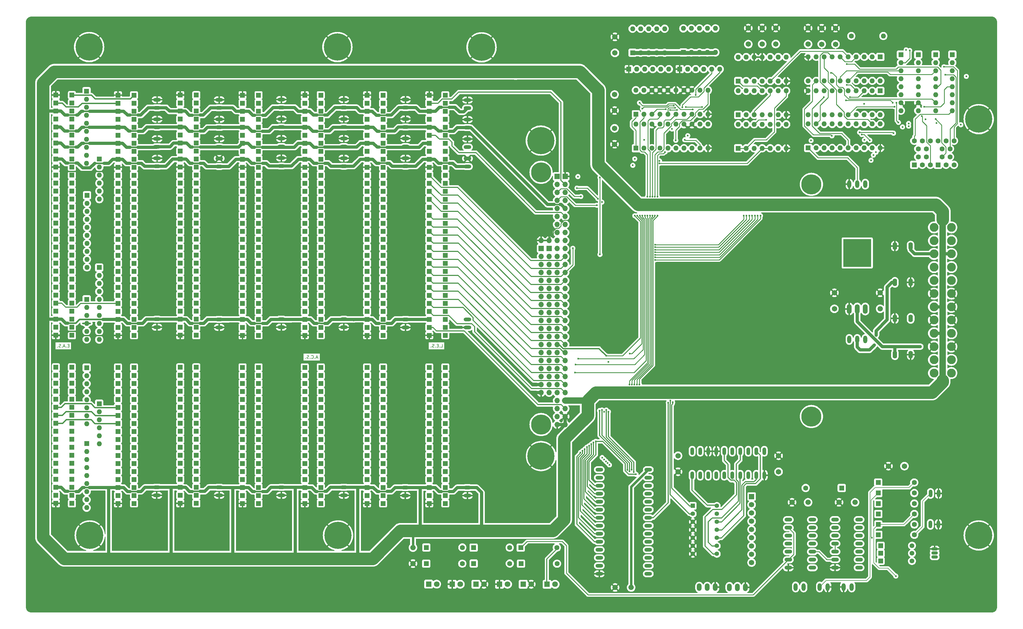
<source format=gbl>
G04 #@! TF.GenerationSoftware,KiCad,Pcbnew,8.0.5*
G04 #@! TF.CreationDate,2024-09-20T21:49:52-04:00*
G04 #@! TF.ProjectId,ISA_PC104 Backplane,4953415f-5043-4313-9034-204261636b70,rev?*
G04 #@! TF.SameCoordinates,Original*
G04 #@! TF.FileFunction,Copper,L4,Bot*
G04 #@! TF.FilePolarity,Positive*
%FSLAX46Y46*%
G04 Gerber Fmt 4.6, Leading zero omitted, Abs format (unit mm)*
G04 Created by KiCad (PCBNEW 8.0.5) date 2024-09-20 21:49:52*
%MOMM*%
%LPD*%
G01*
G04 APERTURE LIST*
G04 #@! TA.AperFunction,Conductor*
%ADD10C,0.500000*%
G04 #@! TD*
G04 #@! TA.AperFunction,Conductor*
%ADD11C,0.400000*%
G04 #@! TD*
%ADD12C,0.200000*%
G04 #@! TA.AperFunction,NonConductor*
%ADD13C,0.200000*%
G04 #@! TD*
G04 #@! TA.AperFunction,ComponentPad*
%ADD14O,2.080000X1.040000*%
G04 #@! TD*
G04 #@! TA.AperFunction,ComponentPad*
%ADD15R,1.800000X1.800000*%
G04 #@! TD*
G04 #@! TA.AperFunction,ComponentPad*
%ADD16C,1.800000*%
G04 #@! TD*
G04 #@! TA.AperFunction,ComponentPad*
%ADD17R,1.600000X1.600000*%
G04 #@! TD*
G04 #@! TA.AperFunction,ComponentPad*
%ADD18C,1.600000*%
G04 #@! TD*
G04 #@! TA.AperFunction,ComponentPad*
%ADD19R,1.500000X1.500000*%
G04 #@! TD*
G04 #@! TA.AperFunction,ComponentPad*
%ADD20C,1.500000*%
G04 #@! TD*
G04 #@! TA.AperFunction,ComponentPad*
%ADD21C,0.900000*%
G04 #@! TD*
G04 #@! TA.AperFunction,ComponentPad*
%ADD22C,8.600000*%
G04 #@! TD*
G04 #@! TA.AperFunction,ComponentPad*
%ADD23O,1.400000X2.400000*%
G04 #@! TD*
G04 #@! TA.AperFunction,ComponentPad*
%ADD24C,1.701800*%
G04 #@! TD*
G04 #@! TA.AperFunction,ComponentPad*
%ADD25O,2.400000X1.200000*%
G04 #@! TD*
G04 #@! TA.AperFunction,ComponentPad*
%ADD26O,1.600000X1.600000*%
G04 #@! TD*
G04 #@! TA.AperFunction,ComponentPad*
%ADD27R,1.397000X1.397000*%
G04 #@! TD*
G04 #@! TA.AperFunction,ComponentPad*
%ADD28C,1.397000*%
G04 #@! TD*
G04 #@! TA.AperFunction,ComponentPad*
%ADD29C,6.350000*%
G04 #@! TD*
G04 #@! TA.AperFunction,ComponentPad*
%ADD30R,1.700000X1.700000*%
G04 #@! TD*
G04 #@! TA.AperFunction,ComponentPad*
%ADD31O,1.700000X1.700000*%
G04 #@! TD*
G04 #@! TA.AperFunction,ComponentPad*
%ADD32O,1.500000X2.400000*%
G04 #@! TD*
G04 #@! TA.AperFunction,ComponentPad*
%ADD33O,1.300000X2.400000*%
G04 #@! TD*
G04 #@! TA.AperFunction,ComponentPad*
%ADD34O,1.200000X2.400000*%
G04 #@! TD*
G04 #@! TA.AperFunction,ComponentPad*
%ADD35C,1.700000*%
G04 #@! TD*
G04 #@! TA.AperFunction,ComponentPad*
%ADD36R,1.524000X1.524000*%
G04 #@! TD*
G04 #@! TA.AperFunction,ComponentPad*
%ADD37C,2.800000*%
G04 #@! TD*
G04 #@! TA.AperFunction,ComponentPad*
%ADD38O,2.400000X1.214000*%
G04 #@! TD*
G04 #@! TA.AperFunction,ComponentPad*
%ADD39R,8.890000X8.890000*%
G04 #@! TD*
G04 #@! TA.AperFunction,ComponentPad*
%ADD40O,1.524000X3.000000*%
G04 #@! TD*
G04 #@! TA.AperFunction,ViaPad*
%ADD41C,0.600000*%
G04 #@! TD*
G04 #@! TA.AperFunction,Conductor*
%ADD42C,0.200000*%
G04 #@! TD*
G04 #@! TA.AperFunction,Conductor*
%ADD43C,0.378460*%
G04 #@! TD*
G04 #@! TA.AperFunction,Conductor*
%ADD44C,0.350000*%
G04 #@! TD*
G04 #@! TA.AperFunction,Conductor*
%ADD45C,0.250000*%
G04 #@! TD*
G04 #@! TA.AperFunction,Conductor*
%ADD46C,0.420000*%
G04 #@! TD*
G04 #@! TA.AperFunction,Conductor*
%ADD47C,1.000000*%
G04 #@! TD*
G04 #@! TA.AperFunction,Conductor*
%ADD48C,4.000000*%
G04 #@! TD*
G04 #@! TA.AperFunction,Conductor*
%ADD49C,2.000000*%
G04 #@! TD*
G04 #@! TA.AperFunction,Conductor*
%ADD50C,0.800000*%
G04 #@! TD*
G04 #@! TA.AperFunction,Conductor*
%ADD51C,1.270000*%
G04 #@! TD*
G04 #@! TA.AperFunction,Conductor*
%ADD52C,0.300000*%
G04 #@! TD*
G04 APERTURE END LIST*
D10*
X200000000Y-157350000D02*
X197450000Y-157350000D01*
X110300000Y-106550000D02*
X107290000Y-106550000D01*
X118600000Y-210690000D02*
X121150000Y-210690000D01*
X120590000Y-91300000D02*
X119020000Y-91290000D01*
X177740000Y-96390000D02*
X180260000Y-96390000D01*
X200000000Y-106530000D02*
X197650000Y-106530000D01*
X140900000Y-106550000D02*
X138250000Y-106550000D01*
X140700000Y-91290000D02*
X138400000Y-91290000D01*
X105900000Y-157350000D02*
X103500000Y-157350000D01*
X177710000Y-101470000D02*
X180260000Y-101470000D01*
X200030000Y-101470000D02*
X197510000Y-101470000D01*
X105650000Y-209500000D02*
X103950000Y-209500000D01*
X160500000Y-157350000D02*
X157950000Y-157350000D01*
X101550000Y-210670000D02*
X98850000Y-210670000D01*
X105625000Y-95150000D02*
X103875000Y-95150000D01*
X101500000Y-91290000D02*
X98950000Y-91290000D01*
X200000000Y-91310000D02*
X197600000Y-91310000D01*
X121000000Y-96380000D02*
X118600000Y-96380000D01*
X101400000Y-106530000D02*
X98900000Y-106530000D01*
X219520000Y-106540000D02*
X217500000Y-106540000D01*
X160550000Y-106550000D02*
X158050000Y-106550000D01*
X217730000Y-210690000D02*
X219320000Y-210690000D01*
X140950000Y-157340000D02*
X138300000Y-157340000D01*
X118590000Y-101470000D02*
X120990000Y-101470000D01*
X200200000Y-210700000D02*
X197450000Y-210700000D01*
X180150000Y-157350000D02*
X177650000Y-157340000D01*
X121100000Y-106550000D02*
X118450000Y-106550000D01*
X138250000Y-210670000D02*
X140850000Y-210670000D01*
X101350000Y-157330000D02*
X98950000Y-157330000D01*
X140700000Y-96400000D02*
X138400000Y-96400000D01*
D11*
X254865000Y-119620000D02*
X253035000Y-119620000D01*
D10*
X180250000Y-106550000D02*
X177850000Y-106550000D01*
X121050000Y-157350000D02*
X118600000Y-157350000D01*
X180150000Y-210690000D02*
X177800000Y-210690000D01*
X138420000Y-101450000D02*
X140810000Y-101450000D01*
X98850000Y-101450000D02*
X101400000Y-101450000D01*
X180300000Y-91300000D02*
X177800000Y-91300000D01*
X160600000Y-210700000D02*
X158050000Y-210700000D01*
X160640000Y-101460000D02*
X158060000Y-101460000D01*
X103800000Y-100216424D02*
X105798549Y-100216424D01*
X217300000Y-96390000D02*
X219750000Y-96390000D01*
X101400000Y-96350000D02*
X98700000Y-96350000D01*
X160060000Y-91300000D02*
X158540000Y-91300000D01*
X160165000Y-96400000D02*
X158395000Y-96400000D01*
X197520000Y-96390000D02*
X199970000Y-96390000D01*
X109950000Y-156156052D02*
X107550000Y-156156052D01*
X217640000Y-88780000D02*
X219440000Y-88780000D01*
X105850000Y-90050000D02*
X103550000Y-90050000D01*
D12*
D13*
X99198326Y-164443409D02*
X98864993Y-164443409D01*
X98722136Y-164967219D02*
X99198326Y-164967219D01*
X99198326Y-164967219D02*
X99198326Y-163967219D01*
X99198326Y-163967219D02*
X98722136Y-163967219D01*
X98293564Y-164871980D02*
X98245945Y-164919600D01*
X98245945Y-164919600D02*
X98293564Y-164967219D01*
X98293564Y-164967219D02*
X98341183Y-164919600D01*
X98341183Y-164919600D02*
X98293564Y-164871980D01*
X98293564Y-164871980D02*
X98293564Y-164967219D01*
X97864993Y-164681504D02*
X97388803Y-164681504D01*
X97960231Y-164967219D02*
X97626898Y-163967219D01*
X97626898Y-163967219D02*
X97293565Y-164967219D01*
X96960231Y-164871980D02*
X96912612Y-164919600D01*
X96912612Y-164919600D02*
X96960231Y-164967219D01*
X96960231Y-164967219D02*
X97007850Y-164919600D01*
X97007850Y-164919600D02*
X96960231Y-164871980D01*
X96960231Y-164871980D02*
X96960231Y-164967219D01*
X96531660Y-164919600D02*
X96388803Y-164967219D01*
X96388803Y-164967219D02*
X96150708Y-164967219D01*
X96150708Y-164967219D02*
X96055470Y-164919600D01*
X96055470Y-164919600D02*
X96007851Y-164871980D01*
X96007851Y-164871980D02*
X95960232Y-164776742D01*
X95960232Y-164776742D02*
X95960232Y-164681504D01*
X95960232Y-164681504D02*
X96007851Y-164586266D01*
X96007851Y-164586266D02*
X96055470Y-164538647D01*
X96055470Y-164538647D02*
X96150708Y-164491028D01*
X96150708Y-164491028D02*
X96341184Y-164443409D01*
X96341184Y-164443409D02*
X96436422Y-164395790D01*
X96436422Y-164395790D02*
X96484041Y-164348171D01*
X96484041Y-164348171D02*
X96531660Y-164252933D01*
X96531660Y-164252933D02*
X96531660Y-164157695D01*
X96531660Y-164157695D02*
X96484041Y-164062457D01*
X96484041Y-164062457D02*
X96436422Y-164014838D01*
X96436422Y-164014838D02*
X96341184Y-163967219D01*
X96341184Y-163967219D02*
X96103089Y-163967219D01*
X96103089Y-163967219D02*
X95960232Y-164014838D01*
X95531660Y-164871980D02*
X95484041Y-164919600D01*
X95484041Y-164919600D02*
X95531660Y-164967219D01*
X95531660Y-164967219D02*
X95579279Y-164919600D01*
X95579279Y-164919600D02*
X95531660Y-164871980D01*
X95531660Y-164871980D02*
X95531660Y-164967219D01*
D12*
D13*
X177985945Y-168237504D02*
X177509755Y-168237504D01*
X178081183Y-168523219D02*
X177747850Y-167523219D01*
X177747850Y-167523219D02*
X177414517Y-168523219D01*
X177081183Y-168427980D02*
X177033564Y-168475600D01*
X177033564Y-168475600D02*
X177081183Y-168523219D01*
X177081183Y-168523219D02*
X177128802Y-168475600D01*
X177128802Y-168475600D02*
X177081183Y-168427980D01*
X177081183Y-168427980D02*
X177081183Y-168523219D01*
X176033565Y-168427980D02*
X176081184Y-168475600D01*
X176081184Y-168475600D02*
X176224041Y-168523219D01*
X176224041Y-168523219D02*
X176319279Y-168523219D01*
X176319279Y-168523219D02*
X176462136Y-168475600D01*
X176462136Y-168475600D02*
X176557374Y-168380361D01*
X176557374Y-168380361D02*
X176604993Y-168285123D01*
X176604993Y-168285123D02*
X176652612Y-168094647D01*
X176652612Y-168094647D02*
X176652612Y-167951790D01*
X176652612Y-167951790D02*
X176604993Y-167761314D01*
X176604993Y-167761314D02*
X176557374Y-167666076D01*
X176557374Y-167666076D02*
X176462136Y-167570838D01*
X176462136Y-167570838D02*
X176319279Y-167523219D01*
X176319279Y-167523219D02*
X176224041Y-167523219D01*
X176224041Y-167523219D02*
X176081184Y-167570838D01*
X176081184Y-167570838D02*
X176033565Y-167618457D01*
X175604993Y-168427980D02*
X175557374Y-168475600D01*
X175557374Y-168475600D02*
X175604993Y-168523219D01*
X175604993Y-168523219D02*
X175652612Y-168475600D01*
X175652612Y-168475600D02*
X175604993Y-168427980D01*
X175604993Y-168427980D02*
X175604993Y-168523219D01*
X175176422Y-168475600D02*
X175033565Y-168523219D01*
X175033565Y-168523219D02*
X174795470Y-168523219D01*
X174795470Y-168523219D02*
X174700232Y-168475600D01*
X174700232Y-168475600D02*
X174652613Y-168427980D01*
X174652613Y-168427980D02*
X174604994Y-168332742D01*
X174604994Y-168332742D02*
X174604994Y-168237504D01*
X174604994Y-168237504D02*
X174652613Y-168142266D01*
X174652613Y-168142266D02*
X174700232Y-168094647D01*
X174700232Y-168094647D02*
X174795470Y-168047028D01*
X174795470Y-168047028D02*
X174985946Y-167999409D01*
X174985946Y-167999409D02*
X175081184Y-167951790D01*
X175081184Y-167951790D02*
X175128803Y-167904171D01*
X175128803Y-167904171D02*
X175176422Y-167808933D01*
X175176422Y-167808933D02*
X175176422Y-167713695D01*
X175176422Y-167713695D02*
X175128803Y-167618457D01*
X175128803Y-167618457D02*
X175081184Y-167570838D01*
X175081184Y-167570838D02*
X174985946Y-167523219D01*
X174985946Y-167523219D02*
X174747851Y-167523219D01*
X174747851Y-167523219D02*
X174604994Y-167570838D01*
X174176422Y-168427980D02*
X174128803Y-168475600D01*
X174128803Y-168475600D02*
X174176422Y-168523219D01*
X174176422Y-168523219D02*
X174224041Y-168475600D01*
X174224041Y-168475600D02*
X174176422Y-168427980D01*
X174176422Y-168427980D02*
X174176422Y-168523219D01*
D12*
D13*
X217086136Y-164967219D02*
X217562326Y-164967219D01*
X217562326Y-164967219D02*
X217562326Y-163967219D01*
X216752802Y-164871980D02*
X216705183Y-164919600D01*
X216705183Y-164919600D02*
X216752802Y-164967219D01*
X216752802Y-164967219D02*
X216800421Y-164919600D01*
X216800421Y-164919600D02*
X216752802Y-164871980D01*
X216752802Y-164871980D02*
X216752802Y-164967219D01*
X216276612Y-164443409D02*
X215943279Y-164443409D01*
X215800422Y-164967219D02*
X216276612Y-164967219D01*
X216276612Y-164967219D02*
X216276612Y-163967219D01*
X216276612Y-163967219D02*
X215800422Y-163967219D01*
X215371850Y-164871980D02*
X215324231Y-164919600D01*
X215324231Y-164919600D02*
X215371850Y-164967219D01*
X215371850Y-164967219D02*
X215419469Y-164919600D01*
X215419469Y-164919600D02*
X215371850Y-164871980D01*
X215371850Y-164871980D02*
X215371850Y-164967219D01*
X214943279Y-164919600D02*
X214800422Y-164967219D01*
X214800422Y-164967219D02*
X214562327Y-164967219D01*
X214562327Y-164967219D02*
X214467089Y-164919600D01*
X214467089Y-164919600D02*
X214419470Y-164871980D01*
X214419470Y-164871980D02*
X214371851Y-164776742D01*
X214371851Y-164776742D02*
X214371851Y-164681504D01*
X214371851Y-164681504D02*
X214419470Y-164586266D01*
X214419470Y-164586266D02*
X214467089Y-164538647D01*
X214467089Y-164538647D02*
X214562327Y-164491028D01*
X214562327Y-164491028D02*
X214752803Y-164443409D01*
X214752803Y-164443409D02*
X214848041Y-164395790D01*
X214848041Y-164395790D02*
X214895660Y-164348171D01*
X214895660Y-164348171D02*
X214943279Y-164252933D01*
X214943279Y-164252933D02*
X214943279Y-164157695D01*
X214943279Y-164157695D02*
X214895660Y-164062457D01*
X214895660Y-164062457D02*
X214848041Y-164014838D01*
X214848041Y-164014838D02*
X214752803Y-163967219D01*
X214752803Y-163967219D02*
X214514708Y-163967219D01*
X214514708Y-163967219D02*
X214371851Y-164014838D01*
X213943279Y-164871980D02*
X213895660Y-164919600D01*
X213895660Y-164919600D02*
X213943279Y-164967219D01*
X213943279Y-164967219D02*
X213990898Y-164919600D01*
X213990898Y-164919600D02*
X213943279Y-164871980D01*
X213943279Y-164871980D02*
X213943279Y-164967219D01*
D14*
X373700000Y-228940000D03*
X373700000Y-230210000D03*
X373700000Y-231480000D03*
D15*
X213215000Y-240090000D03*
D16*
X215755000Y-240090000D03*
D17*
X212465000Y-233590000D03*
D18*
X223895000Y-233590000D03*
X367250000Y-214520000D03*
D17*
X355820000Y-214520000D03*
X355815000Y-211190000D03*
D18*
X367245000Y-211190000D03*
D19*
X356600000Y-232760000D03*
D20*
X366500000Y-232760000D03*
D21*
X226780361Y-69792716D03*
X227724942Y-67512297D03*
X227724942Y-72073135D03*
X230005361Y-66567716D03*
D22*
X230005361Y-69792716D03*
D21*
X230005361Y-73017716D03*
X232285780Y-67512297D03*
X232285780Y-72073135D03*
X233230361Y-69792716D03*
D17*
X242435000Y-228500000D03*
D18*
X253865000Y-228500000D03*
D23*
X366100000Y-155800000D03*
X361100000Y-155800000D03*
D24*
X272200000Y-100540000D03*
X272200000Y-95460000D03*
X323300000Y-68740000D03*
X323300000Y-63660000D03*
D25*
X146800000Y-107565000D03*
X146800000Y-105025000D03*
D24*
X319000000Y-68740000D03*
X319000000Y-63660000D03*
X364110000Y-202650000D03*
X359030000Y-202650000D03*
D17*
X276705000Y-76700000D03*
D26*
X279245000Y-76700000D03*
X281785000Y-76700000D03*
X284325000Y-76700000D03*
X286865000Y-76700000D03*
X289405000Y-76700000D03*
D24*
X272300000Y-71540000D03*
X272300000Y-66460000D03*
D17*
X355830000Y-221160000D03*
D18*
X367260000Y-221160000D03*
D25*
X127100000Y-98800000D03*
X127100000Y-101340000D03*
D17*
X374000000Y-72100000D03*
D26*
X374000000Y-74640000D03*
X374000000Y-77180000D03*
X374000000Y-79720000D03*
X374000000Y-82260000D03*
X374000000Y-84800000D03*
X374000000Y-87340000D03*
X374000000Y-89880000D03*
D15*
X220700000Y-240120000D03*
D16*
X223240000Y-240120000D03*
D25*
X205890000Y-92550000D03*
X205890000Y-95090000D03*
D17*
X108780000Y-105260000D03*
D26*
X108780000Y-107800000D03*
X108780000Y-110340000D03*
X108780000Y-112880000D03*
X108780000Y-115420000D03*
X108780000Y-117960000D03*
D25*
X186300000Y-98750000D03*
X186300000Y-101290000D03*
X166500000Y-98725000D03*
X166500000Y-101265000D03*
X225540000Y-89040000D03*
X225540000Y-86500000D03*
D17*
X212485000Y-228475000D03*
D18*
X223915000Y-228475000D03*
D21*
X184285390Y-72932999D03*
X182004971Y-71988418D03*
X186565809Y-71988418D03*
X181060390Y-69707999D03*
D22*
X184285390Y-69707999D03*
D21*
X187510390Y-69707999D03*
X182004971Y-67427580D03*
X186565809Y-67427580D03*
X184285390Y-66482999D03*
D25*
X205900000Y-88900000D03*
X205900000Y-86360000D03*
X166500000Y-88870000D03*
X166500000Y-86330000D03*
D27*
X297005000Y-215250000D03*
D28*
X297005000Y-217790000D03*
X297005000Y-220330000D03*
X297005000Y-222870000D03*
X297005000Y-225410000D03*
X297005000Y-227950000D03*
X297005000Y-230490000D03*
X304625000Y-230490000D03*
X304625000Y-227950000D03*
X304625000Y-225410000D03*
X304625000Y-222870000D03*
X304625000Y-220330000D03*
X304625000Y-217790000D03*
X304625000Y-215250000D03*
D23*
X366078849Y-132857869D03*
X361078849Y-132857869D03*
D25*
X225550000Y-92700000D03*
X225550000Y-95240000D03*
D17*
X227510000Y-233550000D03*
D18*
X238940000Y-233550000D03*
D24*
X333550000Y-63700000D03*
X333550000Y-68780000D03*
D25*
X127070000Y-156070000D03*
X127070000Y-158610000D03*
D29*
X334610000Y-186930000D03*
X334610000Y-113270000D03*
X248880000Y-189470000D03*
X248880000Y-109460000D03*
D30*
X253960000Y-110730000D03*
D31*
X253960000Y-113270000D03*
X253960000Y-115810000D03*
X253960000Y-118350000D03*
X253960000Y-120890000D03*
X253960000Y-123430000D03*
X253960000Y-125970000D03*
X253960000Y-128510000D03*
X253960000Y-131050000D03*
X253960000Y-133590000D03*
X253960000Y-136130000D03*
X253960000Y-138670000D03*
X253960000Y-141210000D03*
X253960000Y-143750000D03*
X253960000Y-146290000D03*
X253960000Y-148830000D03*
X253960000Y-151370000D03*
X253960000Y-153910000D03*
X253960000Y-156450000D03*
X253960000Y-158990000D03*
X253960000Y-161530000D03*
X253960000Y-164070000D03*
X253960000Y-166610000D03*
X253960000Y-169150000D03*
X253960000Y-171690000D03*
X253960000Y-174230000D03*
X253960000Y-176770000D03*
X253960000Y-179310000D03*
X253960000Y-181850000D03*
X253960000Y-184390000D03*
X253960000Y-186930000D03*
X253960000Y-189470000D03*
D30*
X256500000Y-110730000D03*
D31*
X256500000Y-113270000D03*
X256500000Y-115810000D03*
X256500000Y-118350000D03*
X256500000Y-120890000D03*
X256500000Y-123430000D03*
X256500000Y-125970000D03*
X256500000Y-128510000D03*
X256500000Y-131050000D03*
X256500000Y-133590000D03*
X256500000Y-136130000D03*
X256500000Y-138670000D03*
X256500000Y-141210000D03*
X256500000Y-143750000D03*
X256500000Y-146290000D03*
X256500000Y-148830000D03*
X256500000Y-151370000D03*
X256500000Y-153910000D03*
X256500000Y-156450000D03*
X256500000Y-158990000D03*
X256500000Y-161530000D03*
X256500000Y-164070000D03*
X256500000Y-166610000D03*
X256500000Y-169150000D03*
X256500000Y-171690000D03*
X256500000Y-174230000D03*
X256500000Y-176770000D03*
X256500000Y-179310000D03*
X256500000Y-181850000D03*
X256500000Y-184390000D03*
X256500000Y-186930000D03*
X256500000Y-189470000D03*
X251420000Y-131050000D03*
D30*
X251420000Y-133590000D03*
D31*
X251420000Y-136130000D03*
X251420000Y-138670000D03*
X251420000Y-141210000D03*
X251420000Y-143750000D03*
X251420000Y-146290000D03*
X251420000Y-148830000D03*
X251420000Y-151370000D03*
X251420000Y-153910000D03*
X251420000Y-156450000D03*
X251420000Y-158990000D03*
X251420000Y-161530000D03*
X251420000Y-164070000D03*
X251420000Y-166610000D03*
X251420000Y-169150000D03*
X251420000Y-171690000D03*
X251420000Y-174230000D03*
X251420000Y-176770000D03*
X251420000Y-179310000D03*
X248880000Y-131050000D03*
D30*
X248880000Y-133590000D03*
D31*
X248880000Y-136130000D03*
X248880000Y-138670000D03*
X248880000Y-141210000D03*
X248880000Y-143750000D03*
X248880000Y-146290000D03*
X248880000Y-148830000D03*
X248880000Y-151370000D03*
X248880000Y-153910000D03*
X248880000Y-156450000D03*
X248880000Y-158990000D03*
X248880000Y-161530000D03*
X248880000Y-164070000D03*
X248880000Y-166610000D03*
X248880000Y-169150000D03*
X248880000Y-171690000D03*
X248880000Y-174230000D03*
X248880000Y-176770000D03*
X248880000Y-179310000D03*
D25*
X186300000Y-107490000D03*
X186300000Y-104950000D03*
D17*
X104750000Y-195530000D03*
D26*
X104750000Y-198070000D03*
X104750000Y-200610000D03*
X104750000Y-203150000D03*
X104750000Y-205690000D03*
X104750000Y-208230000D03*
X104750000Y-210770000D03*
X104750000Y-213310000D03*
X104750000Y-215850000D03*
D17*
X108750000Y-182850000D03*
D26*
X108750000Y-185390000D03*
X108750000Y-187930000D03*
X108750000Y-190470000D03*
X108750000Y-193010000D03*
X108750000Y-195550000D03*
D32*
X304115000Y-241075000D03*
X301575000Y-241075000D03*
X299035000Y-241075000D03*
D19*
X356610000Y-230320000D03*
D20*
X366510000Y-230320000D03*
D17*
X374762975Y-107062973D03*
D18*
X376032975Y-104522973D03*
X377302975Y-107062973D03*
X378572975Y-104522973D03*
X379842975Y-107062973D03*
X379842975Y-99442973D03*
X378572975Y-101982973D03*
X377302975Y-99442973D03*
X376032975Y-101982973D03*
X374762975Y-99442973D03*
D33*
X346620000Y-113200000D03*
X349160000Y-113200000D03*
X351700000Y-113200000D03*
D34*
X372380000Y-211320000D03*
X374920000Y-211320000D03*
D17*
X278940000Y-91000000D03*
D26*
X281480000Y-91000000D03*
X284020000Y-91000000D03*
X286560000Y-91000000D03*
X289100000Y-91000000D03*
X291640000Y-91000000D03*
X294180000Y-91000000D03*
X296720000Y-91000000D03*
X299260000Y-91000000D03*
X301800000Y-91000000D03*
X301800000Y-83380000D03*
X299260000Y-83380000D03*
X296720000Y-83380000D03*
X294180000Y-83380000D03*
X291640000Y-83380000D03*
X289100000Y-83380000D03*
X286560000Y-83380000D03*
X284020000Y-83380000D03*
X281480000Y-83380000D03*
X278940000Y-83380000D03*
D24*
X333540000Y-214150000D03*
X328460000Y-214150000D03*
D25*
X146800000Y-98825000D03*
X146800000Y-101365000D03*
D17*
X277900000Y-71500000D03*
D26*
X280440000Y-71500000D03*
X282980000Y-71500000D03*
X285520000Y-71500000D03*
X288060000Y-71500000D03*
X288060000Y-63880000D03*
X285520000Y-63880000D03*
X282980000Y-63880000D03*
X280440000Y-63880000D03*
X277900000Y-63880000D03*
D17*
X311410000Y-80500000D03*
D26*
X313950000Y-80500000D03*
X316490000Y-80500000D03*
X319030000Y-80500000D03*
X321570000Y-80500000D03*
X324110000Y-80500000D03*
X326650000Y-80500000D03*
X326650000Y-72880000D03*
X324110000Y-72880000D03*
X321570000Y-72880000D03*
X319030000Y-72880000D03*
X316490000Y-72880000D03*
X313950000Y-72880000D03*
X311410000Y-72880000D03*
D25*
X205850000Y-156100000D03*
X205850000Y-158640000D03*
D24*
X292325000Y-199370000D03*
X292325000Y-204450000D03*
D17*
X242510000Y-233600000D03*
D18*
X253940000Y-233600000D03*
D21*
X102320390Y-69707999D03*
X103264971Y-67427580D03*
X103264971Y-71988418D03*
X105545390Y-66482999D03*
D22*
X105545390Y-69707999D03*
D21*
X105545390Y-72932999D03*
X107825809Y-67427580D03*
X107825809Y-71988418D03*
X108770390Y-69707999D03*
D30*
X315650000Y-212300000D03*
D35*
X315650000Y-214916200D03*
X315650000Y-217532400D03*
X315650000Y-220148600D03*
X315650000Y-222764800D03*
X315650000Y-225381000D03*
X315650000Y-227997200D03*
X315650000Y-230613400D03*
X315650000Y-233229600D03*
D25*
X146780000Y-156090000D03*
X146780000Y-158630000D03*
D21*
X384450000Y-92568000D03*
X385394581Y-90287581D03*
X385394581Y-94848419D03*
X387675000Y-89343000D03*
D22*
X387675000Y-92568000D03*
D21*
X387675000Y-95793000D03*
X389955419Y-90287581D03*
X389955419Y-94848419D03*
X390900000Y-92568000D03*
D24*
X208250000Y-228510000D03*
X208250000Y-233590000D03*
D25*
X146760000Y-209380000D03*
X146760000Y-211920000D03*
X186300000Y-92550000D03*
X186300000Y-95090000D03*
D24*
X341900000Y-152740000D03*
X341900000Y-147660000D03*
D25*
X186300000Y-88890000D03*
X186300000Y-86350000D03*
D17*
X227485000Y-228500000D03*
D18*
X238915000Y-228500000D03*
D36*
X173930000Y-84960000D03*
X173930000Y-87500000D03*
X173930000Y-90040000D03*
X173930000Y-92580000D03*
X173930000Y-95120000D03*
X173930000Y-97660000D03*
X173930000Y-100200000D03*
X173930000Y-102740000D03*
X173930000Y-105280000D03*
X173930000Y-107820000D03*
X173930000Y-110360000D03*
X173930000Y-112900000D03*
X173930000Y-115440000D03*
X173930000Y-117980000D03*
X173930000Y-120520000D03*
X173930000Y-123060000D03*
X173930000Y-125600000D03*
X173930000Y-128140000D03*
X173930000Y-130680000D03*
X173930000Y-133220000D03*
X173930000Y-135760000D03*
X173930000Y-138300000D03*
X173930000Y-140840000D03*
X173930000Y-143380000D03*
X173930000Y-145920000D03*
X173930000Y-148460000D03*
X173930000Y-151000000D03*
X173930000Y-153540000D03*
X173930000Y-156080000D03*
X173930000Y-158620000D03*
X173930000Y-161160000D03*
X179010000Y-84960000D03*
X179010000Y-87500000D03*
X179010000Y-90040000D03*
X179010000Y-92580000D03*
X179010000Y-95120000D03*
X179010000Y-97660000D03*
X179010000Y-100200000D03*
X179010000Y-102740000D03*
X179010000Y-105280000D03*
X179010000Y-107820000D03*
X179010000Y-110360000D03*
X179010000Y-112900000D03*
X179010000Y-115440000D03*
X179010000Y-117980000D03*
X179010000Y-120520000D03*
X179010000Y-123060000D03*
X179010000Y-125600000D03*
X179010000Y-128140000D03*
X179010000Y-130680000D03*
X179010000Y-133220000D03*
X179010000Y-135760000D03*
X179010000Y-138300000D03*
X179010000Y-140840000D03*
X179010000Y-143380000D03*
X179010000Y-145920000D03*
X179010000Y-148460000D03*
X179010000Y-151000000D03*
X179010000Y-153540000D03*
X179010000Y-156080000D03*
X179010000Y-158620000D03*
X179010000Y-161160000D03*
X173930000Y-171320000D03*
X173930000Y-173860000D03*
X173930000Y-176400000D03*
X173930000Y-178940000D03*
X173930000Y-181480000D03*
X173930000Y-184020000D03*
X173930000Y-186560000D03*
X173930000Y-189100000D03*
X173930000Y-191640000D03*
X173930000Y-194180000D03*
X173930000Y-196720000D03*
X173930000Y-199260000D03*
X173930000Y-201800000D03*
X173930000Y-204340000D03*
X173930000Y-206880000D03*
X173930000Y-209420000D03*
X173930000Y-211960000D03*
X173930000Y-214500000D03*
X179010000Y-171320000D03*
X179010000Y-173860000D03*
X179010000Y-176400000D03*
X179010000Y-178940000D03*
X179010000Y-181480000D03*
X179010000Y-184020000D03*
X179010000Y-186560000D03*
X179010000Y-189100000D03*
X179010000Y-191640000D03*
X179010000Y-194180000D03*
X179010000Y-196720000D03*
X179010000Y-199260000D03*
X179010000Y-201800000D03*
X179010000Y-204340000D03*
X179010000Y-206880000D03*
X179010000Y-209420000D03*
X179010000Y-211960000D03*
X179010000Y-214500000D03*
D24*
X277440000Y-241150000D03*
X272360000Y-241150000D03*
X356400000Y-152740000D03*
X356400000Y-147660000D03*
D17*
X344215000Y-209600000D03*
D18*
X332785000Y-209600000D03*
D17*
X368500000Y-72100000D03*
D26*
X368500000Y-74640000D03*
X368500000Y-77180000D03*
X368500000Y-79720000D03*
X368500000Y-82260000D03*
X368500000Y-84800000D03*
X368500000Y-87340000D03*
X368500000Y-89880000D03*
D24*
X348440000Y-214150000D03*
X343360000Y-214150000D03*
D17*
X355820000Y-217840000D03*
D18*
X367250000Y-217840000D03*
D21*
X245575000Y-99375000D03*
X246519581Y-97094581D03*
X246519581Y-101655419D03*
X248800000Y-96150000D03*
D22*
X248800000Y-99375000D03*
D21*
X248800000Y-102600000D03*
X251080419Y-97094581D03*
X251080419Y-101655419D03*
X252025000Y-99375000D03*
X384450000Y-224648000D03*
X385394581Y-222367581D03*
X385394581Y-226928419D03*
X387675000Y-221423000D03*
D22*
X387675000Y-224648000D03*
D21*
X387675000Y-227873000D03*
X389955419Y-222367581D03*
X389955419Y-226928419D03*
X390900000Y-224648000D03*
D15*
X250775000Y-240150000D03*
D16*
X253315000Y-240150000D03*
D24*
X272200000Y-84760000D03*
X272200000Y-89840000D03*
D25*
X166500000Y-209400000D03*
X166500000Y-211940000D03*
D34*
X296795000Y-205535000D03*
X299335000Y-205535000D03*
X301875000Y-205535000D03*
X304415000Y-205535000D03*
X306955000Y-205535000D03*
X309495000Y-205535000D03*
X312035000Y-205535000D03*
X314575000Y-205535000D03*
X317115000Y-205535000D03*
X319655000Y-205535000D03*
X319655000Y-197915000D03*
X317115000Y-197915000D03*
X314575000Y-197915000D03*
X312035000Y-197915000D03*
X309495000Y-197915000D03*
X306955000Y-197915000D03*
X304415000Y-197915000D03*
X301875000Y-197915000D03*
X299335000Y-197915000D03*
X296795000Y-197915000D03*
D15*
X243200000Y-240120000D03*
D16*
X245740000Y-240120000D03*
D25*
X225540000Y-209470000D03*
X225540000Y-212010000D03*
X127010000Y-209390000D03*
X127010000Y-211930000D03*
X127100000Y-92600000D03*
X127100000Y-95140000D03*
D18*
X347270000Y-66200000D03*
D26*
X357430000Y-66200000D03*
D21*
X181250000Y-224648000D03*
X182194581Y-222367581D03*
X182194581Y-226928419D03*
X184475000Y-221423000D03*
D22*
X184475000Y-224648000D03*
D21*
X184475000Y-227873000D03*
X186755419Y-222367581D03*
X186755419Y-226928419D03*
X187700000Y-224648000D03*
D25*
X166475000Y-156050000D03*
X166475000Y-158590000D03*
D37*
X373500000Y-173120000D03*
X373500000Y-168920000D03*
X373500000Y-164720000D03*
X373500000Y-160520000D03*
X373500000Y-156320000D03*
X373500000Y-152120000D03*
X373500000Y-147920000D03*
X373500000Y-143720000D03*
X373500000Y-139520000D03*
X373500000Y-135320000D03*
X373500000Y-131120000D03*
X373500000Y-126920000D03*
X379000000Y-173120000D03*
X379000000Y-168920000D03*
X379000000Y-164720000D03*
X379000000Y-160520000D03*
X379000000Y-156320000D03*
X379000000Y-152120000D03*
X379000000Y-147920000D03*
X379000000Y-143720000D03*
X379000000Y-139520000D03*
X379000000Y-135320000D03*
X379000000Y-131120000D03*
X379000000Y-126920000D03*
D25*
X205810000Y-209470000D03*
X205810000Y-212010000D03*
D19*
X356609418Y-227877617D03*
D20*
X366509418Y-227877617D03*
D32*
X313680000Y-241100000D03*
X311140000Y-241100000D03*
X308600000Y-241100000D03*
D17*
X108750000Y-139640000D03*
D26*
X108750000Y-142180000D03*
X108750000Y-144720000D03*
X108750000Y-147260000D03*
X108750000Y-149800000D03*
X108750000Y-152340000D03*
X108750000Y-154880000D03*
X108750000Y-157420000D03*
X108750000Y-159960000D03*
X108750000Y-162500000D03*
D33*
X337230000Y-241000000D03*
X339770000Y-241000000D03*
D17*
X379300000Y-72100000D03*
D26*
X379300000Y-74640000D03*
X379300000Y-77180000D03*
X379300000Y-79720000D03*
X379300000Y-82260000D03*
X379300000Y-84800000D03*
X379300000Y-87340000D03*
X379300000Y-89880000D03*
D17*
X292845000Y-76700000D03*
D26*
X295385000Y-76700000D03*
X297925000Y-76700000D03*
X300465000Y-76700000D03*
X303005000Y-76700000D03*
X305545000Y-76700000D03*
D15*
X228200000Y-240120000D03*
D16*
X230740000Y-240120000D03*
D17*
X355820000Y-224450000D03*
D18*
X367250000Y-224450000D03*
D36*
X95000000Y-84940000D03*
X95000000Y-87480000D03*
X95000000Y-90020000D03*
X95000000Y-92560000D03*
X95000000Y-95100000D03*
X95000000Y-97640000D03*
X95000000Y-100180000D03*
X95000000Y-102720000D03*
X95000000Y-105260000D03*
X95000000Y-107800000D03*
X95000000Y-110340000D03*
X95000000Y-112880000D03*
X95000000Y-115420000D03*
X95000000Y-117960000D03*
X95000000Y-120500000D03*
X95000000Y-123040000D03*
X95000000Y-125580000D03*
X95000000Y-128120000D03*
X95000000Y-130660000D03*
X95000000Y-133200000D03*
X95000000Y-135740000D03*
X95000000Y-138280000D03*
X95000000Y-140820000D03*
X95000000Y-143360000D03*
X95000000Y-145900000D03*
X95000000Y-148440000D03*
X95000000Y-150980000D03*
X95000000Y-153520000D03*
X95000000Y-156060000D03*
X95000000Y-158600000D03*
X95000000Y-161140000D03*
X100080000Y-84940000D03*
X100080000Y-87480000D03*
X100080000Y-90020000D03*
X100080000Y-92560000D03*
X100080000Y-95100000D03*
X100080000Y-97640000D03*
X100080000Y-100180000D03*
X100080000Y-102720000D03*
X100080000Y-105260000D03*
X100080000Y-107800000D03*
X100080000Y-110340000D03*
X100080000Y-112880000D03*
X100080000Y-115420000D03*
X100080000Y-117960000D03*
X100080000Y-120500000D03*
X100080000Y-123040000D03*
X100080000Y-125580000D03*
X100080000Y-128120000D03*
X100080000Y-130660000D03*
X100080000Y-133200000D03*
X100080000Y-135740000D03*
X100080000Y-138280000D03*
X100080000Y-140820000D03*
X100080000Y-143360000D03*
X100080000Y-145900000D03*
X100080000Y-148440000D03*
X100080000Y-150980000D03*
X100080000Y-153520000D03*
X100080000Y-156060000D03*
X100080000Y-158600000D03*
X100080000Y-161140000D03*
X95000000Y-171300000D03*
X95000000Y-173840000D03*
X95000000Y-176380000D03*
X95000000Y-178920000D03*
X95000000Y-181460000D03*
X95000000Y-184000000D03*
X95000000Y-186540000D03*
X95000000Y-189080000D03*
X95000000Y-191620000D03*
X95000000Y-194160000D03*
X95000000Y-196700000D03*
X95000000Y-199240000D03*
X95000000Y-201780000D03*
X95000000Y-204320000D03*
X95000000Y-206860000D03*
X95000000Y-209400000D03*
X95000000Y-211940000D03*
X95000000Y-214480000D03*
X100080000Y-171300000D03*
X100080000Y-173840000D03*
X100080000Y-176380000D03*
X100080000Y-178920000D03*
X100080000Y-181460000D03*
X100080000Y-184000000D03*
X100080000Y-186540000D03*
X100080000Y-189080000D03*
X100080000Y-191620000D03*
X100080000Y-194160000D03*
X100080000Y-196700000D03*
X100080000Y-199240000D03*
X100080000Y-201780000D03*
X100080000Y-204320000D03*
X100080000Y-206860000D03*
X100080000Y-209400000D03*
X100080000Y-211940000D03*
X100080000Y-214480000D03*
D17*
X104720000Y-83710000D03*
D26*
X104720000Y-86250000D03*
X104720000Y-88790000D03*
X104720000Y-91330000D03*
X104720000Y-93870000D03*
X104720000Y-96410000D03*
X104720000Y-98950000D03*
X104720000Y-101490000D03*
X104720000Y-104030000D03*
X104720000Y-106570000D03*
D25*
X205890000Y-107490000D03*
X205890000Y-104950000D03*
X146800000Y-92625000D03*
X146800000Y-95165000D03*
D33*
X351690000Y-162450000D03*
X349150000Y-162450000D03*
X346610000Y-162450000D03*
D24*
X342250000Y-68790000D03*
X342250000Y-63710000D03*
D17*
X363000000Y-72100000D03*
D26*
X363000000Y-74640000D03*
X363000000Y-77180000D03*
X363000000Y-79720000D03*
X363000000Y-82260000D03*
X363000000Y-84800000D03*
X363000000Y-87340000D03*
X363000000Y-89880000D03*
D23*
X361100000Y-167300000D03*
X366100000Y-167300000D03*
D38*
X342100000Y-219625000D03*
X342100000Y-222165000D03*
X342100000Y-224705000D03*
X342100000Y-227245000D03*
X342100000Y-229785000D03*
X342100000Y-232325000D03*
X342100000Y-234865000D03*
X349720000Y-234865000D03*
X349720000Y-232325000D03*
X349720000Y-229785000D03*
X349720000Y-227245000D03*
X349720000Y-224705000D03*
D25*
X349720000Y-222165000D03*
X349720000Y-219625000D03*
D17*
X333600000Y-101720000D03*
D26*
X336140000Y-101720000D03*
X338680000Y-101720000D03*
X341220000Y-101720000D03*
X343760000Y-101720000D03*
X346300000Y-101720000D03*
X348840000Y-101720000D03*
X351380000Y-101720000D03*
X353920000Y-101720000D03*
X356460000Y-101720000D03*
X356460000Y-94100000D03*
X353920000Y-94100000D03*
X351380000Y-94100000D03*
X348840000Y-94100000D03*
X346300000Y-94100000D03*
X343760000Y-94100000D03*
X341220000Y-94100000D03*
X338680000Y-94100000D03*
X336140000Y-94100000D03*
X333600000Y-94100000D03*
D25*
X225550000Y-156110000D03*
X225550000Y-158650000D03*
D17*
X278940000Y-101800000D03*
D26*
X281480000Y-101800000D03*
X284020000Y-101800000D03*
X286560000Y-101800000D03*
X289100000Y-101800000D03*
X291640000Y-101800000D03*
X294180000Y-101800000D03*
X296720000Y-101800000D03*
X299260000Y-101800000D03*
X301800000Y-101800000D03*
X301800000Y-94180000D03*
X299260000Y-94180000D03*
X296720000Y-94180000D03*
X294180000Y-94180000D03*
X291640000Y-94180000D03*
X289100000Y-94180000D03*
X286560000Y-94180000D03*
X284020000Y-94180000D03*
X281480000Y-94180000D03*
X278940000Y-94180000D03*
D24*
X337900000Y-68790000D03*
X337900000Y-63710000D03*
D15*
X235700000Y-240120000D03*
D16*
X238240000Y-240120000D03*
D36*
X193680000Y-84960000D03*
X193680000Y-87500000D03*
X193680000Y-90040000D03*
X193680000Y-92580000D03*
X193680000Y-95120000D03*
X193680000Y-97660000D03*
X193680000Y-100200000D03*
X193680000Y-102740000D03*
X193680000Y-105280000D03*
X193680000Y-107820000D03*
X193680000Y-110360000D03*
X193680000Y-112900000D03*
X193680000Y-115440000D03*
X193680000Y-117980000D03*
X193680000Y-120520000D03*
X193680000Y-123060000D03*
X193680000Y-125600000D03*
X193680000Y-128140000D03*
X193680000Y-130680000D03*
X193680000Y-133220000D03*
X193680000Y-135760000D03*
X193680000Y-138300000D03*
X193680000Y-140840000D03*
X193680000Y-143380000D03*
X193680000Y-145920000D03*
X193680000Y-148460000D03*
X193680000Y-151000000D03*
X193680000Y-153540000D03*
X193680000Y-156080000D03*
X193680000Y-158620000D03*
X193680000Y-161160000D03*
X198760000Y-84960000D03*
X198760000Y-87500000D03*
X198760000Y-90040000D03*
X198760000Y-92580000D03*
X198760000Y-95120000D03*
X198760000Y-97660000D03*
X198760000Y-100200000D03*
X198760000Y-102740000D03*
X198760000Y-105280000D03*
X198760000Y-107820000D03*
X198760000Y-110360000D03*
X198760000Y-112900000D03*
X198760000Y-115440000D03*
X198760000Y-117980000D03*
X198760000Y-120520000D03*
X198760000Y-123060000D03*
X198760000Y-125600000D03*
X198760000Y-128140000D03*
X198760000Y-130680000D03*
X198760000Y-133220000D03*
X198760000Y-135760000D03*
X198760000Y-138300000D03*
X198760000Y-140840000D03*
X198760000Y-143380000D03*
X198760000Y-145920000D03*
X198760000Y-148460000D03*
X198760000Y-151000000D03*
X198760000Y-153540000D03*
X198760000Y-156080000D03*
X198760000Y-158620000D03*
X198760000Y-161160000D03*
X193680000Y-171320000D03*
X193680000Y-173860000D03*
X193680000Y-176400000D03*
X193680000Y-178940000D03*
X193680000Y-181480000D03*
X193680000Y-184020000D03*
X193680000Y-186560000D03*
X193680000Y-189100000D03*
X193680000Y-191640000D03*
X193680000Y-194180000D03*
X193680000Y-196720000D03*
X193680000Y-199260000D03*
X193680000Y-201800000D03*
X193680000Y-204340000D03*
X193680000Y-206880000D03*
X193680000Y-209420000D03*
X193680000Y-211960000D03*
X193680000Y-214500000D03*
X198760000Y-171320000D03*
X198760000Y-173860000D03*
X198760000Y-176400000D03*
X198760000Y-178940000D03*
X198760000Y-181480000D03*
X198760000Y-184020000D03*
X198760000Y-186560000D03*
X198760000Y-189100000D03*
X198760000Y-191640000D03*
X198760000Y-194180000D03*
X198760000Y-196720000D03*
X198760000Y-199260000D03*
X198760000Y-201800000D03*
X198760000Y-204340000D03*
X198760000Y-206880000D03*
X198760000Y-209420000D03*
X198760000Y-211960000D03*
X198760000Y-214500000D03*
D34*
X374890000Y-221140000D03*
X372350000Y-221140000D03*
D23*
X366075000Y-144350000D03*
X361075000Y-144350000D03*
D17*
X104750000Y-171420000D03*
D26*
X104750000Y-173960000D03*
X104750000Y-176500000D03*
X104750000Y-179040000D03*
X104750000Y-181580000D03*
X104750000Y-184120000D03*
X104750000Y-186660000D03*
X104750000Y-189200000D03*
D38*
X327280000Y-219660000D03*
X327280000Y-222200000D03*
X327280000Y-224740000D03*
X327280000Y-227280000D03*
X327280000Y-229820000D03*
X327280000Y-232360000D03*
X327280000Y-234900000D03*
X334900000Y-234900000D03*
X334900000Y-232360000D03*
X334900000Y-229820000D03*
X334900000Y-227280000D03*
X334900000Y-224740000D03*
D25*
X334900000Y-222200000D03*
X334900000Y-219660000D03*
D39*
X349150000Y-135032500D03*
D40*
X346610000Y-152812500D03*
X349150000Y-152812500D03*
X351690000Y-152812500D03*
D17*
X311380000Y-91200000D03*
D26*
X313920000Y-91200000D03*
X316460000Y-91200000D03*
X319000000Y-91200000D03*
X321540000Y-91200000D03*
X324080000Y-91200000D03*
X326620000Y-91200000D03*
X326620000Y-83580000D03*
X324080000Y-83580000D03*
X321540000Y-83580000D03*
X319000000Y-83580000D03*
X316460000Y-83580000D03*
X313920000Y-83580000D03*
X311380000Y-83580000D03*
D36*
X154190000Y-84960000D03*
X154190000Y-87500000D03*
X154190000Y-90040000D03*
X154190000Y-92580000D03*
X154190000Y-95120000D03*
X154190000Y-97660000D03*
X154190000Y-100200000D03*
X154190000Y-102740000D03*
X154190000Y-105280000D03*
X154190000Y-107820000D03*
X154190000Y-110360000D03*
X154190000Y-112900000D03*
X154190000Y-115440000D03*
X154190000Y-117980000D03*
X154190000Y-120520000D03*
X154190000Y-123060000D03*
X154190000Y-125600000D03*
X154190000Y-128140000D03*
X154190000Y-130680000D03*
X154190000Y-133220000D03*
X154190000Y-135760000D03*
X154190000Y-138300000D03*
X154190000Y-140840000D03*
X154190000Y-143380000D03*
X154190000Y-145920000D03*
X154190000Y-148460000D03*
X154190000Y-151000000D03*
X154190000Y-153540000D03*
X154190000Y-156080000D03*
X154190000Y-158620000D03*
X154190000Y-161160000D03*
X159270000Y-84960000D03*
X159270000Y-87500000D03*
X159270000Y-90040000D03*
X159270000Y-92580000D03*
X159270000Y-95120000D03*
X159270000Y-97660000D03*
X159270000Y-100200000D03*
X159270000Y-102740000D03*
X159270000Y-105280000D03*
X159270000Y-107820000D03*
X159270000Y-110360000D03*
X159270000Y-112900000D03*
X159270000Y-115440000D03*
X159270000Y-117980000D03*
X159270000Y-120520000D03*
X159270000Y-123060000D03*
X159270000Y-125600000D03*
X159270000Y-128140000D03*
X159270000Y-130680000D03*
X159270000Y-133220000D03*
X159270000Y-135760000D03*
X159270000Y-138300000D03*
X159270000Y-140840000D03*
X159270000Y-143380000D03*
X159270000Y-145920000D03*
X159270000Y-148460000D03*
X159270000Y-151000000D03*
X159270000Y-153540000D03*
X159270000Y-156080000D03*
X159270000Y-158620000D03*
X159270000Y-161160000D03*
X154190000Y-171320000D03*
X154190000Y-173860000D03*
X154190000Y-176400000D03*
X154190000Y-178940000D03*
X154190000Y-181480000D03*
X154190000Y-184020000D03*
X154190000Y-186560000D03*
X154190000Y-189100000D03*
X154190000Y-191640000D03*
X154190000Y-194180000D03*
X154190000Y-196720000D03*
X154190000Y-199260000D03*
X154190000Y-201800000D03*
X154190000Y-204340000D03*
X154190000Y-206880000D03*
X154190000Y-209420000D03*
X154190000Y-211960000D03*
X154190000Y-214500000D03*
X159270000Y-171320000D03*
X159270000Y-173860000D03*
X159270000Y-176400000D03*
X159270000Y-178940000D03*
X159270000Y-181480000D03*
X159270000Y-184020000D03*
X159270000Y-186560000D03*
X159270000Y-189100000D03*
X159270000Y-191640000D03*
X159270000Y-194180000D03*
X159270000Y-196720000D03*
X159270000Y-199260000D03*
X159270000Y-201800000D03*
X159270000Y-204340000D03*
X159270000Y-206880000D03*
X159270000Y-209420000D03*
X159270000Y-211960000D03*
X159270000Y-214500000D03*
D25*
X146800000Y-88970000D03*
X146800000Y-86430000D03*
D24*
X314600000Y-68780000D03*
X314600000Y-63700000D03*
D25*
X225540000Y-107630000D03*
X225540000Y-105090000D03*
D17*
X311380000Y-101820000D03*
D26*
X313920000Y-101820000D03*
X316460000Y-101820000D03*
X319000000Y-101820000D03*
X321540000Y-101820000D03*
X324080000Y-101820000D03*
X326620000Y-101820000D03*
X326620000Y-94200000D03*
X324080000Y-94200000D03*
X321540000Y-94200000D03*
X319000000Y-94200000D03*
X316460000Y-94200000D03*
X313920000Y-94200000D03*
X311380000Y-94200000D03*
D17*
X294000000Y-71400000D03*
D26*
X296540000Y-71400000D03*
X299080000Y-71400000D03*
X301620000Y-71400000D03*
X304160000Y-71400000D03*
X304160000Y-63780000D03*
X301620000Y-63780000D03*
X299080000Y-63780000D03*
X296540000Y-63780000D03*
X294000000Y-63780000D03*
D21*
X102510000Y-224648000D03*
X103454581Y-222367581D03*
X103454581Y-226928419D03*
X105735000Y-221423000D03*
D22*
X105735000Y-224648000D03*
D21*
X105735000Y-227873000D03*
X108015419Y-222367581D03*
X108015419Y-226928419D03*
X108960000Y-224648000D03*
D17*
X104868779Y-116727480D03*
D26*
X104868779Y-119267480D03*
X104868779Y-121807480D03*
X104868779Y-124347480D03*
X104868779Y-126887480D03*
X104868779Y-129427480D03*
X104868779Y-131967480D03*
X104868779Y-134507480D03*
X104868779Y-137047480D03*
X104868779Y-139587480D03*
D25*
X166500000Y-107465000D03*
X166500000Y-104925000D03*
X127100000Y-107540000D03*
X127100000Y-105000000D03*
D33*
X344850000Y-241000000D03*
X347390000Y-241000000D03*
D25*
X127100000Y-88940000D03*
X127100000Y-86400000D03*
X186300000Y-156075000D03*
X186300000Y-158615000D03*
D21*
X245625000Y-199475000D03*
X246569581Y-197194581D03*
X246569581Y-201755419D03*
X248850000Y-196250000D03*
D22*
X248850000Y-199475000D03*
D21*
X248850000Y-202700000D03*
X251130419Y-197194581D03*
X251130419Y-201755419D03*
X252075000Y-199475000D03*
D17*
X367230000Y-107065000D03*
D18*
X368500000Y-104525000D03*
X369770000Y-107065000D03*
X371040000Y-104525000D03*
X372310000Y-107065000D03*
X372310000Y-99445000D03*
X371040000Y-101985000D03*
X369770000Y-99445000D03*
X368500000Y-101985000D03*
X367230000Y-99445000D03*
D36*
X134450000Y-84950000D03*
X134450000Y-87490000D03*
X134450000Y-90030000D03*
X134450000Y-92570000D03*
X134450000Y-95110000D03*
X134450000Y-97650000D03*
X134450000Y-100190000D03*
X134450000Y-102730000D03*
X134450000Y-105270000D03*
X134450000Y-107810000D03*
X134450000Y-110350000D03*
X134450000Y-112890000D03*
X134450000Y-115430000D03*
X134450000Y-117970000D03*
X134450000Y-120510000D03*
X134450000Y-123050000D03*
X134450000Y-125590000D03*
X134450000Y-128130000D03*
X134450000Y-130670000D03*
X134450000Y-133210000D03*
X134450000Y-135750000D03*
X134450000Y-138290000D03*
X134450000Y-140830000D03*
X134450000Y-143370000D03*
X134450000Y-145910000D03*
X134450000Y-148450000D03*
X134450000Y-150990000D03*
X134450000Y-153530000D03*
X134450000Y-156070000D03*
X134450000Y-158610000D03*
X134450000Y-161150000D03*
X139530000Y-84950000D03*
X139530000Y-87490000D03*
X139530000Y-90030000D03*
X139530000Y-92570000D03*
X139530000Y-95110000D03*
X139530000Y-97650000D03*
X139530000Y-100190000D03*
X139530000Y-102730000D03*
X139530000Y-105270000D03*
X139530000Y-107810000D03*
X139530000Y-110350000D03*
X139530000Y-112890000D03*
X139530000Y-115430000D03*
X139530000Y-117970000D03*
X139530000Y-120510000D03*
X139530000Y-123050000D03*
X139530000Y-125590000D03*
X139530000Y-128130000D03*
X139530000Y-130670000D03*
X139530000Y-133210000D03*
X139530000Y-135750000D03*
X139530000Y-138290000D03*
X139530000Y-140830000D03*
X139530000Y-143370000D03*
X139530000Y-145910000D03*
X139530000Y-148450000D03*
X139530000Y-150990000D03*
X139530000Y-153530000D03*
X139530000Y-156070000D03*
X139530000Y-158610000D03*
X139530000Y-161150000D03*
X134450000Y-171310000D03*
X134450000Y-173850000D03*
X134450000Y-176390000D03*
X134450000Y-178930000D03*
X134450000Y-181470000D03*
X134450000Y-184010000D03*
X134450000Y-186550000D03*
X134450000Y-189090000D03*
X134450000Y-191630000D03*
X134450000Y-194170000D03*
X134450000Y-196710000D03*
X134450000Y-199250000D03*
X134450000Y-201790000D03*
X134450000Y-204330000D03*
X134450000Y-206870000D03*
X134450000Y-209410000D03*
X134450000Y-211950000D03*
X134450000Y-214490000D03*
X139530000Y-171310000D03*
X139530000Y-173850000D03*
X139530000Y-176390000D03*
X139530000Y-178930000D03*
X139530000Y-181470000D03*
X139530000Y-184010000D03*
X139530000Y-186550000D03*
X139530000Y-189090000D03*
X139530000Y-191630000D03*
X139530000Y-194170000D03*
X139530000Y-196710000D03*
X139530000Y-199250000D03*
X139530000Y-201790000D03*
X139530000Y-204330000D03*
X139530000Y-206870000D03*
X139530000Y-209410000D03*
X139530000Y-211950000D03*
X139530000Y-214490000D03*
D17*
X356460000Y-72805000D03*
D26*
X353920000Y-72805000D03*
X351380000Y-72805000D03*
X348840000Y-72805000D03*
X346300000Y-72805000D03*
X343760000Y-72805000D03*
X341220000Y-72805000D03*
X338680000Y-72805000D03*
X336140000Y-72805000D03*
X333600000Y-72805000D03*
X333600000Y-80425000D03*
X336140000Y-80425000D03*
X338680000Y-80425000D03*
X341220000Y-80425000D03*
X343760000Y-80425000D03*
X346300000Y-80425000D03*
X348840000Y-80425000D03*
X351380000Y-80425000D03*
X353920000Y-80425000D03*
X356460000Y-80425000D03*
D36*
X213420000Y-84960000D03*
X213420000Y-87500000D03*
X213420000Y-90040000D03*
X213420000Y-92580000D03*
X213420000Y-95120000D03*
X213420000Y-97660000D03*
X213420000Y-100200000D03*
X213420000Y-102740000D03*
X213420000Y-105280000D03*
X213420000Y-107820000D03*
X213420000Y-110360000D03*
X213420000Y-112900000D03*
X213420000Y-115440000D03*
X213420000Y-117980000D03*
X213420000Y-120520000D03*
X213420000Y-123060000D03*
X213420000Y-125600000D03*
X213420000Y-128140000D03*
X213420000Y-130680000D03*
X213420000Y-133220000D03*
X213420000Y-135760000D03*
X213420000Y-138300000D03*
X213420000Y-140840000D03*
X213420000Y-143380000D03*
X213420000Y-145920000D03*
X213420000Y-148460000D03*
X213420000Y-151000000D03*
X213420000Y-153540000D03*
X213420000Y-156080000D03*
X213420000Y-158620000D03*
X213420000Y-161160000D03*
X218500000Y-84960000D03*
X218500000Y-87500000D03*
X218500000Y-90040000D03*
X218500000Y-92580000D03*
X218500000Y-95120000D03*
X218500000Y-97660000D03*
X218500000Y-100200000D03*
X218500000Y-102740000D03*
X218500000Y-105280000D03*
X218500000Y-107820000D03*
X218500000Y-110360000D03*
X218500000Y-112900000D03*
X218500000Y-115440000D03*
X218500000Y-117980000D03*
X218500000Y-120520000D03*
X218500000Y-123060000D03*
X218500000Y-125600000D03*
X218500000Y-128140000D03*
X218500000Y-130680000D03*
X218500000Y-133220000D03*
X218500000Y-135760000D03*
X218500000Y-138300000D03*
X218500000Y-140840000D03*
X218500000Y-143380000D03*
X218500000Y-145920000D03*
X218500000Y-148460000D03*
X218500000Y-151000000D03*
X218500000Y-153540000D03*
X218500000Y-156080000D03*
X218500000Y-158620000D03*
X218500000Y-161160000D03*
X213420000Y-171320000D03*
X213420000Y-173860000D03*
X213420000Y-176400000D03*
X213420000Y-178940000D03*
X213420000Y-181480000D03*
X213420000Y-184020000D03*
X213420000Y-186560000D03*
X213420000Y-189100000D03*
X213420000Y-191640000D03*
X213420000Y-194180000D03*
X213420000Y-196720000D03*
X213420000Y-199260000D03*
X213420000Y-201800000D03*
X213420000Y-204340000D03*
X213420000Y-206880000D03*
X213420000Y-209420000D03*
X213420000Y-211960000D03*
X213420000Y-214500000D03*
X218500000Y-171320000D03*
X218500000Y-173860000D03*
X218500000Y-176400000D03*
X218500000Y-178940000D03*
X218500000Y-181480000D03*
X218500000Y-184020000D03*
X218500000Y-186560000D03*
X218500000Y-189100000D03*
X218500000Y-191640000D03*
X218500000Y-194180000D03*
X218500000Y-196720000D03*
X218500000Y-199260000D03*
X218500000Y-201800000D03*
X218500000Y-204340000D03*
X218500000Y-206880000D03*
X218500000Y-209420000D03*
X218500000Y-211960000D03*
X218500000Y-214500000D03*
D25*
X267321250Y-203790000D03*
X267321250Y-206330000D03*
X267321250Y-208870000D03*
X267321250Y-211410000D03*
X267321250Y-213950000D03*
X267321250Y-216490000D03*
X267321250Y-219030000D03*
X267321250Y-221570000D03*
X267321250Y-224110000D03*
X267321250Y-226650000D03*
X267321250Y-229190000D03*
X267321250Y-231730000D03*
X267321250Y-234270000D03*
X267321250Y-236810000D03*
X282878750Y-236810000D03*
X282878750Y-234270000D03*
X282878750Y-231730000D03*
X282878750Y-229190000D03*
X282878750Y-226650000D03*
X282878750Y-224110000D03*
X282878750Y-221570000D03*
X282878750Y-219030000D03*
X282878750Y-216490000D03*
X282878750Y-213950000D03*
X282878750Y-211410000D03*
X282878750Y-208870000D03*
X282878750Y-206330000D03*
X282878750Y-203790000D03*
X186300000Y-209390000D03*
X186300000Y-211930000D03*
X166500000Y-92525000D03*
X166500000Y-95065000D03*
D33*
X332150000Y-241000000D03*
X329610000Y-241000000D03*
D36*
X114700000Y-84960000D03*
X114700000Y-87500000D03*
X114700000Y-90040000D03*
X114700000Y-92580000D03*
X114700000Y-95120000D03*
X114700000Y-97660000D03*
X114700000Y-100200000D03*
X114700000Y-102740000D03*
X114700000Y-105280000D03*
X114700000Y-107820000D03*
X114700000Y-110360000D03*
X114700000Y-112900000D03*
X114700000Y-115440000D03*
X114700000Y-117980000D03*
X114700000Y-120520000D03*
X114700000Y-123060000D03*
X114700000Y-125600000D03*
X114700000Y-128140000D03*
X114700000Y-130680000D03*
X114700000Y-133220000D03*
X114700000Y-135760000D03*
X114700000Y-138300000D03*
X114700000Y-140840000D03*
X114700000Y-143380000D03*
X114700000Y-145920000D03*
X114700000Y-148460000D03*
X114700000Y-151000000D03*
X114700000Y-153540000D03*
X114700000Y-156080000D03*
X114700000Y-158620000D03*
X114700000Y-161160000D03*
X119780000Y-84960000D03*
X119780000Y-87500000D03*
X119780000Y-90040000D03*
X119780000Y-92580000D03*
X119780000Y-95120000D03*
X119780000Y-97660000D03*
X119780000Y-100200000D03*
X119780000Y-102740000D03*
X119780000Y-105280000D03*
X119780000Y-107820000D03*
X119780000Y-110360000D03*
X119780000Y-112900000D03*
X119780000Y-115440000D03*
X119780000Y-117980000D03*
X119780000Y-120520000D03*
X119780000Y-123060000D03*
X119780000Y-125600000D03*
X119780000Y-128140000D03*
X119780000Y-130680000D03*
X119780000Y-133220000D03*
X119780000Y-135760000D03*
X119780000Y-138300000D03*
X119780000Y-140840000D03*
X119780000Y-143380000D03*
X119780000Y-145920000D03*
X119780000Y-148460000D03*
X119780000Y-151000000D03*
X119780000Y-153540000D03*
X119780000Y-156080000D03*
X119780000Y-158620000D03*
X119780000Y-161160000D03*
X114700000Y-171320000D03*
X114700000Y-173860000D03*
X114700000Y-176400000D03*
X114700000Y-178940000D03*
X114700000Y-181480000D03*
X114700000Y-184020000D03*
X114700000Y-186560000D03*
X114700000Y-189100000D03*
X114700000Y-191640000D03*
X114700000Y-194180000D03*
X114700000Y-196720000D03*
X114700000Y-199260000D03*
X114700000Y-201800000D03*
X114700000Y-204340000D03*
X114700000Y-206880000D03*
X114700000Y-209420000D03*
X114700000Y-211960000D03*
X114700000Y-214500000D03*
X119780000Y-171320000D03*
X119780000Y-173860000D03*
X119780000Y-176400000D03*
X119780000Y-178940000D03*
X119780000Y-181480000D03*
X119780000Y-184020000D03*
X119780000Y-186560000D03*
X119780000Y-189100000D03*
X119780000Y-191640000D03*
X119780000Y-194180000D03*
X119780000Y-196720000D03*
X119780000Y-199260000D03*
X119780000Y-201800000D03*
X119780000Y-204340000D03*
X119780000Y-206880000D03*
X119780000Y-209420000D03*
X119780000Y-211960000D03*
X119780000Y-214500000D03*
D24*
X324200000Y-204440000D03*
X324200000Y-199360000D03*
D17*
X104760000Y-149740000D03*
D26*
X104760000Y-152280000D03*
X104760000Y-154820000D03*
X104760000Y-157360000D03*
X104760000Y-159900000D03*
X104760000Y-162440000D03*
D25*
X205890000Y-98750000D03*
X205890000Y-101290000D03*
D17*
X356460000Y-83580000D03*
D26*
X353920000Y-83580000D03*
X351380000Y-83580000D03*
X348840000Y-83580000D03*
X346300000Y-83580000D03*
X343760000Y-83580000D03*
X341220000Y-83580000D03*
X338680000Y-83580000D03*
X336140000Y-83580000D03*
X333600000Y-83580000D03*
X333600000Y-91200000D03*
X336140000Y-91200000D03*
X338680000Y-91200000D03*
X341220000Y-91200000D03*
X343760000Y-91200000D03*
X346300000Y-91200000D03*
X348840000Y-91200000D03*
X351380000Y-91200000D03*
X353920000Y-91200000D03*
X356460000Y-91200000D03*
D25*
X225550000Y-98890000D03*
X225550000Y-101430000D03*
D18*
X367225000Y-207850000D03*
D17*
X355795000Y-207850000D03*
D41*
X361390000Y-237540000D03*
X353780000Y-225350000D03*
X268171946Y-184840000D03*
X276927680Y-204312728D03*
X259820000Y-170420000D03*
X280999988Y-123200000D03*
X265500000Y-195150000D03*
X278599979Y-105175000D03*
X277616910Y-203778914D03*
X281600000Y-99150000D03*
X278599979Y-123200000D03*
X269550406Y-167668850D03*
X269550406Y-184840000D03*
X260650000Y-168590000D03*
X280199985Y-123200000D03*
X266250000Y-194800000D03*
X278981140Y-205251746D03*
X285024994Y-134015006D03*
X314917767Y-123200001D03*
X285024994Y-135615012D03*
X316685535Y-123200001D03*
X266600000Y-119885000D03*
X355100000Y-103050000D03*
X270239636Y-169550000D03*
X278306140Y-204560770D03*
X270239636Y-185413921D03*
X279399982Y-123200000D03*
X277000000Y-166950000D03*
X269433453Y-201128857D03*
X278483885Y-176800000D03*
X262735425Y-197232821D03*
X284200006Y-117200000D03*
X284200000Y-123200000D03*
X286425012Y-105800000D03*
X315801651Y-123200001D03*
X285024994Y-134815009D03*
X281799991Y-123200000D03*
X259654334Y-172954334D03*
X264810770Y-195662149D03*
X263424655Y-196611830D03*
X285000003Y-123200000D03*
X279283888Y-176800000D03*
X269999140Y-201694544D03*
X285000009Y-117200000D03*
X267550000Y-135500000D03*
X267532233Y-111067767D03*
X290600000Y-182400000D03*
X276238450Y-203850000D03*
X267400000Y-185050000D03*
X314033883Y-123200001D03*
X285024994Y-133215003D03*
X282599994Y-123200000D03*
X282600000Y-117200000D03*
X261356965Y-198340183D03*
X276883881Y-176800000D03*
X268242762Y-199938169D03*
X286425012Y-106600003D03*
X258950000Y-133550000D03*
X260550000Y-110800000D03*
X280083891Y-176800000D03*
X285800012Y-117200000D03*
X270564827Y-202260231D03*
X288200000Y-103000000D03*
X264121540Y-196177330D03*
X291600000Y-99275000D03*
X285800006Y-123200000D03*
X285024994Y-136415015D03*
X317569419Y-123200001D03*
X354281426Y-103981426D03*
X268157233Y-118900000D03*
X261500000Y-117100000D03*
X313150000Y-123200000D03*
X285024994Y-132415000D03*
X289221540Y-182551135D03*
X285024994Y-137215018D03*
X318460059Y-123193245D03*
X260250000Y-114450000D03*
X353523379Y-105623356D03*
X266907234Y-117823350D03*
X277974979Y-107225003D03*
X268861176Y-185431315D03*
X289910770Y-181873194D03*
X277683883Y-176800001D03*
X283399997Y-123200000D03*
X283400003Y-117200000D03*
X268867765Y-200563169D03*
X262046195Y-197800000D03*
X353625000Y-165175000D03*
X354100000Y-164700000D03*
X354575000Y-164225000D03*
X380650000Y-113950000D03*
X384900000Y-113950000D03*
X148900000Y-105025000D03*
X149075000Y-86425000D03*
X168575000Y-98725000D03*
X261400000Y-134000000D03*
X129325000Y-86400000D03*
X168800000Y-104925000D03*
X208250000Y-86350000D03*
X360200000Y-84900000D03*
X246047954Y-176727046D03*
X261400000Y-123850000D03*
X188350000Y-104950000D03*
X149275000Y-92625000D03*
X168600000Y-86325000D03*
X210100000Y-98700000D03*
X261400000Y-128900000D03*
X149175000Y-98825000D03*
X168725000Y-92525000D03*
X265100000Y-118700000D03*
X259000000Y-112250000D03*
X188325000Y-98750000D03*
X207975000Y-104950000D03*
X208100000Y-92550000D03*
X188675000Y-92550000D03*
X188525000Y-86350000D03*
X207950000Y-98750000D03*
X129275000Y-92600000D03*
X129175000Y-105000000D03*
X129275000Y-98800000D03*
X379950000Y-113950000D03*
X246975000Y-179300000D03*
X385600000Y-113950000D03*
X240800000Y-79050000D03*
X107000000Y-209420000D03*
X240800000Y-78350000D03*
X240800000Y-77650000D03*
X365438681Y-93938681D03*
X382000000Y-94350000D03*
X383750000Y-79000000D03*
X365457948Y-94803298D03*
X369600000Y-91630000D03*
X374000000Y-92575000D03*
X365800000Y-70800000D03*
X377050000Y-78500000D03*
X361625000Y-87350000D03*
X362216942Y-93625000D03*
X363504999Y-95054999D03*
X376650000Y-75950000D03*
X374316117Y-93775001D03*
X345853731Y-81700000D03*
X292000000Y-89650000D03*
X293717262Y-88825000D03*
X289775001Y-89650000D03*
X288475000Y-89408883D03*
X291430302Y-89005766D03*
X297950000Y-84875000D03*
X294764230Y-88760770D03*
X299949230Y-88760770D03*
X294445012Y-99120012D03*
X290400000Y-95700000D03*
X295400000Y-97800000D03*
X297000000Y-89450000D03*
X280100000Y-87400000D03*
X290996047Y-88333883D03*
X281000000Y-89250000D03*
X351300000Y-87750000D03*
X345550000Y-86650000D03*
X360371900Y-87331132D03*
X361000000Y-88600000D03*
X370400000Y-88600000D03*
X340800000Y-77900000D03*
X345862980Y-75062981D03*
X370851300Y-92598700D03*
X364650000Y-70600000D03*
X341116942Y-97883058D03*
X360650000Y-97026113D03*
X349900000Y-96750000D03*
X350600000Y-97450000D03*
X353128058Y-99271942D03*
X334500000Y-99350000D03*
X338550000Y-85600000D03*
X346837885Y-85575000D03*
X351406865Y-99177018D03*
X320250000Y-92750000D03*
X368400000Y-164750000D03*
X367650000Y-164750000D03*
X369150000Y-164750000D03*
X355125000Y-159720000D03*
X355125000Y-160375000D03*
X355125000Y-161025000D03*
D42*
X361390000Y-237540000D02*
X358860000Y-235010000D01*
X358860000Y-235010000D02*
X356070000Y-235010000D01*
X354410000Y-222580000D02*
X355830000Y-221160000D01*
X356070000Y-235010000D02*
X354410000Y-233350000D01*
X354410000Y-233350000D02*
X354410000Y-222580000D01*
X367250000Y-224450000D02*
X369910000Y-221790000D01*
X369910000Y-221790000D02*
X369910000Y-213790000D01*
X369910000Y-213790000D02*
X372380000Y-211320000D01*
X353580000Y-213425000D02*
X355815000Y-211190000D01*
X353780000Y-225350000D02*
X353580000Y-225150000D01*
X353580000Y-225150000D02*
X353580000Y-213425000D01*
X367250000Y-217840000D02*
X363930000Y-221160000D01*
X363930000Y-221160000D02*
X355830000Y-221160000D01*
X337230000Y-241000000D02*
X339330000Y-238900000D01*
X339330000Y-238900000D02*
X352130000Y-238900000D01*
X352130000Y-238900000D02*
X353180000Y-237850000D01*
X353180000Y-237850000D02*
X353180000Y-211076310D01*
X353180000Y-211076310D02*
X354781485Y-209474825D01*
X354781485Y-209474825D02*
X365600175Y-209474825D01*
X365600175Y-209474825D02*
X367225000Y-207850000D01*
D43*
X255250000Y-150120000D02*
X256500000Y-151370000D01*
X245720000Y-150120000D02*
X255250000Y-150120000D01*
X213420000Y-125600000D02*
X214643408Y-126823408D01*
X222423408Y-126823408D02*
X245720000Y-150120000D01*
X214643408Y-126823408D02*
X222423408Y-126823408D01*
X245750000Y-160250000D02*
X255220000Y-160250000D01*
X222550000Y-137050000D02*
X245750000Y-160250000D01*
X255220000Y-160250000D02*
X256500000Y-161530000D01*
X213420000Y-135760000D02*
X214710000Y-137050000D01*
X214710000Y-137050000D02*
X222550000Y-137050000D01*
X228220000Y-103220000D02*
X247150000Y-122150000D01*
X247150000Y-122150000D02*
X255220000Y-122150000D01*
X215360000Y-97660000D02*
X216600000Y-98900000D01*
X213420000Y-97660000D02*
X215360000Y-97660000D01*
X220640000Y-101060000D02*
X222800000Y-103220000D01*
X219620000Y-98900000D02*
X220640000Y-99920000D01*
X216600000Y-98900000D02*
X219620000Y-98900000D01*
X220640000Y-99920000D02*
X220640000Y-101060000D01*
X222800000Y-103220000D02*
X228220000Y-103220000D01*
X255220000Y-122150000D02*
X256500000Y-123430000D01*
D44*
X268171946Y-192890012D02*
X276927680Y-201645746D01*
X276927680Y-201645746D02*
X276927680Y-204312728D01*
X268171946Y-184840000D02*
X268171946Y-192890012D01*
X265500000Y-199040833D02*
X263500000Y-201040833D01*
X265810000Y-211410000D02*
X267321250Y-211410000D01*
D45*
X281699994Y-167300006D02*
X278580000Y-170420000D01*
X278580000Y-170420000D02*
X259820000Y-170420000D01*
X280999988Y-123586390D02*
X281699994Y-124286396D01*
X281699994Y-124286396D02*
X281699994Y-167300006D01*
D44*
X265500000Y-195150000D02*
X265500000Y-199040833D01*
D45*
X280999988Y-123200000D02*
X280999988Y-123586390D01*
D44*
X263500000Y-201040833D02*
X263500000Y-209100000D01*
X263500000Y-209100000D02*
X265810000Y-211410000D01*
D43*
X213420000Y-112900000D02*
X217224911Y-116704911D01*
X255220000Y-139950000D02*
X256500000Y-138670000D01*
X245750000Y-139950000D02*
X255220000Y-139950000D01*
X217224911Y-116704911D02*
X222504911Y-116704911D01*
X222504911Y-116704911D02*
X245750000Y-139950000D01*
D44*
X277616910Y-201516910D02*
X277616910Y-203778914D01*
D46*
X269531149Y-167668850D02*
X267202299Y-165340000D01*
D45*
X274681150Y-167668850D02*
X269550406Y-167668850D01*
D44*
X269550406Y-193450406D02*
X277616910Y-201516910D01*
D46*
X267202299Y-165340000D02*
X255842678Y-165340000D01*
D45*
X280349994Y-125033896D02*
X280349994Y-162000006D01*
X278599979Y-123283881D02*
X280349994Y-125033896D01*
X280349994Y-162000006D02*
X274681150Y-167668850D01*
X278599979Y-123200000D02*
X278599979Y-123283881D01*
D44*
X269550406Y-184840000D02*
X269550406Y-193450406D01*
D46*
X269550406Y-167668850D02*
X269531149Y-167668850D01*
X255842678Y-165340000D02*
X254572678Y-164070000D01*
D43*
X245900000Y-155200000D02*
X255250000Y-155200000D01*
X214681426Y-131941426D02*
X222641426Y-131941426D01*
X213420000Y-130680000D02*
X214681426Y-131941426D01*
X222641426Y-131941426D02*
X245900000Y-155200000D01*
X255250000Y-155200000D02*
X256500000Y-156450000D01*
X222650000Y-149750000D02*
X245850000Y-172950000D01*
X255220000Y-172950000D02*
X256500000Y-174230000D01*
X213420000Y-148460000D02*
X214710000Y-149750000D01*
X214710000Y-149750000D02*
X222650000Y-149750000D01*
X245850000Y-172950000D02*
X255220000Y-172950000D01*
D47*
X175580000Y-105280000D02*
X176850000Y-106550000D01*
X114700000Y-105280000D02*
X112970000Y-105280000D01*
X117400000Y-106550000D02*
X118500000Y-106550000D01*
X161675000Y-106550000D02*
X160550000Y-106550000D01*
X195440000Y-105280000D02*
X196710000Y-106550000D01*
X141850000Y-106550000D02*
X140800000Y-106550000D01*
X182265000Y-107490000D02*
X181325000Y-106550000D01*
X101950000Y-106530000D02*
X103490000Y-108070000D01*
X225540000Y-107630000D02*
X221990000Y-107630000D01*
X189360000Y-107490000D02*
X191570000Y-105280000D01*
X149810000Y-107565000D02*
X152095000Y-105280000D01*
X136310000Y-105270000D02*
X137590000Y-106550000D01*
X211345000Y-105280000D02*
X209135000Y-107490000D01*
X152095000Y-105280000D02*
X154190000Y-105280000D01*
X173930000Y-105280000D02*
X175580000Y-105280000D01*
X186300000Y-107490000D02*
X182265000Y-107490000D01*
X162590000Y-107465000D02*
X161675000Y-106550000D01*
X155880000Y-105280000D02*
X157150000Y-106550000D01*
X116130000Y-105280000D02*
X117400000Y-106550000D01*
X366078849Y-134028849D02*
X367370000Y-135320000D01*
X95000000Y-105260000D02*
X96880000Y-105260000D01*
X134450000Y-105270000D02*
X136310000Y-105270000D01*
X134450000Y-105270000D02*
X132080000Y-105270000D01*
X111700000Y-106550000D02*
X110300000Y-106550000D01*
X98150000Y-106530000D02*
X98800000Y-106530000D01*
X122150000Y-106550000D02*
X121050000Y-106550000D01*
X213420000Y-105280000D02*
X215120000Y-105280000D01*
X200725000Y-106550000D02*
X200050000Y-106550000D01*
X221990000Y-107630000D02*
X220910000Y-106550000D01*
X114700000Y-105280000D02*
X116130000Y-105280000D01*
X146800000Y-107565000D02*
X142865000Y-107565000D01*
X146800000Y-107565000D02*
X149810000Y-107565000D01*
X366078849Y-132857869D02*
X366078849Y-134028849D01*
X176850000Y-106550000D02*
X177750000Y-106550000D01*
X112970000Y-105280000D02*
X111700000Y-106550000D01*
X142865000Y-107565000D02*
X141850000Y-106550000D01*
X193680000Y-105280000D02*
X195440000Y-105280000D01*
X367370000Y-135320000D02*
X373500000Y-135320000D01*
X169710000Y-107465000D02*
X162590000Y-107465000D01*
X154190000Y-105280000D02*
X155880000Y-105280000D01*
X186300000Y-107490000D02*
X189360000Y-107490000D01*
X220910000Y-106550000D02*
X219800000Y-106550000D01*
X157150000Y-106550000D02*
X158000000Y-106550000D01*
X105770000Y-108070000D02*
X107290000Y-106550000D01*
X191570000Y-105280000D02*
X193680000Y-105280000D01*
X137590000Y-106550000D02*
X138250000Y-106550000D01*
X213420000Y-105280000D02*
X211345000Y-105280000D01*
X132080000Y-105270000D02*
X129810000Y-107540000D01*
X103490000Y-108070000D02*
X105770000Y-108070000D01*
X101400000Y-106530000D02*
X101950000Y-106530000D01*
X96880000Y-105260000D02*
X98150000Y-106530000D01*
X123140000Y-107540000D02*
X122150000Y-106550000D01*
X173930000Y-105280000D02*
X171895000Y-105280000D01*
X171895000Y-105280000D02*
X169710000Y-107465000D01*
X215120000Y-105280000D02*
X216390000Y-106550000D01*
X216390000Y-106550000D02*
X217200000Y-106550000D01*
X181325000Y-106550000D02*
X180300000Y-106550000D01*
X209135000Y-107490000D02*
X201665000Y-107490000D01*
X129810000Y-107540000D02*
X123140000Y-107540000D01*
X196710000Y-106550000D02*
X197500000Y-106550000D01*
X201665000Y-107490000D02*
X200725000Y-106550000D01*
D43*
X214680000Y-129400000D02*
X222500000Y-129400000D01*
X255240000Y-152650000D02*
X256500000Y-153910000D01*
X245750000Y-152650000D02*
X255240000Y-152650000D01*
X222500000Y-129400000D02*
X245750000Y-152650000D01*
X213420000Y-128140000D02*
X214680000Y-129400000D01*
D45*
X281249994Y-124472792D02*
X281249994Y-165650006D01*
D44*
X275563450Y-204129595D02*
X275563450Y-201877400D01*
X264050000Y-201268651D02*
X266250000Y-199068651D01*
X265870000Y-208870000D02*
X264050000Y-207050000D01*
X267321250Y-208870000D02*
X265870000Y-208870000D01*
X264050000Y-207050000D02*
X264050000Y-201268651D01*
X275563450Y-201877400D02*
X268486050Y-194800000D01*
D45*
X280199985Y-123422783D02*
X281249994Y-124472792D01*
D44*
X278965164Y-205235770D02*
X276669625Y-205235770D01*
X268486050Y-194800000D02*
X266250000Y-194800000D01*
D45*
X280199985Y-123200000D02*
X280199985Y-123422783D01*
D44*
X276669625Y-205235770D02*
X275563450Y-204129595D01*
X266250000Y-199068651D02*
X266250000Y-194800000D01*
D45*
X278310000Y-168590000D02*
X260650000Y-168590000D01*
D44*
X278981140Y-205251746D02*
X278965164Y-205235770D01*
D45*
X281249994Y-165650006D02*
X278310000Y-168590000D01*
X314917767Y-124350001D02*
X305252762Y-134015006D01*
X314917767Y-123200001D02*
X314917767Y-124350001D01*
X305252762Y-134015006D02*
X285024994Y-134015006D01*
X266600000Y-119885000D02*
X259696701Y-119885000D01*
X256986701Y-117175000D02*
X255135000Y-117175000D01*
X316685535Y-124350001D02*
X305420524Y-135615012D01*
X305420524Y-135615012D02*
X285024994Y-135615012D01*
X316685535Y-123200001D02*
X316685535Y-124350001D01*
X255135000Y-117175000D02*
X253960000Y-118350000D01*
X259696701Y-119885000D02*
X256986701Y-117175000D01*
D46*
X107360000Y-184060000D02*
X106128000Y-182828000D01*
X106128000Y-182828000D02*
X97872000Y-182828000D01*
X96700000Y-184000000D02*
X95000000Y-184000000D01*
X97872000Y-182828000D02*
X96700000Y-184000000D01*
X114660000Y-184060000D02*
X107360000Y-184060000D01*
D43*
X214640000Y-144600000D02*
X222600000Y-144600000D01*
X245900000Y-167900000D02*
X255250000Y-167900000D01*
X222600000Y-144600000D02*
X245900000Y-167900000D01*
X213420000Y-143380000D02*
X214640000Y-144600000D01*
X255250000Y-167900000D02*
X256500000Y-169150000D01*
D44*
X270239636Y-185413921D02*
X270239636Y-193321570D01*
D45*
X280799994Y-163850006D02*
X277700000Y-166950000D01*
X280799994Y-124659188D02*
X280799994Y-163850006D01*
D44*
X270239636Y-193321570D02*
X278306140Y-201388074D01*
D45*
X280745403Y-124604597D02*
X280799994Y-124659188D01*
X279399982Y-123200000D02*
X279399982Y-123283881D01*
X280720698Y-124604597D02*
X280745403Y-124604597D01*
D44*
X278306140Y-201388074D02*
X278306140Y-204560770D01*
D45*
X277700000Y-166950000D02*
X277000000Y-166950000D01*
X279399982Y-123283881D02*
X280720698Y-124604597D01*
D43*
X213420000Y-140840000D02*
X214730000Y-142150000D01*
X245795000Y-165350000D02*
X254870000Y-165350000D01*
X222595000Y-142150000D02*
X245795000Y-165350000D01*
X254870000Y-165350000D02*
X256130000Y-166610000D01*
X214730000Y-142150000D02*
X222595000Y-142150000D01*
D45*
X285300000Y-102110991D02*
X284200006Y-103210985D01*
X287800000Y-94800000D02*
X287295000Y-95305000D01*
X286045000Y-95305000D02*
X285300000Y-96050000D01*
X284200000Y-123499994D02*
X283499994Y-124200000D01*
D44*
X262735425Y-197232821D02*
X262735425Y-198694136D01*
D45*
X283499994Y-124200000D02*
X283499994Y-170286402D01*
D44*
X262735425Y-198694136D02*
X261300000Y-200129561D01*
D45*
X285300000Y-96050000D02*
X285300000Y-102110991D01*
D44*
X265970000Y-221570000D02*
X267321250Y-221570000D01*
D45*
X284200000Y-123200000D02*
X284200000Y-123499994D01*
X291640000Y-91000000D02*
X289840000Y-92800000D01*
X288300000Y-92800000D02*
X287800000Y-93300000D01*
D44*
X261300000Y-200129561D02*
X261300000Y-216900000D01*
D45*
X289840000Y-92800000D02*
X288300000Y-92800000D01*
X278483885Y-175302511D02*
X278483885Y-176800000D01*
X284200006Y-103210985D02*
X284200006Y-117200000D01*
X283499994Y-170286402D02*
X278483885Y-175302511D01*
D44*
X261300000Y-216900000D02*
X265970000Y-221570000D01*
D45*
X287800000Y-93300000D02*
X287800000Y-94800000D01*
X287295000Y-95305000D02*
X286045000Y-95305000D01*
D43*
X224521230Y-159771230D02*
X247900000Y-183150000D01*
X214590000Y-158620000D02*
X215741230Y-159771230D01*
X213420000Y-158620000D02*
X214590000Y-158620000D01*
X255260000Y-183150000D02*
X256500000Y-184390000D01*
X215741230Y-159771230D02*
X224521230Y-159771230D01*
X247900000Y-183150000D02*
X255260000Y-183150000D01*
X222577469Y-147177469D02*
X245800000Y-170400000D01*
X214677469Y-147177469D02*
X222577469Y-147177469D01*
X255210000Y-170400000D02*
X256500000Y-171690000D01*
X245800000Y-170400000D02*
X255210000Y-170400000D01*
X213420000Y-145920000D02*
X214677469Y-147177469D01*
D46*
X114700000Y-87500000D02*
X103250000Y-87500000D01*
D43*
X255200000Y-111970000D02*
X256500000Y-113270000D01*
D46*
X102098000Y-88652000D02*
X98152000Y-88652000D01*
D43*
X220530000Y-86200000D02*
X222750000Y-83980000D01*
X216220000Y-87500000D02*
X217520000Y-86200000D01*
D46*
X103250000Y-87500000D02*
X102098000Y-88652000D01*
D43*
X255200000Y-87200000D02*
X255200000Y-111970000D01*
X213420000Y-87500000D02*
X216220000Y-87500000D01*
D46*
X96980000Y-87480000D02*
X95000000Y-87480000D01*
D43*
X222750000Y-83980000D02*
X251980000Y-83980000D01*
D46*
X98152000Y-88652000D02*
X96980000Y-87480000D01*
D43*
X251980000Y-83980000D02*
X255200000Y-87200000D01*
X217520000Y-86200000D02*
X220530000Y-86200000D01*
D45*
X315801651Y-124350001D02*
X305336643Y-134815009D01*
X315801651Y-123200001D02*
X315801651Y-124350001D01*
X305336643Y-134815009D02*
X285024994Y-134815009D01*
X259658668Y-172950000D02*
X278350000Y-172950000D01*
X259654334Y-172954334D02*
X259658668Y-172950000D01*
D44*
X264810770Y-198952245D02*
X262950000Y-200813015D01*
X262950000Y-200813015D02*
X262950000Y-210850000D01*
X264810770Y-195662149D02*
X264810770Y-198952245D01*
X262950000Y-210850000D02*
X266050000Y-213950000D01*
D45*
X278350000Y-172950000D02*
X282149994Y-169150006D01*
X282149994Y-169150006D02*
X282149994Y-124100000D01*
D44*
X266050000Y-213950000D02*
X267321250Y-213950000D01*
D45*
X282149994Y-124100000D02*
X281799991Y-123749997D01*
X281799991Y-123749997D02*
X281799991Y-123200000D01*
D46*
X97010000Y-186540000D02*
X95000000Y-186540000D01*
X107500000Y-186600000D02*
X106268000Y-185368000D01*
X98182000Y-185368000D02*
X97010000Y-186540000D01*
X114660000Y-186600000D02*
X107500000Y-186600000D01*
X106268000Y-185368000D02*
X98182000Y-185368000D01*
D45*
X285925000Y-102925000D02*
X285000009Y-103849991D01*
D44*
X263424655Y-198782724D02*
X261850000Y-200357379D01*
D45*
X291629009Y-92600000D02*
X290250000Y-93979009D01*
X283949994Y-124386396D02*
X283949994Y-170472798D01*
X283949994Y-170472798D02*
X279283888Y-175138904D01*
D44*
X261850000Y-214950000D02*
X265930000Y-219030000D01*
D45*
X279283888Y-175138904D02*
X279283888Y-176800000D01*
X296720000Y-91000000D02*
X295120000Y-92600000D01*
X290250000Y-93979009D02*
X290250000Y-94620991D01*
X283981805Y-124368195D02*
X283968195Y-124368195D01*
D44*
X261850000Y-200357379D02*
X261850000Y-214950000D01*
D45*
X287850000Y-102100991D02*
X287025991Y-102925000D01*
D44*
X265930000Y-219030000D02*
X267321250Y-219030000D01*
D45*
X285000009Y-103849991D02*
X285000009Y-117200000D01*
X285000003Y-123349997D02*
X283981805Y-124368195D01*
X287025991Y-102925000D02*
X285925000Y-102925000D01*
X295120000Y-92600000D02*
X291629009Y-92600000D01*
X285000003Y-123200000D02*
X285000003Y-123349997D01*
X287850000Y-97020991D02*
X287850000Y-102100991D01*
X283968195Y-124368195D02*
X283949994Y-124386396D01*
D44*
X263424655Y-196611830D02*
X263424655Y-198782724D01*
D45*
X290250000Y-94620991D02*
X287850000Y-97020991D01*
D43*
X255250000Y-145000000D02*
X256500000Y-143750000D01*
X245700000Y-145000000D02*
X255250000Y-145000000D01*
X222500000Y-121800000D02*
X245700000Y-145000000D01*
X217240000Y-121800000D02*
X222500000Y-121800000D01*
X213420000Y-117980000D02*
X217240000Y-121800000D01*
D45*
X278940000Y-96140000D02*
X277650000Y-94850000D01*
X278940000Y-101800000D02*
X278940000Y-96140000D01*
X278940000Y-92110000D02*
X278940000Y-91000000D01*
X277650000Y-93400000D02*
X278940000Y-92110000D01*
D44*
X290600000Y-182905087D02*
X290321540Y-183183547D01*
X290321540Y-183183547D02*
X290321540Y-209621540D01*
X290321540Y-209621540D02*
X295960000Y-215260000D01*
X295960000Y-215260000D02*
X296647000Y-215260000D01*
X290600000Y-182400000D02*
X290600000Y-182905087D01*
D45*
X267532233Y-111067767D02*
X267532233Y-135317767D01*
X277650000Y-94850000D02*
X277650000Y-93400000D01*
D44*
X267400000Y-192936132D02*
X276238450Y-201774582D01*
X267400000Y-185050000D02*
X267400000Y-192936132D01*
X276238450Y-201774582D02*
X276238450Y-203850000D01*
D45*
X314033883Y-123200001D02*
X314033883Y-124350001D01*
X305168881Y-133215003D02*
X285024994Y-133215003D01*
X314033883Y-124350001D02*
X305168881Y-133215003D01*
D46*
X118608000Y-86132000D02*
X107432000Y-86132000D01*
X107432000Y-86132000D02*
X106240000Y-84940000D01*
X119780000Y-84960000D02*
X118608000Y-86132000D01*
X106240000Y-84940000D02*
X100080000Y-84940000D01*
D45*
X276883881Y-175629723D02*
X276883881Y-176800000D01*
X282600000Y-117200000D02*
X282600000Y-103850000D01*
D44*
X265785625Y-226650000D02*
X267321250Y-226650000D01*
X260200000Y-199673925D02*
X260200000Y-221064375D01*
D45*
X280775000Y-102925000D02*
X280200000Y-102350000D01*
X280200000Y-93500000D02*
X281480000Y-92220000D01*
X280200000Y-102350000D02*
X280200000Y-93500000D01*
X282600000Y-103850000D02*
X281675000Y-102925000D01*
X281480000Y-92220000D02*
X281480000Y-91000000D01*
X282599994Y-169913610D02*
X276883881Y-175629723D01*
D44*
X260200000Y-221064375D02*
X265785625Y-226650000D01*
D45*
X281675000Y-102925000D02*
X280775000Y-102925000D01*
D44*
X261356965Y-198340183D02*
X261356965Y-198516960D01*
D45*
X282599994Y-123200000D02*
X282599994Y-169913610D01*
D44*
X261356965Y-198516960D02*
X260200000Y-199673925D01*
D43*
X222500000Y-119200000D02*
X245800000Y-142500000D01*
D45*
X319000000Y-101820000D02*
X321540000Y-101820000D01*
D43*
X255210000Y-142500000D02*
X256500000Y-141210000D01*
X213420000Y-115440000D02*
X217180000Y-119200000D01*
D45*
X258950000Y-138760000D02*
X256500000Y-141210000D01*
X314219997Y-106600003D02*
X286425012Y-106600003D01*
D43*
X245800000Y-142500000D02*
X255210000Y-142500000D01*
D45*
X319000000Y-101820000D02*
X314219997Y-106600003D01*
D43*
X217180000Y-119200000D02*
X222500000Y-119200000D01*
D45*
X258950000Y-133550000D02*
X258950000Y-138760000D01*
X280083891Y-174975297D02*
X284399994Y-170659194D01*
D44*
X262400000Y-213000000D02*
X265890000Y-216490000D01*
D45*
X293719009Y-93050000D02*
X296260991Y-93050000D01*
D44*
X262400000Y-200585197D02*
X262400000Y-213000000D01*
D45*
X284399994Y-124683893D02*
X284399994Y-170659194D01*
D44*
X264121540Y-196177330D02*
X264121540Y-198863657D01*
D45*
X297845000Y-90534009D02*
X298993239Y-89385770D01*
D44*
X264121540Y-198863657D02*
X262400000Y-200585197D01*
D45*
X280083891Y-174975297D02*
X280083891Y-176800000D01*
X286350000Y-103550000D02*
X285800012Y-104099988D01*
X296260991Y-93050000D02*
X297845000Y-91465991D01*
X285800006Y-123200000D02*
X285800006Y-123283881D01*
X300208114Y-89385770D02*
X301800000Y-87793884D01*
X301800000Y-87793884D02*
X301800000Y-83380000D01*
X292765000Y-94885000D02*
X292765000Y-94004009D01*
X285800012Y-104099988D02*
X285800012Y-117200000D01*
X297845000Y-91465991D02*
X297845000Y-90534009D01*
X292765000Y-94004009D02*
X293719009Y-93050000D01*
X298993239Y-89385770D02*
X300208114Y-89385770D01*
X285800006Y-123283881D02*
X284399994Y-124683893D01*
D44*
X265890000Y-216490000D02*
X267321250Y-216490000D01*
D45*
X291600000Y-96050000D02*
X292765000Y-94885000D01*
X291600000Y-99275000D02*
X291600000Y-96050000D01*
X287650000Y-103550000D02*
X286350000Y-103550000D01*
X288200000Y-103000000D02*
X287650000Y-103550000D01*
D46*
X97070000Y-189080000D02*
X95000000Y-189080000D01*
X107340000Y-189140000D02*
X106108000Y-187908000D01*
X98242000Y-187908000D02*
X97070000Y-189080000D01*
X106108000Y-187908000D02*
X98242000Y-187908000D01*
X114660000Y-189140000D02*
X107340000Y-189140000D01*
D45*
X317569419Y-123200001D02*
X317569419Y-124350001D01*
X259451701Y-117100000D02*
X256986701Y-114635000D01*
X255135000Y-114635000D02*
X253960000Y-115810000D01*
X261500000Y-117100000D02*
X259451701Y-117100000D01*
X256986701Y-114635000D02*
X255135000Y-114635000D01*
X317569419Y-124350001D02*
X305504405Y-136415015D01*
X305504405Y-136415015D02*
X285024994Y-136415015D01*
X305085000Y-132415000D02*
X285024994Y-132415000D01*
X313150000Y-124350000D02*
X305085000Y-132415000D01*
X313150000Y-123200000D02*
X313150000Y-124350000D01*
D44*
X289221540Y-214278460D02*
X289221540Y-182551135D01*
X283478750Y-219030000D02*
X284470000Y-219030000D01*
X284470000Y-219030000D02*
X289221540Y-214278460D01*
D45*
X266907234Y-117823350D02*
X263533884Y-114450000D01*
X318460059Y-123193245D02*
X318460059Y-124095757D01*
X318460059Y-124095757D02*
X305340798Y-137215018D01*
X263533884Y-114450000D02*
X260250000Y-114450000D01*
X305340798Y-137215018D02*
X285024994Y-137215018D01*
D43*
X222510000Y-139510000D02*
X245800000Y-162800000D01*
X255230000Y-162800000D02*
X256500000Y-164070000D01*
X214630000Y-139510000D02*
X222510000Y-139510000D01*
X213420000Y-138300000D02*
X214630000Y-139510000D01*
X245800000Y-162800000D02*
X255230000Y-162800000D01*
X98110000Y-152240000D02*
X96850000Y-150980000D01*
X255230000Y-175500000D02*
X256500000Y-176770000D01*
X224130000Y-152300000D02*
X227330000Y-155500000D01*
X101710000Y-152240000D02*
X98110000Y-152240000D01*
X96850000Y-150980000D02*
X95000000Y-150980000D01*
X227330000Y-156340000D02*
X246490000Y-175500000D01*
X213420000Y-151000000D02*
X214720000Y-152300000D01*
X114620000Y-151080000D02*
X102870000Y-151080000D01*
X102870000Y-151080000D02*
X101710000Y-152240000D01*
X214720000Y-152300000D02*
X224130000Y-152300000D01*
X246490000Y-175500000D02*
X255230000Y-175500000D01*
X227330000Y-155500000D02*
X227330000Y-156340000D01*
X214642942Y-124282942D02*
X222282942Y-124282942D01*
X213420000Y-123060000D02*
X214642942Y-124282942D01*
X255220000Y-147550000D02*
X256500000Y-148830000D01*
X245550000Y-147550000D02*
X255220000Y-147550000D01*
X222282942Y-124282942D02*
X245550000Y-147550000D01*
X255230000Y-137400000D02*
X256500000Y-136130000D01*
X222400000Y-114200000D02*
X245600000Y-137400000D01*
X245600000Y-137400000D02*
X255230000Y-137400000D01*
X217260001Y-114200000D02*
X222400000Y-114200000D01*
X213420000Y-110360000D02*
X217260001Y-114200000D01*
D44*
X289771540Y-211671540D02*
X295900000Y-217800000D01*
X295900000Y-217800000D02*
X296647000Y-217800000D01*
X289910770Y-181873194D02*
X289910770Y-182816500D01*
X289771540Y-182955730D02*
X289771540Y-211671540D01*
X289910770Y-182816500D02*
X289771540Y-182955730D01*
D45*
X283400003Y-102770994D02*
X282750000Y-102120991D01*
X277683883Y-176800001D02*
X277683883Y-175466117D01*
D44*
X265810000Y-224110000D02*
X267321250Y-224110000D01*
X262046195Y-198605548D02*
X260750000Y-199901743D01*
D45*
X277683883Y-175466117D02*
X283049994Y-170100006D01*
D44*
X260750000Y-219050000D02*
X265810000Y-224110000D01*
D45*
X283400003Y-117200000D02*
X283400003Y-102770994D01*
X282750000Y-102120991D02*
X282750000Y-93100000D01*
D44*
X260750000Y-199901743D02*
X260750000Y-219050000D01*
D45*
X283049994Y-124013604D02*
X283399997Y-123663601D01*
X285850000Y-92500000D02*
X286560000Y-91790000D01*
X286560000Y-91790000D02*
X286560000Y-91000000D01*
X282750000Y-93100000D02*
X283350000Y-92500000D01*
X283350000Y-92500000D02*
X285850000Y-92500000D01*
D44*
X262046195Y-197800000D02*
X262046195Y-198605548D01*
D45*
X283049994Y-170100006D02*
X283049994Y-124013604D01*
X283399997Y-123663601D02*
X283399997Y-123200000D01*
D43*
X255210000Y-157700000D02*
X256500000Y-158990000D01*
X222500000Y-134500000D02*
X245700000Y-157700000D01*
X213420000Y-133220000D02*
X214700000Y-134500000D01*
X214700000Y-134500000D02*
X222500000Y-134500000D01*
X245700000Y-157700000D02*
X255210000Y-157700000D01*
X255260770Y-178070770D02*
X256500000Y-179310000D01*
X222182460Y-157460000D02*
X226870000Y-157460000D01*
X227780000Y-158370000D02*
X227780000Y-160010000D01*
X213420000Y-153540000D02*
X214720000Y-154840000D01*
X227780000Y-160010000D02*
X245840770Y-178070770D01*
X245840770Y-178070770D02*
X255260770Y-178070770D01*
X226870000Y-157460000D02*
X227780000Y-158370000D01*
X214720000Y-154840000D02*
X219562460Y-154840000D01*
X219562460Y-154840000D02*
X222182460Y-157460000D01*
D47*
X157170000Y-96390000D02*
X158010000Y-96390000D01*
X114700000Y-95120000D02*
X105591321Y-95120000D01*
X250920000Y-119620000D02*
X253035000Y-119620000D01*
X216380000Y-96380000D02*
X217200000Y-96380000D01*
X350050000Y-165775000D02*
X349150000Y-164875000D01*
X114700000Y-95120000D02*
X116810000Y-95120000D01*
X256500000Y-120890000D02*
X255220000Y-119610000D01*
X213420000Y-95120000D02*
X215120000Y-95120000D01*
X225550000Y-95240000D02*
X222290000Y-95240000D01*
X96494842Y-95100000D02*
X97754842Y-96360000D01*
X154190000Y-95120000D02*
X146880000Y-95120000D01*
X173930000Y-95120000D02*
X175200000Y-95120000D01*
X176470000Y-96390000D02*
X177750000Y-96390000D01*
X162623303Y-96390000D02*
X160530000Y-96390000D01*
X213370000Y-95110000D02*
X203600000Y-95110000D01*
X358625000Y-156220000D02*
X358625000Y-145850000D01*
X141882848Y-96380000D02*
X140790000Y-96380000D01*
X349150000Y-164875000D02*
X349150000Y-162450000D01*
X154190000Y-95120000D02*
X155900000Y-95120000D01*
X182970000Y-95140000D02*
X181730000Y-96380000D01*
X225550000Y-95240000D02*
X226540000Y-95240000D01*
X354100000Y-164700000D02*
X353625000Y-165175000D01*
X353025000Y-165775000D02*
X350050000Y-165775000D01*
X186250000Y-95140000D02*
X182970000Y-95140000D01*
X197490000Y-96390000D02*
X196930000Y-96390000D01*
X193680000Y-95120000D02*
X186270000Y-95120000D01*
X123890000Y-95110000D02*
X122600000Y-96400000D01*
X137210000Y-96390000D02*
X138270000Y-96390000D01*
X358625000Y-145850000D02*
X360125000Y-144350000D01*
X221130000Y-96400000D02*
X219800000Y-96400000D01*
X143062848Y-95200000D02*
X141882848Y-96380000D01*
X146800000Y-95200000D02*
X143062848Y-95200000D01*
X196930000Y-96390000D02*
X195660000Y-95120000D01*
X163893303Y-95120000D02*
X162623303Y-96390000D01*
X122600000Y-96400000D02*
X121100000Y-96400000D01*
X134450000Y-95110000D02*
X135930000Y-95110000D01*
X355125000Y-159720000D02*
X358625000Y-156220000D01*
X222290000Y-95240000D02*
X221130000Y-96400000D01*
X95000000Y-95100000D02*
X96494842Y-95100000D01*
X354575000Y-164225000D02*
X353025000Y-165775000D01*
X360125000Y-144350000D02*
X361075000Y-144350000D01*
X354575000Y-164225000D02*
X354100000Y-164700000D01*
X203600000Y-95110000D02*
X202380000Y-96330000D01*
X135930000Y-95110000D02*
X137210000Y-96390000D01*
X97754842Y-96360000D02*
X98800000Y-96360000D01*
X134450000Y-95110000D02*
X123890000Y-95110000D01*
X226540000Y-95240000D02*
X250920000Y-119620000D01*
X173930000Y-95120000D02*
X163893303Y-95120000D01*
X215120000Y-95120000D02*
X216380000Y-96380000D01*
X175200000Y-95120000D02*
X176470000Y-96390000D01*
X255220000Y-119610000D02*
X254870000Y-119610000D01*
X155900000Y-95120000D02*
X157170000Y-96390000D01*
X355125000Y-161075000D02*
X355125000Y-159720000D01*
X102100000Y-96350000D02*
X101400000Y-96350000D01*
X103300000Y-95150000D02*
X102100000Y-96350000D01*
X118070000Y-96380000D02*
X118500000Y-96380000D01*
X202380000Y-96330000D02*
X200080000Y-96330000D01*
X116810000Y-95120000D02*
X118070000Y-96380000D01*
X181730000Y-96380000D02*
X180270000Y-96380000D01*
X103850000Y-95150000D02*
X103300000Y-95150000D01*
X195660000Y-95120000D02*
X193680000Y-95120000D01*
D45*
X258750000Y-123850000D02*
X257995000Y-124605000D01*
X261400000Y-123850000D02*
X258750000Y-123850000D01*
X257995000Y-124605000D02*
X256145000Y-124605000D01*
X261400000Y-128900000D02*
X261400000Y-123850000D01*
X255135000Y-125615000D02*
X255135000Y-126456701D01*
D47*
X256500000Y-189470000D02*
X254670000Y-191300000D01*
D45*
X254446701Y-127145000D02*
X253663299Y-127145000D01*
D46*
X97724516Y-161170000D02*
X95030000Y-161170000D01*
D45*
X253663299Y-127145000D02*
X252785000Y-128023299D01*
X252785000Y-128023299D02*
X252785000Y-129065000D01*
D46*
X114690000Y-161170000D02*
X102570000Y-161170000D01*
D45*
X261400000Y-134000000D02*
X261400000Y-128900000D01*
D46*
X111410000Y-109100000D02*
X98160000Y-109100000D01*
X102570000Y-161170000D02*
X101250000Y-159850000D01*
D47*
X246975000Y-179300000D02*
X248870000Y-179300000D01*
D42*
X360180000Y-84920000D02*
X360200000Y-84900000D01*
D46*
X98160000Y-109100000D02*
X96860000Y-107800000D01*
D47*
X246090908Y-176770000D02*
X248880000Y-176770000D01*
D46*
X96860000Y-107800000D02*
X95000000Y-107800000D01*
D42*
X358000000Y-84920000D02*
X360180000Y-84920000D01*
X246047954Y-176727046D02*
X246090908Y-176770000D01*
D45*
X255135000Y-126456701D02*
X254446701Y-127145000D01*
X256145000Y-124605000D02*
X255135000Y-125615000D01*
D47*
X256500000Y-189470000D02*
X256500000Y-186930000D01*
X256500000Y-189470000D02*
X253960000Y-189470000D01*
D46*
X112690000Y-107820000D02*
X111410000Y-109100000D01*
D45*
X252785000Y-129065000D02*
X251420000Y-130430000D01*
D46*
X114700000Y-107820000D02*
X112690000Y-107820000D01*
X99044516Y-159850000D02*
X97724516Y-161170000D01*
X101250000Y-159850000D02*
X99044516Y-159850000D01*
D47*
X157210000Y-101480000D02*
X157990000Y-101480000D01*
X171875000Y-100200000D02*
X170605000Y-101470000D01*
X193680000Y-100200000D02*
X195680000Y-100200000D01*
X131185000Y-101340000D02*
X127100000Y-101340000D01*
X134450000Y-100190000D02*
X136430000Y-100190000D01*
X134450000Y-100190000D02*
X132335000Y-100190000D01*
X117400000Y-101470000D02*
X118500000Y-101470000D01*
X114700000Y-100200000D02*
X105700000Y-100200000D01*
X195680000Y-100200000D02*
X196940000Y-101460000D01*
X210200000Y-101470000D02*
X200040000Y-101470000D01*
X95000000Y-100180000D02*
X96566215Y-100180000D01*
X176880000Y-101470000D02*
X177730000Y-101470000D01*
X175610000Y-100200000D02*
X176880000Y-101470000D01*
X170605000Y-101470000D02*
X160520000Y-101470000D01*
X96566215Y-100180000D02*
X97836215Y-101450000D01*
X116130000Y-100200000D02*
X117400000Y-101470000D01*
X154190000Y-100200000D02*
X152930000Y-101460000D01*
X152930000Y-101460000D02*
X140820000Y-101460000D01*
X101952148Y-101450000D02*
X101400000Y-101450000D01*
X193680000Y-100200000D02*
X191650000Y-100200000D01*
X196940000Y-101460000D02*
X197500000Y-101460000D01*
X155930000Y-100200000D02*
X157210000Y-101480000D01*
X211470000Y-100200000D02*
X210200000Y-101470000D01*
X349150000Y-156800000D02*
X349150000Y-152812500D01*
X127100000Y-101340000D02*
X126970000Y-101470000D01*
X97836215Y-101450000D02*
X98800000Y-101450000D01*
X173930000Y-100200000D02*
X171875000Y-100200000D01*
X190390000Y-101460000D02*
X180270000Y-101460000D01*
X213420000Y-100200000D02*
X211470000Y-100200000D01*
X103800000Y-100216424D02*
X103185724Y-100216424D01*
X154190000Y-100200000D02*
X155930000Y-100200000D01*
X136430000Y-100190000D02*
X137700000Y-101460000D01*
X114700000Y-100200000D02*
X116130000Y-100200000D01*
X191650000Y-100200000D02*
X190390000Y-101460000D01*
X137700000Y-101460000D02*
X138270000Y-101460000D01*
X357100000Y-164750000D02*
X349150000Y-156800000D01*
X126970000Y-101470000D02*
X121050000Y-101470000D01*
X132335000Y-100190000D02*
X131185000Y-101340000D01*
X173930000Y-100200000D02*
X175610000Y-100200000D01*
X103185724Y-100216424D02*
X101952148Y-101450000D01*
X361100000Y-164850000D02*
X361100000Y-167300000D01*
X173930000Y-90040000D02*
X171865000Y-90040000D01*
X193680000Y-209420000D02*
X195680000Y-209420000D01*
X156120000Y-209420000D02*
X157400000Y-210700000D01*
D48*
X261140000Y-77540000D02*
X266967694Y-83367694D01*
D47*
X169660000Y-156100000D02*
X163190000Y-156100000D01*
X151060000Y-88970000D02*
X144050000Y-88970000D01*
X202560000Y-209470000D02*
X213370000Y-209470000D01*
D48*
X266250000Y-179300000D02*
X372830000Y-179300000D01*
X372830000Y-179300000D02*
X376218820Y-175911180D01*
D47*
X96592233Y-90020000D02*
X97862233Y-91290000D01*
D48*
X111760000Y-232050000D02*
X97684000Y-232050000D01*
D47*
X221580000Y-88770000D02*
X219800000Y-88770000D01*
X111760000Y-209420000D02*
X107000000Y-209420000D01*
X117740000Y-210690000D02*
X118500000Y-210690000D01*
X101927879Y-91259112D02*
X103136991Y-90050000D01*
X102200000Y-210700000D02*
X101400000Y-210700000D01*
X176900000Y-157350000D02*
X177750000Y-157350000D01*
X95000000Y-156060000D02*
X90574000Y-156060000D01*
X154190000Y-90040000D02*
X152130000Y-90040000D01*
X134450000Y-156070000D02*
X136270000Y-156070000D01*
X195280000Y-156080000D02*
X196550000Y-157350000D01*
X95000000Y-156060000D02*
X96840000Y-156060000D01*
X213420000Y-90040000D02*
X215340000Y-90040000D01*
X151130000Y-230920000D02*
X150000000Y-232050000D01*
X173930000Y-209420000D02*
X176160000Y-209420000D01*
X154190000Y-209420000D02*
X156120000Y-209420000D01*
X197493153Y-91318593D02*
X196618593Y-91318593D01*
X161900000Y-210690000D02*
X160550000Y-210690000D01*
X224320000Y-90240000D02*
X223050000Y-90240000D01*
D48*
X263700000Y-181850000D02*
X266250000Y-179300000D01*
D47*
X103950000Y-209500000D02*
X103400000Y-209500000D01*
X154190000Y-90040000D02*
X156190000Y-90040000D01*
X182390000Y-156100000D02*
X181140000Y-157350000D01*
D48*
X240750000Y-77540000D02*
X94470000Y-77540000D01*
D47*
X157460697Y-91310697D02*
X158005649Y-91310697D01*
D48*
X90932000Y-81078000D02*
X90932000Y-159000000D01*
D47*
X131572000Y-209410000D02*
X131572000Y-232050000D01*
X144050000Y-88970000D02*
X141724227Y-91295773D01*
X190754000Y-209400000D02*
X190754000Y-231542000D01*
X201450000Y-157350000D02*
X200050000Y-157350000D01*
X136270000Y-156070000D02*
X137550000Y-157350000D01*
X163190000Y-156100000D02*
X161940000Y-157350000D01*
X137311913Y-91311913D02*
X138255649Y-91311913D01*
X193680000Y-156080000D02*
X195280000Y-156080000D01*
X177440000Y-210700000D02*
X177750000Y-210700000D01*
D48*
X94470000Y-77540000D02*
X90932000Y-81078000D01*
D47*
X105730000Y-209420000D02*
X105650000Y-209500000D01*
X129940000Y-88940000D02*
X124290000Y-88940000D01*
X196550000Y-157350000D02*
X197500000Y-157350000D01*
D48*
X267000000Y-83400000D02*
X267000000Y-107000000D01*
D47*
X193680000Y-156080000D02*
X186420000Y-156080000D01*
D10*
X102580000Y-156100000D02*
X102523948Y-156156052D01*
D47*
X210350000Y-90050000D02*
X213410000Y-90050000D01*
X103400000Y-209500000D02*
X102200000Y-210700000D01*
X225540000Y-209470000D02*
X222280000Y-209470000D01*
X200050000Y-210650000D02*
X201380000Y-210650000D01*
X136110000Y-209410000D02*
X137400000Y-210700000D01*
X111760000Y-209420000D02*
X111760000Y-232050000D01*
X206100000Y-156100000D02*
X213400000Y-156100000D01*
D48*
X267000000Y-107000000D02*
X279700000Y-119700000D01*
D47*
X210566000Y-209470000D02*
X210566000Y-222936000D01*
X142210000Y-210670000D02*
X140800000Y-210670000D01*
X155695000Y-156080000D02*
X156965000Y-157350000D01*
X122460000Y-157350000D02*
X121050000Y-157350000D01*
X177745861Y-91289842D02*
X176689842Y-91289842D01*
X175630000Y-156080000D02*
X176900000Y-157350000D01*
X114623948Y-156156052D02*
X109919492Y-156156052D01*
X195680000Y-209420000D02*
X196960000Y-210700000D01*
D48*
X374100000Y-119700000D02*
X376261701Y-121861701D01*
D47*
X373500000Y-160520000D02*
X376180000Y-160520000D01*
D48*
X204292000Y-223190000D02*
X195432000Y-232050000D01*
D47*
X216580000Y-210690000D02*
X215310000Y-209420000D01*
X157400000Y-210700000D02*
X158000000Y-210700000D01*
X116380000Y-156080000D02*
X117650000Y-157350000D01*
X95000000Y-209400000D02*
X96650000Y-209400000D01*
D49*
X376200000Y-175200000D02*
X376218820Y-175181180D01*
D47*
X146740000Y-209400000D02*
X143480000Y-209400000D01*
X134440000Y-209400000D02*
X123230000Y-209400000D01*
X180300000Y-210650000D02*
X180820000Y-210650000D01*
X131030000Y-90030000D02*
X129940000Y-88940000D01*
D48*
X230000000Y-223190000D02*
X204292000Y-223190000D01*
D47*
X143140000Y-156100000D02*
X149900000Y-156100000D01*
D48*
X263700000Y-186583352D02*
X256200000Y-194083352D01*
X376218820Y-175911180D02*
X376218820Y-175506869D01*
D47*
X230000000Y-211000000D02*
X230000000Y-223190000D01*
X134450000Y-90030000D02*
X131030000Y-90030000D01*
X134450000Y-209410000D02*
X136110000Y-209410000D01*
X170695000Y-88870000D02*
X166500000Y-88870000D01*
X228470000Y-209470000D02*
X230000000Y-211000000D01*
X205900000Y-88900000D02*
X209200000Y-88900000D01*
X97862233Y-91290000D02*
X98800000Y-91290000D01*
X95000000Y-90020000D02*
X96592233Y-90020000D01*
X124290000Y-88940000D02*
X121924457Y-91305543D01*
D49*
X263700000Y-181850000D02*
X256500000Y-181850000D01*
D47*
X195340000Y-90040000D02*
X193680000Y-90040000D01*
X117733491Y-91306551D02*
X118528902Y-91306551D01*
X95000000Y-90020000D02*
X90444000Y-90020000D01*
X137550000Y-157350000D02*
X138250000Y-157350000D01*
D49*
X376200000Y-152120000D02*
X376200000Y-124539576D01*
D48*
X256200000Y-194083352D02*
X256200000Y-219600000D01*
X131572000Y-232050000D02*
X111760000Y-232050000D01*
D47*
X114700000Y-156080000D02*
X116380000Y-156080000D01*
X215340000Y-90040000D02*
X216600000Y-88780000D01*
D10*
X107463440Y-156100000D02*
X102580000Y-156100000D01*
D47*
X217250000Y-210690000D02*
X216580000Y-210690000D01*
X176160000Y-209420000D02*
X177440000Y-210700000D01*
X225520000Y-89040000D02*
X224320000Y-90240000D01*
D48*
X97684000Y-232050000D02*
X90932000Y-225298000D01*
D47*
X143480000Y-209400000D02*
X142210000Y-210670000D01*
X223050000Y-90240000D02*
X221580000Y-88770000D01*
X190370000Y-88890000D02*
X183520000Y-88890000D01*
X173910000Y-209400000D02*
X163190000Y-209400000D01*
X183520000Y-88890000D02*
X181104018Y-91305982D01*
X206100000Y-156100000D02*
X202700000Y-156100000D01*
X201401759Y-91298241D02*
X200021844Y-91298241D01*
D48*
X252610000Y-223190000D02*
X230000000Y-223190000D01*
X90932000Y-225298000D02*
X90932000Y-156718000D01*
D47*
X156965000Y-157350000D02*
X158000000Y-157350000D01*
D49*
X376218820Y-175181180D02*
X376218820Y-152138820D01*
D48*
X256200000Y-219600000D02*
X252610000Y-223190000D01*
D47*
X196618593Y-91318593D02*
X195340000Y-90040000D01*
D50*
X208250000Y-223320000D02*
X208200000Y-223270000D01*
D47*
X116466940Y-90040000D02*
X117733491Y-91306551D01*
X196960000Y-210700000D02*
X197450000Y-210700000D01*
X107000000Y-209420000D02*
X105730000Y-209420000D01*
X209200000Y-88900000D02*
X210350000Y-90050000D01*
D48*
X376261701Y-121861701D02*
X376261701Y-124477875D01*
D47*
X136030000Y-90030000D02*
X137311913Y-91311913D01*
X161430903Y-91309097D02*
X160546112Y-91309097D01*
X225540000Y-209470000D02*
X228470000Y-209470000D01*
D10*
X107519492Y-156156052D02*
X107463440Y-156100000D01*
D47*
X376200000Y-135320000D02*
X379000000Y-135320000D01*
X221060000Y-210690000D02*
X219750000Y-210690000D01*
X376200000Y-152120000D02*
X373500000Y-152120000D01*
X203800000Y-88900000D02*
X201401759Y-91298241D01*
D10*
X102523948Y-156156052D02*
X101350000Y-157330000D01*
D47*
X134450000Y-156070000D02*
X123740000Y-156070000D01*
X154190000Y-156080000D02*
X155695000Y-156080000D01*
X201380000Y-210650000D02*
X202560000Y-209470000D01*
X216600000Y-88780000D02*
X217200000Y-88780000D01*
X137400000Y-210700000D02*
X138250000Y-210700000D01*
X189560000Y-156100000D02*
X182390000Y-156100000D01*
X181104018Y-91305982D02*
X180269074Y-91305982D01*
D48*
X195432000Y-232050000D02*
X131572000Y-232050000D01*
D47*
X152130000Y-90040000D02*
X151060000Y-88970000D01*
X116470000Y-209420000D02*
X117740000Y-210690000D01*
X140800000Y-157350000D02*
X141890000Y-157350000D01*
D50*
X208250000Y-228810000D02*
X208250000Y-223320000D01*
D47*
X215310000Y-209420000D02*
X213420000Y-209420000D01*
D50*
X282878750Y-203790000D02*
X277440000Y-209228750D01*
D47*
X376200000Y-124539576D02*
X376261701Y-124477875D01*
X97920000Y-210670000D02*
X98800000Y-210670000D01*
X123740000Y-156070000D02*
X122460000Y-157350000D01*
X114700000Y-209420000D02*
X116470000Y-209420000D01*
X90444000Y-90020000D02*
X90424000Y-90000000D01*
X171865000Y-90040000D02*
X170695000Y-88870000D01*
X156190000Y-90040000D02*
X157460697Y-91310697D01*
D48*
X240850000Y-77540000D02*
X240800000Y-77590000D01*
X263700000Y-181850000D02*
X263700000Y-186583352D01*
D47*
X98110000Y-157330000D02*
X98800000Y-157330000D01*
X114700000Y-209420000D02*
X111760000Y-209420000D01*
X121940000Y-210690000D02*
X121050000Y-210690000D01*
X222280000Y-209470000D02*
X221060000Y-210690000D01*
X193680000Y-90040000D02*
X191520000Y-90040000D01*
X191520000Y-90040000D02*
X190370000Y-88890000D01*
X96840000Y-156060000D02*
X98110000Y-157330000D01*
X96650000Y-209400000D02*
X97920000Y-210670000D01*
X173930000Y-156080000D02*
X166520000Y-156080000D01*
X101548359Y-91259112D02*
X101927879Y-91259112D01*
X123230000Y-209400000D02*
X121940000Y-210690000D01*
X166500000Y-88870000D02*
X163870000Y-88870000D01*
X141890000Y-157350000D02*
X143140000Y-156100000D01*
X163190000Y-209400000D02*
X161900000Y-210690000D01*
D48*
X240800000Y-77590000D02*
X240750000Y-77540000D01*
D47*
X114690000Y-90050000D02*
X105750000Y-90050000D01*
X90574000Y-156060000D02*
X90424000Y-156210000D01*
X180820000Y-210650000D02*
X182070000Y-209400000D01*
X161940000Y-157350000D02*
X160550000Y-157350000D01*
X134450000Y-90030000D02*
X136030000Y-90030000D01*
X176689842Y-91289842D02*
X175440000Y-90040000D01*
X189490000Y-156170000D02*
X189560000Y-156100000D01*
X182070000Y-209400000D02*
X193660000Y-209400000D01*
D50*
X277440000Y-209228750D02*
X277440000Y-241150000D01*
D48*
X279700000Y-119700000D02*
X374100000Y-119700000D01*
X261140000Y-77540000D02*
X240850000Y-77540000D01*
D47*
X175440000Y-90040000D02*
X173930000Y-90040000D01*
D51*
X304060000Y-71500000D02*
X277900000Y-71500000D01*
D49*
X376218820Y-152138820D02*
X376200000Y-152120000D01*
D47*
X170942000Y-232000000D02*
X170942000Y-209420000D01*
X121924457Y-91305543D02*
X121036403Y-91305543D01*
X103136991Y-90050000D02*
X103550000Y-90050000D01*
X163870000Y-88870000D02*
X161430903Y-91309097D01*
X151130000Y-209420000D02*
X151130000Y-230920000D01*
X154190000Y-156080000D02*
X146820000Y-156080000D01*
X202700000Y-156100000D02*
X201450000Y-157350000D01*
X154190000Y-209420000D02*
X146800000Y-209420000D01*
X173930000Y-156080000D02*
X175630000Y-156080000D01*
X141724227Y-91295773D02*
X140786570Y-91295773D01*
X181140000Y-157350000D02*
X180300000Y-157350000D01*
X117650000Y-157350000D02*
X118500000Y-157350000D01*
X205900000Y-88900000D02*
X203800000Y-88900000D01*
X114700000Y-90040000D02*
X116466940Y-90040000D01*
D45*
X329000000Y-230640000D02*
X327280000Y-232360000D01*
X329000000Y-223920000D02*
X329000000Y-230640000D01*
X244432000Y-226568000D02*
X242500000Y-228500000D01*
X263800000Y-243500000D02*
X256900000Y-236600000D01*
X327280000Y-222200000D02*
X329000000Y-223920000D01*
X316140000Y-243500000D02*
X263800000Y-243500000D01*
X255568000Y-226568000D02*
X244432000Y-226568000D01*
X256900000Y-227900000D02*
X255568000Y-226568000D01*
X256900000Y-236600000D02*
X256900000Y-227900000D01*
X327065000Y-232575000D02*
X316140000Y-243500000D01*
D43*
X312035000Y-197915000D02*
X312035000Y-200765000D01*
X303125000Y-219075000D02*
X301900000Y-220300000D01*
X301900000Y-226775000D02*
X303100000Y-227975000D01*
X306125000Y-219075000D02*
X303125000Y-219075000D01*
X311431540Y-213768460D02*
X306125000Y-219075000D01*
X303100000Y-227975000D02*
X304450000Y-227975000D01*
X311431540Y-207613474D02*
X311431540Y-213768460D01*
X301900000Y-220300000D02*
X301900000Y-226775000D01*
X312035000Y-200765000D02*
X310800000Y-202000000D01*
X310800000Y-202000000D02*
X310800000Y-206981934D01*
X310800000Y-206981934D02*
X311431540Y-207613474D01*
X313681934Y-207600000D02*
X312600000Y-208681934D01*
X312600000Y-216500000D02*
X306205000Y-222895000D01*
X317115000Y-206885000D02*
X316400000Y-207600000D01*
X306205000Y-222895000D02*
X304767000Y-222895000D01*
X317115000Y-205535000D02*
X317115000Y-206885000D01*
X316400000Y-207600000D02*
X313681934Y-207600000D01*
X312600000Y-208681934D02*
X312600000Y-216500000D01*
D52*
X250700000Y-232130000D02*
X250700000Y-240120000D01*
X253930000Y-228900000D02*
X250700000Y-232130000D01*
D43*
X317115000Y-197915000D02*
X318400000Y-199200000D01*
X318400000Y-199200000D02*
X318400000Y-206700000D01*
X316921540Y-208178460D02*
X313921540Y-208178460D01*
X318400000Y-206700000D02*
X316921540Y-208178460D01*
X313178460Y-208921540D02*
X313178460Y-218321540D01*
X313178460Y-218321540D02*
X306065000Y-225435000D01*
X313921540Y-208178460D02*
X313178460Y-208921540D01*
X306065000Y-225435000D02*
X304767000Y-225435000D01*
X296770000Y-210270000D02*
X296770000Y-204895000D01*
X301580000Y-215080000D02*
X296770000Y-210270000D01*
X304572000Y-215080000D02*
X301580000Y-215080000D01*
D45*
X367550000Y-97675000D02*
X367550000Y-92550000D01*
X367230000Y-97995000D02*
X367550000Y-97675000D01*
X378175000Y-91005000D02*
X379300000Y-89880000D01*
X369095000Y-91005000D02*
X378175000Y-91005000D01*
X367230000Y-99445000D02*
X367230000Y-97995000D01*
X367550000Y-92550000D02*
X369095000Y-91005000D01*
X371185000Y-94618884D02*
X371185000Y-99910991D01*
X372310000Y-101035991D02*
X372310000Y-107065000D01*
X369825000Y-93258884D02*
X371185000Y-94618884D01*
X371185000Y-99910991D02*
X372310000Y-101035991D01*
X369600000Y-91630000D02*
X369825000Y-91855000D01*
X369825000Y-91855000D02*
X369825000Y-93258884D01*
X377275000Y-101400000D02*
X375887975Y-100012975D01*
X375887975Y-100012975D02*
X375887975Y-94462975D01*
X377275000Y-103280948D02*
X376032975Y-104522973D01*
X375887975Y-94462975D02*
X374000000Y-92575000D01*
X377275000Y-101400000D02*
X377275000Y-103280948D01*
X365800000Y-73250000D02*
X364410000Y-74640000D01*
X364410000Y-74640000D02*
X363000000Y-74640000D01*
X365800000Y-70800000D02*
X365800000Y-73250000D01*
X380425000Y-79254009D02*
X379670991Y-78500000D01*
X380425000Y-93825000D02*
X380425000Y-79254009D01*
X379670991Y-78500000D02*
X377050000Y-78500000D01*
X378572975Y-101982973D02*
X378572975Y-95677025D01*
X378572975Y-95677025D02*
X380425000Y-93825000D01*
X362216942Y-93625000D02*
X361625000Y-93033058D01*
X361625000Y-93033058D02*
X361625000Y-87350000D01*
X379842975Y-95043421D02*
X380875000Y-94011396D01*
X379660991Y-75950000D02*
X376650000Y-75950000D01*
X380875000Y-77164009D02*
X379660991Y-75950000D01*
X380875000Y-94011396D02*
X380875000Y-77164009D01*
X379842975Y-99442973D02*
X379842975Y-95043421D01*
X348840000Y-72805000D02*
X347345000Y-74300000D01*
X345853731Y-81700000D02*
X347017617Y-81700000D01*
X345255000Y-74300000D02*
X343760000Y-72805000D01*
X347017617Y-81700000D02*
X348893731Y-83576114D01*
X347345000Y-74300000D02*
X345255000Y-74300000D01*
X293717262Y-88825000D02*
X293717262Y-88082738D01*
X305545000Y-77705000D02*
X305545000Y-76700000D01*
X300500000Y-82750000D02*
X305545000Y-77705000D01*
X292000000Y-89650000D02*
X289775001Y-89650000D01*
X298730991Y-85500000D02*
X300500000Y-83730991D01*
X296300000Y-85500000D02*
X298730991Y-85500000D01*
X293717262Y-88082738D02*
X296300000Y-85500000D01*
X285611117Y-89408883D02*
X284020000Y-91000000D01*
X288475000Y-89408883D02*
X285611117Y-89408883D01*
X300500000Y-83730991D02*
X300500000Y-82750000D01*
X289341117Y-88958883D02*
X289100000Y-89200000D01*
X291383419Y-88958883D02*
X289341117Y-88958883D01*
X297950000Y-84875000D02*
X297950000Y-83099009D01*
X297950000Y-83099009D02*
X303005000Y-78044009D01*
X291430302Y-89005766D02*
X291383419Y-88958883D01*
X303005000Y-78044009D02*
X303005000Y-76700000D01*
X289100000Y-89200000D02*
X289100000Y-91000000D01*
X294764230Y-88760770D02*
X299949230Y-88760770D01*
X294445012Y-99120012D02*
X294600000Y-99275000D01*
X297925000Y-99275000D02*
X299260000Y-100610000D01*
X294600000Y-99275000D02*
X297925000Y-99275000D01*
X299260000Y-100610000D02*
X299260000Y-101800000D01*
X281000000Y-88300000D02*
X288727208Y-88300000D01*
X289318325Y-87708883D02*
X291308883Y-87708883D01*
X288727208Y-88300000D02*
X289318325Y-87708883D01*
X280100000Y-87400000D02*
X281000000Y-88300000D01*
X291308883Y-87708883D02*
X293050000Y-89450000D01*
X293050000Y-89450000D02*
X297000000Y-89450000D01*
X281500000Y-88750000D02*
X281000000Y-89250000D01*
X289329721Y-88333883D02*
X288913604Y-88750000D01*
X290996047Y-88333883D02*
X289329721Y-88333883D01*
X288913604Y-88750000D02*
X281500000Y-88750000D01*
X345550000Y-86650000D02*
X359690768Y-86650000D01*
X359690768Y-86650000D02*
X360371900Y-87331132D01*
X377640000Y-82260000D02*
X379300000Y-82260000D01*
X348949845Y-88600000D02*
X346353731Y-91196114D01*
X370400000Y-88600000D02*
X375550000Y-88600000D01*
X376700000Y-87450000D02*
X376700000Y-83200000D01*
X376700000Y-83200000D02*
X377640000Y-82260000D01*
X375550000Y-88600000D02*
X376700000Y-87450000D01*
X361000000Y-88600000D02*
X348949845Y-88600000D01*
X349095000Y-77630000D02*
X358830000Y-77630000D01*
X359600000Y-78400000D02*
X372780000Y-78400000D01*
X358830000Y-77630000D02*
X359600000Y-78400000D01*
X346388731Y-80336269D02*
X349095000Y-77630000D01*
X372780000Y-78400000D02*
X374000000Y-77180000D01*
X346391116Y-86200000D02*
X372860000Y-86200000D01*
X342500000Y-79200000D02*
X342500000Y-81650000D01*
X340800000Y-77900000D02*
X341200000Y-77900000D01*
X345100000Y-83050000D02*
X345100000Y-84908884D01*
X341200000Y-77900000D02*
X342500000Y-79200000D01*
X343301114Y-82451114D02*
X344501114Y-82451114D01*
X345100000Y-84908884D02*
X346391116Y-86200000D01*
X342500000Y-81650000D02*
X343301114Y-82451114D01*
X372860000Y-86200000D02*
X374000000Y-87340000D01*
X344501114Y-82451114D02*
X345100000Y-83050000D01*
X349930000Y-76730000D02*
X361470000Y-76730000D01*
X361470000Y-76730000D02*
X362145000Y-76055000D01*
X362145000Y-76055000D02*
X374655000Y-76055000D01*
X345862980Y-75062981D02*
X348262981Y-75062981D01*
X375650000Y-77050000D02*
X375650000Y-81350000D01*
X375650000Y-81350000D02*
X374740000Y-82260000D01*
X348262981Y-75062981D02*
X349930000Y-76730000D01*
X374740000Y-82260000D02*
X374000000Y-82260000D01*
X374655000Y-76055000D02*
X375650000Y-77050000D01*
X360423887Y-96800000D02*
X360650000Y-97026113D01*
X334900000Y-86900000D02*
X334900000Y-81665000D01*
X340783884Y-97550000D02*
X335250000Y-97550000D01*
X332400000Y-94700000D02*
X332400000Y-89400000D01*
X349900000Y-96750000D02*
X349950000Y-96800000D01*
X334900000Y-81665000D02*
X336140000Y-80425000D01*
X335250000Y-97550000D02*
X332400000Y-94700000D01*
X341116942Y-97883058D02*
X340783884Y-97550000D01*
X332400000Y-89400000D02*
X334900000Y-86900000D01*
X349950000Y-96800000D02*
X360423887Y-96800000D01*
X343760000Y-79188731D02*
X343760000Y-80412383D01*
X363000000Y-77180000D02*
X345768731Y-77180000D01*
X345768731Y-77180000D02*
X343760000Y-79188731D01*
X350600000Y-97450000D02*
X351306116Y-97450000D01*
X351306116Y-97450000D02*
X353128058Y-99271942D01*
X344200000Y-97100000D02*
X346300000Y-99200000D01*
X334800000Y-94700000D02*
X337200000Y-97100000D01*
X337200000Y-97100000D02*
X344200000Y-97100000D01*
X346837885Y-85575000D02*
X349434845Y-85575000D01*
X346300000Y-99200000D02*
X346300000Y-101720000D01*
X349434845Y-85575000D02*
X351433731Y-83576114D01*
X338550000Y-85600000D02*
X334800000Y-89350000D01*
X334800000Y-89350000D02*
X334800000Y-94700000D01*
X339950000Y-80745991D02*
X340754009Y-81550000D01*
X352420000Y-92600000D02*
X353920000Y-94100000D01*
X338680000Y-72969845D02*
X338680000Y-76280000D01*
X338680000Y-76280000D02*
X339950000Y-77550000D01*
X342500000Y-83269009D02*
X342500000Y-87850000D01*
X339950000Y-77550000D02*
X339950000Y-80745991D01*
X345000000Y-91616868D02*
X345983132Y-92600000D01*
X345000000Y-90350000D02*
X345000000Y-91616868D01*
X340754009Y-81550000D02*
X340780991Y-81550000D01*
X345983132Y-92600000D02*
X352420000Y-92600000D01*
X342500000Y-87850000D02*
X345000000Y-90350000D01*
X340780991Y-81550000D02*
X342500000Y-83269009D01*
X337350000Y-88250000D02*
X339950000Y-85650000D01*
X338214009Y-81550000D02*
X337400000Y-80735991D01*
X339950000Y-85650000D02*
X339950000Y-83259009D01*
X338300000Y-71450000D02*
X339865000Y-71450000D01*
X338240991Y-81550000D02*
X338214009Y-81550000D01*
X339950000Y-83259009D02*
X338240991Y-81550000D01*
X337400000Y-80735991D02*
X337400000Y-72350000D01*
X336140000Y-94100000D02*
X337350000Y-92890000D01*
X337350000Y-92890000D02*
X337350000Y-88250000D01*
X337400000Y-72350000D02*
X338300000Y-71450000D01*
X339865000Y-71450000D02*
X341220000Y-72805000D01*
X344507617Y-71000000D02*
X331070000Y-71000000D01*
X331070000Y-71000000D02*
X321570000Y-80500000D01*
X346388731Y-72881114D02*
X344507617Y-71000000D01*
D43*
X310124230Y-207124230D02*
X310853080Y-207853080D01*
X309085248Y-207124230D02*
X310124230Y-207124230D01*
X306955000Y-200855000D02*
X308200000Y-202100000D01*
X310853080Y-207853080D02*
X310853080Y-211746920D01*
X300900000Y-218800000D02*
X300900000Y-228000000D01*
X303415000Y-230515000D02*
X304377000Y-230515000D01*
X310853080Y-211746920D02*
X306200000Y-216400000D01*
X306200000Y-216400000D02*
X303300000Y-216400000D01*
X308200000Y-206238982D02*
X309085248Y-207124230D01*
X306955000Y-197915000D02*
X306955000Y-200855000D01*
X308200000Y-202100000D02*
X308200000Y-206238982D01*
X303300000Y-216400000D02*
X300900000Y-218800000D01*
X300900000Y-228000000D02*
X303415000Y-230515000D01*
X312010000Y-205560000D02*
X312010000Y-214490000D01*
X306145000Y-220355000D02*
X304767000Y-220355000D01*
X312010000Y-214490000D02*
X306145000Y-220355000D01*
D45*
X342090000Y-227270000D02*
X342090000Y-229810000D01*
X319000000Y-83580000D02*
X317420000Y-82000000D01*
X312910000Y-82000000D02*
X311410000Y-80500000D01*
X317420000Y-82000000D02*
X312910000Y-82000000D01*
X336995000Y-229820000D02*
X339525000Y-232350000D01*
X339525000Y-232350000D02*
X342090000Y-232350000D01*
X334900000Y-229820000D02*
X336995000Y-229820000D01*
X316460000Y-90040000D02*
X316460000Y-91200000D01*
X321540000Y-84960000D02*
X316460000Y-90040000D01*
X321540000Y-83580000D02*
X321540000Y-84960000D01*
X316590000Y-99150000D02*
X313920000Y-101820000D01*
X313920000Y-101820000D02*
X311380000Y-101820000D01*
X320300000Y-99150000D02*
X316590000Y-99150000D01*
X326620000Y-85330000D02*
X322850000Y-89100000D01*
X322850000Y-89100000D02*
X322850000Y-96600000D01*
X322850000Y-96600000D02*
X320300000Y-99150000D01*
X326620000Y-83580000D02*
X326620000Y-85330000D01*
X316460000Y-94200000D02*
X317910000Y-92750000D01*
X317910000Y-92750000D02*
X320250000Y-92750000D01*
X336730000Y-104850000D02*
X346100000Y-104850000D01*
X346100000Y-104850000D02*
X349160000Y-107910000D01*
X333600000Y-101720000D02*
X336730000Y-104850000D01*
X349160000Y-107910000D02*
X349160000Y-113200000D01*
D47*
X368400000Y-164750000D02*
X367650000Y-164750000D01*
X367650000Y-164750000D02*
X357100000Y-164750000D01*
X369150000Y-164750000D02*
X368400000Y-164750000D01*
G04 #@! TA.AperFunction,Conductor*
G36*
X107257675Y-156859939D02*
G01*
X107285789Y-156871584D01*
X107300579Y-156877710D01*
X107406513Y-156898781D01*
X107468423Y-156931165D01*
X107502997Y-156991880D01*
X107502096Y-157052491D01*
X107464366Y-157193302D01*
X107464364Y-157193313D01*
X107444532Y-157419998D01*
X107444532Y-157420001D01*
X107464364Y-157646686D01*
X107464366Y-157646697D01*
X107523258Y-157866488D01*
X107523261Y-157866497D01*
X107619431Y-158072732D01*
X107619432Y-158072734D01*
X107749954Y-158259141D01*
X107910858Y-158420045D01*
X107910861Y-158420047D01*
X108097266Y-158550568D01*
X108155275Y-158577618D01*
X108207714Y-158623791D01*
X108226866Y-158690984D01*
X108206650Y-158757865D01*
X108155275Y-158802382D01*
X108097267Y-158829431D01*
X108097265Y-158829432D01*
X107910858Y-158959954D01*
X107749954Y-159120858D01*
X107619432Y-159307265D01*
X107619431Y-159307267D01*
X107523261Y-159513502D01*
X107523258Y-159513511D01*
X107464366Y-159733302D01*
X107464364Y-159733313D01*
X107444532Y-159959998D01*
X107444532Y-159960001D01*
X107464364Y-160186686D01*
X107464366Y-160186697D01*
X107523258Y-160406488D01*
X107523261Y-160406497D01*
X107619431Y-160612732D01*
X107619432Y-160612734D01*
X107749954Y-160799141D01*
X107910858Y-160960045D01*
X107910861Y-160960047D01*
X108097266Y-161090568D01*
X108125623Y-161103791D01*
X108155275Y-161117618D01*
X108207714Y-161163791D01*
X108226866Y-161230984D01*
X108206650Y-161297865D01*
X108155275Y-161342382D01*
X108097267Y-161369431D01*
X108097265Y-161369432D01*
X107910858Y-161499954D01*
X107749954Y-161660858D01*
X107619432Y-161847265D01*
X107619431Y-161847267D01*
X107523261Y-162053502D01*
X107523258Y-162053511D01*
X107464366Y-162273302D01*
X107464364Y-162273313D01*
X107444532Y-162499998D01*
X107444532Y-162500001D01*
X107464364Y-162726686D01*
X107464366Y-162726697D01*
X107523258Y-162946488D01*
X107523261Y-162946497D01*
X107619431Y-163152732D01*
X107619432Y-163152734D01*
X107749954Y-163339141D01*
X107910858Y-163500045D01*
X107910861Y-163500047D01*
X108097266Y-163630568D01*
X108303504Y-163726739D01*
X108303509Y-163726740D01*
X108303511Y-163726741D01*
X108356415Y-163740916D01*
X108523308Y-163785635D01*
X108685230Y-163799801D01*
X108749998Y-163805468D01*
X108750000Y-163805468D01*
X108750002Y-163805468D01*
X108806673Y-163800509D01*
X108976692Y-163785635D01*
X109196496Y-163726739D01*
X109402734Y-163630568D01*
X109589139Y-163500047D01*
X109750047Y-163339139D01*
X109880568Y-163152734D01*
X109976739Y-162946496D01*
X110035635Y-162726692D01*
X110055468Y-162500000D01*
X110050218Y-162439998D01*
X110048688Y-162422500D01*
X110035635Y-162273308D01*
X109976739Y-162053504D01*
X109880568Y-161847266D01*
X109750047Y-161660861D01*
X109750045Y-161660858D01*
X109589141Y-161499954D01*
X109402734Y-161369432D01*
X109402728Y-161369429D01*
X109344725Y-161342382D01*
X109292285Y-161296210D01*
X109273133Y-161229017D01*
X109293348Y-161162135D01*
X109344725Y-161117618D01*
X109402734Y-161090568D01*
X109589139Y-160960047D01*
X109750047Y-160799139D01*
X109880568Y-160612734D01*
X109976739Y-160406496D01*
X110035635Y-160186692D01*
X110055468Y-159960000D01*
X110055292Y-159957994D01*
X110048688Y-159882500D01*
X110035635Y-159733308D01*
X109981665Y-159531889D01*
X109976741Y-159513511D01*
X109976738Y-159513502D01*
X109958330Y-159474027D01*
X109880568Y-159307266D01*
X109750047Y-159120861D01*
X109750045Y-159120858D01*
X109589141Y-158959954D01*
X109402734Y-158829432D01*
X109402728Y-158829429D01*
X109344725Y-158802382D01*
X109292285Y-158756210D01*
X109273133Y-158689017D01*
X109293348Y-158622135D01*
X109344725Y-158577618D01*
X109402734Y-158550568D01*
X109589139Y-158420047D01*
X109750047Y-158259139D01*
X109880568Y-158072734D01*
X109976739Y-157866496D01*
X110035635Y-157646692D01*
X110055468Y-157420000D01*
X110044213Y-157291358D01*
X110057979Y-157222860D01*
X110106594Y-157172677D01*
X110167741Y-157156552D01*
X113486200Y-157156552D01*
X113553239Y-157176237D01*
X113572905Y-157194559D01*
X113574187Y-157193278D01*
X113580451Y-157199542D01*
X113580454Y-157199546D01*
X113622116Y-157230734D01*
X113648831Y-157250733D01*
X113690702Y-157306667D01*
X113695686Y-157376359D01*
X113662201Y-157437682D01*
X113648832Y-157449266D01*
X113580452Y-157500455D01*
X113494206Y-157615664D01*
X113494202Y-157615671D01*
X113443908Y-157750517D01*
X113438575Y-157800127D01*
X113437501Y-157810123D01*
X113437500Y-157810135D01*
X113437500Y-159429870D01*
X113437501Y-159429876D01*
X113443908Y-159489483D01*
X113494202Y-159624328D01*
X113494206Y-159624335D01*
X113580452Y-159739544D01*
X113580455Y-159739547D01*
X113649248Y-159791046D01*
X113691119Y-159846980D01*
X113696103Y-159916671D01*
X113662617Y-159977994D01*
X113649249Y-159989578D01*
X113580809Y-160040812D01*
X113494649Y-160155906D01*
X113494645Y-160155913D01*
X113444403Y-160290620D01*
X113444401Y-160290627D01*
X113438000Y-160350155D01*
X113438000Y-160910000D01*
X114257749Y-160910000D01*
X114226619Y-160963919D01*
X114192000Y-161093120D01*
X114192000Y-161226880D01*
X114226619Y-161356081D01*
X114257749Y-161410000D01*
X113438000Y-161410000D01*
X113438000Y-161969844D01*
X113444401Y-162029372D01*
X113444403Y-162029379D01*
X113494645Y-162164086D01*
X113494649Y-162164093D01*
X113580809Y-162279187D01*
X113580812Y-162279190D01*
X113695906Y-162365350D01*
X113695913Y-162365354D01*
X113830620Y-162415596D01*
X113830627Y-162415598D01*
X113890155Y-162421999D01*
X113890172Y-162422000D01*
X114450000Y-162422000D01*
X114450000Y-161602251D01*
X114503919Y-161633381D01*
X114633120Y-161668000D01*
X114766880Y-161668000D01*
X114896081Y-161633381D01*
X114950000Y-161602251D01*
X114950000Y-162422000D01*
X115509828Y-162422000D01*
X115509844Y-162421999D01*
X115569372Y-162415598D01*
X115569379Y-162415596D01*
X115704086Y-162365354D01*
X115704093Y-162365350D01*
X115819187Y-162279190D01*
X115819190Y-162279187D01*
X115905350Y-162164093D01*
X115905354Y-162164086D01*
X115955596Y-162029379D01*
X115955598Y-162029372D01*
X115961999Y-161969844D01*
X115962000Y-161969824D01*
X115962000Y-161410000D01*
X115142251Y-161410000D01*
X115173381Y-161356081D01*
X115208000Y-161226880D01*
X115208000Y-161093120D01*
X115173381Y-160963919D01*
X115142251Y-160910000D01*
X115962000Y-160910000D01*
X115962000Y-160350172D01*
X115961999Y-160350155D01*
X115955598Y-160290627D01*
X115955596Y-160290620D01*
X115905354Y-160155913D01*
X115905350Y-160155906D01*
X115819190Y-160040813D01*
X115750751Y-159989579D01*
X115708880Y-159933645D01*
X115703896Y-159863953D01*
X115737381Y-159802630D01*
X115750742Y-159791052D01*
X115819546Y-159739546D01*
X115905796Y-159624331D01*
X115956091Y-159489483D01*
X115962500Y-159429873D01*
X115962499Y-157810128D01*
X115956091Y-157750517D01*
X115952361Y-157740517D01*
X115905797Y-157615671D01*
X115905793Y-157615664D01*
X115819547Y-157500456D01*
X115819548Y-157500456D01*
X115819546Y-157500454D01*
X115751166Y-157449265D01*
X115709297Y-157393333D01*
X115704313Y-157323641D01*
X115737798Y-157262318D01*
X115751161Y-157250738D01*
X115819546Y-157199546D01*
X115847273Y-157162507D01*
X115903205Y-157120638D01*
X115972896Y-157115654D01*
X116034219Y-157149139D01*
X116869735Y-157984655D01*
X116869764Y-157984686D01*
X117012214Y-158127136D01*
X117012218Y-158127139D01*
X117176079Y-158236628D01*
X117176086Y-158236632D01*
X117295016Y-158285894D01*
X117358164Y-158312051D01*
X117427441Y-158325831D01*
X117458445Y-158331998D01*
X117551456Y-158350500D01*
X117551459Y-158350500D01*
X117551460Y-158350500D01*
X117748540Y-158350500D01*
X118393500Y-158350500D01*
X118460539Y-158370185D01*
X118506294Y-158422989D01*
X118517500Y-158474500D01*
X118517500Y-159429870D01*
X118517501Y-159429876D01*
X118523908Y-159489483D01*
X118574202Y-159624328D01*
X118574206Y-159624335D01*
X118660452Y-159739544D01*
X118660453Y-159739544D01*
X118660454Y-159739546D01*
X118702116Y-159770734D01*
X118728832Y-159790734D01*
X118770702Y-159846668D01*
X118775686Y-159916360D01*
X118742200Y-159977682D01*
X118728832Y-159989266D01*
X118660452Y-160040455D01*
X118574206Y-160155664D01*
X118574202Y-160155671D01*
X118523908Y-160290517D01*
X118518575Y-160340127D01*
X118517501Y-160350123D01*
X118517500Y-160350135D01*
X118517500Y-161969870D01*
X118517501Y-161969876D01*
X118523908Y-162029483D01*
X118574202Y-162164328D01*
X118574206Y-162164335D01*
X118660452Y-162279544D01*
X118660455Y-162279547D01*
X118775664Y-162365793D01*
X118775671Y-162365797D01*
X118910517Y-162416091D01*
X118910516Y-162416091D01*
X118917444Y-162416835D01*
X118970127Y-162422500D01*
X120589872Y-162422499D01*
X120649483Y-162416091D01*
X120784331Y-162365796D01*
X120899546Y-162279546D01*
X120985796Y-162164331D01*
X121036091Y-162029483D01*
X121042500Y-161969873D01*
X121042499Y-160350128D01*
X121036091Y-160290517D01*
X121032402Y-160280627D01*
X120985797Y-160155671D01*
X120985793Y-160155664D01*
X120914341Y-160060218D01*
X120899546Y-160040454D01*
X120831166Y-159989265D01*
X120789297Y-159933333D01*
X120784313Y-159863641D01*
X120817798Y-159802318D01*
X120831161Y-159790738D01*
X120899546Y-159739546D01*
X120985796Y-159624331D01*
X121036091Y-159489483D01*
X121042500Y-159429873D01*
X121042499Y-158474499D01*
X121062183Y-158407461D01*
X121114987Y-158361706D01*
X121122834Y-158359999D01*
X125395884Y-158359999D01*
X125395885Y-158360000D01*
X126745263Y-158360000D01*
X126744799Y-158360464D01*
X126691295Y-158453135D01*
X126663600Y-158556496D01*
X126663600Y-158663504D01*
X126691295Y-158766865D01*
X126744799Y-158859536D01*
X126745263Y-158860000D01*
X125395885Y-158860000D01*
X125397085Y-158867584D01*
X125450591Y-159032255D01*
X125529195Y-159186524D01*
X125630967Y-159326602D01*
X125753397Y-159449032D01*
X125893475Y-159550804D01*
X126047742Y-159629408D01*
X126212415Y-159682914D01*
X126383429Y-159710000D01*
X126820000Y-159710000D01*
X126820000Y-158934737D01*
X126820464Y-158935201D01*
X126913135Y-158988705D01*
X127016496Y-159016400D01*
X127123504Y-159016400D01*
X127226865Y-158988705D01*
X127319536Y-158935201D01*
X127320000Y-158934737D01*
X127320000Y-159710000D01*
X127756571Y-159710000D01*
X127927584Y-159682914D01*
X128092257Y-159629408D01*
X128246524Y-159550804D01*
X128386602Y-159449032D01*
X128509032Y-159326602D01*
X128610804Y-159186524D01*
X128689408Y-159032255D01*
X128742914Y-158867584D01*
X128744115Y-158860000D01*
X127394737Y-158860000D01*
X127395201Y-158859536D01*
X127448705Y-158766865D01*
X127476400Y-158663504D01*
X127476400Y-158556496D01*
X127448705Y-158453135D01*
X127395201Y-158360464D01*
X127394737Y-158360000D01*
X128744115Y-158360000D01*
X128744115Y-158359999D01*
X128742914Y-158352415D01*
X128689408Y-158187744D01*
X128610804Y-158033475D01*
X128509032Y-157893397D01*
X128386602Y-157770967D01*
X128246524Y-157669195D01*
X128092257Y-157590591D01*
X127927584Y-157537085D01*
X127756571Y-157510000D01*
X127320000Y-157510000D01*
X127320000Y-158285263D01*
X127319536Y-158284799D01*
X127226865Y-158231295D01*
X127123504Y-158203600D01*
X127016496Y-158203600D01*
X126913135Y-158231295D01*
X126820464Y-158284799D01*
X126820000Y-158285263D01*
X126820000Y-157510000D01*
X126383429Y-157510000D01*
X126212415Y-157537085D01*
X126047742Y-157590591D01*
X125893475Y-157669195D01*
X125753397Y-157770967D01*
X125630967Y-157893397D01*
X125529195Y-158033475D01*
X125450591Y-158187744D01*
X125397085Y-158352415D01*
X125395884Y-158359999D01*
X121122834Y-158359999D01*
X121166499Y-158350500D01*
X122558543Y-158350500D01*
X122649459Y-158332415D01*
X122682559Y-158325831D01*
X122751836Y-158312051D01*
X122814984Y-158285894D01*
X122933914Y-158236632D01*
X123097782Y-158127139D01*
X123237139Y-157987782D01*
X123237139Y-157987780D01*
X123247347Y-157977573D01*
X123247348Y-157977570D01*
X124118102Y-157106819D01*
X124179425Y-157073334D01*
X124205783Y-157070500D01*
X125979763Y-157070500D01*
X126036059Y-157084016D01*
X126047550Y-157089871D01*
X126047552Y-157089871D01*
X126047555Y-157089873D01*
X126212299Y-157143402D01*
X126383389Y-157170500D01*
X126383390Y-157170500D01*
X127756610Y-157170500D01*
X127756611Y-157170500D01*
X127927701Y-157143402D01*
X128092445Y-157089873D01*
X128092449Y-157089871D01*
X128103941Y-157084016D01*
X128160237Y-157070500D01*
X133179267Y-157070500D01*
X133246306Y-157090185D01*
X133278530Y-157120185D01*
X133316196Y-157170500D01*
X133330454Y-157189546D01*
X133398832Y-157240734D01*
X133440702Y-157296668D01*
X133445686Y-157366360D01*
X133412200Y-157427682D01*
X133398832Y-157439266D01*
X133330452Y-157490455D01*
X133244206Y-157605664D01*
X133244202Y-157605671D01*
X133193908Y-157740517D01*
X133188575Y-157790127D01*
X133187501Y-157800123D01*
X133187500Y-157800135D01*
X133187500Y-159419870D01*
X133187501Y-159419876D01*
X133193908Y-159479483D01*
X133244202Y-159614328D01*
X133244206Y-159614335D01*
X133330452Y-159729544D01*
X133330455Y-159729547D01*
X133399248Y-159781046D01*
X133441119Y-159836980D01*
X133446103Y-159906671D01*
X133412617Y-159967994D01*
X133399249Y-159979578D01*
X133330809Y-160030812D01*
X133244649Y-160145906D01*
X133244645Y-160145913D01*
X133194403Y-160280620D01*
X133194401Y-160280627D01*
X133188000Y-160340155D01*
X133188000Y-160900000D01*
X134007749Y-160900000D01*
X133976619Y-160953919D01*
X133942000Y-161083120D01*
X133942000Y-161216880D01*
X133976619Y-161346081D01*
X134007749Y-161400000D01*
X133188000Y-161400000D01*
X133188000Y-161959844D01*
X133194401Y-162019372D01*
X133194403Y-162019379D01*
X133244645Y-162154086D01*
X133244649Y-162154093D01*
X133330809Y-162269187D01*
X133330812Y-162269190D01*
X133445906Y-162355350D01*
X133445913Y-162355354D01*
X133580620Y-162405596D01*
X133580627Y-162405598D01*
X133640155Y-162411999D01*
X133640172Y-162412000D01*
X134200000Y-162412000D01*
X134200000Y-161592251D01*
X134253919Y-161623381D01*
X134383120Y-161658000D01*
X134516880Y-161658000D01*
X134646081Y-161623381D01*
X134700000Y-161592251D01*
X134700000Y-162412000D01*
X135259828Y-162412000D01*
X135259844Y-162411999D01*
X135319372Y-162405598D01*
X135319379Y-162405596D01*
X135454086Y-162355354D01*
X135454093Y-162355350D01*
X135569187Y-162269190D01*
X135569190Y-162269187D01*
X135655350Y-162154093D01*
X135655354Y-162154086D01*
X135705596Y-162019379D01*
X135705598Y-162019372D01*
X135711999Y-161959844D01*
X135712000Y-161959824D01*
X135712000Y-161400000D01*
X134892251Y-161400000D01*
X134923381Y-161346081D01*
X134958000Y-161216880D01*
X134958000Y-161083120D01*
X134923381Y-160953919D01*
X134892251Y-160900000D01*
X135712000Y-160900000D01*
X135712000Y-160340172D01*
X135711999Y-160340155D01*
X135705598Y-160280627D01*
X135705596Y-160280620D01*
X135655354Y-160145913D01*
X135655350Y-160145906D01*
X135569190Y-160030813D01*
X135500751Y-159979579D01*
X135458880Y-159923645D01*
X135453896Y-159853953D01*
X135487381Y-159792630D01*
X135500742Y-159781052D01*
X135569546Y-159729546D01*
X135655796Y-159614331D01*
X135706091Y-159479483D01*
X135712500Y-159419873D01*
X135712499Y-157800128D01*
X135706091Y-157740517D01*
X135702361Y-157730517D01*
X135655797Y-157605671D01*
X135655793Y-157605664D01*
X135577066Y-157500500D01*
X135569546Y-157490454D01*
X135501166Y-157439265D01*
X135459297Y-157383333D01*
X135454313Y-157313641D01*
X135487798Y-157252318D01*
X135501161Y-157240738D01*
X135569546Y-157189546D01*
X135621467Y-157120187D01*
X135677400Y-157078318D01*
X135720733Y-157070500D01*
X135804218Y-157070500D01*
X135871257Y-157090185D01*
X135891898Y-157106818D01*
X136772860Y-157987781D01*
X136772861Y-157987782D01*
X136848554Y-158063475D01*
X136912219Y-158127140D01*
X136996718Y-158183600D01*
X137076086Y-158236632D01*
X137182745Y-158280811D01*
X137258164Y-158312051D01*
X137401005Y-158340464D01*
X137451454Y-158350499D01*
X137451457Y-158350500D01*
X137451459Y-158350500D01*
X138143500Y-158350500D01*
X138210539Y-158370185D01*
X138256294Y-158422989D01*
X138267500Y-158474500D01*
X138267500Y-159419870D01*
X138267501Y-159419876D01*
X138273908Y-159479483D01*
X138324202Y-159614328D01*
X138324206Y-159614335D01*
X138410452Y-159729544D01*
X138410453Y-159729544D01*
X138410454Y-159729546D01*
X138459447Y-159766222D01*
X138478832Y-159780734D01*
X138520702Y-159836668D01*
X138525686Y-159906360D01*
X138492200Y-159967682D01*
X138478832Y-159979266D01*
X138410452Y-160030455D01*
X138324206Y-160145664D01*
X138324202Y-160145671D01*
X138273908Y-160280517D01*
X138267501Y-160340116D01*
X138267501Y-160340123D01*
X138267500Y-160340135D01*
X138267500Y-161959870D01*
X138267501Y-161959876D01*
X138273908Y-162019483D01*
X138324202Y-162154328D01*
X138324206Y-162154335D01*
X138410452Y-162269544D01*
X138410455Y-162269547D01*
X138525664Y-162355793D01*
X138525671Y-162355797D01*
X138660517Y-162406091D01*
X138660516Y-162406091D01*
X138667444Y-162406835D01*
X138720127Y-162412500D01*
X140339872Y-162412499D01*
X140399483Y-162406091D01*
X140534331Y-162355796D01*
X140649546Y-162269546D01*
X140735796Y-162154331D01*
X140786091Y-162019483D01*
X140792500Y-161959873D01*
X140792499Y-160340128D01*
X140786091Y-160280517D01*
X140782402Y-160270627D01*
X140735797Y-160145671D01*
X140735793Y-160145664D01*
X140671827Y-160060218D01*
X140649546Y-160030454D01*
X140581166Y-159979265D01*
X140539297Y-159923333D01*
X140534313Y-159853641D01*
X140567798Y-159792318D01*
X140581161Y-159780738D01*
X140649546Y-159729546D01*
X140735796Y-159614331D01*
X140786091Y-159479483D01*
X140792500Y-159419873D01*
X140792499Y-158474499D01*
X140812183Y-158407461D01*
X140843876Y-158379999D01*
X145105884Y-158379999D01*
X145105885Y-158380000D01*
X146455263Y-158380000D01*
X146454799Y-158380464D01*
X146401295Y-158473135D01*
X146373600Y-158576496D01*
X146373600Y-158683504D01*
X146401295Y-158786865D01*
X146454799Y-158879536D01*
X146455263Y-158880000D01*
X145105885Y-158880000D01*
X145107085Y-158887584D01*
X145160591Y-159052255D01*
X145239195Y-159206524D01*
X145340967Y-159346602D01*
X145463397Y-159469032D01*
X145603475Y-159570804D01*
X145757742Y-159649408D01*
X145922415Y-159702914D01*
X146093429Y-159730000D01*
X146530000Y-159730000D01*
X146530000Y-158954737D01*
X146530464Y-158955201D01*
X146623135Y-159008705D01*
X146726496Y-159036400D01*
X146833504Y-159036400D01*
X146936865Y-159008705D01*
X147029536Y-158955201D01*
X147030000Y-158954737D01*
X147030000Y-159730000D01*
X147466571Y-159730000D01*
X147637584Y-159702914D01*
X147802257Y-159649408D01*
X147956524Y-159570804D01*
X148096602Y-159469032D01*
X148219032Y-159346602D01*
X148320804Y-159206524D01*
X148399408Y-159052255D01*
X148452914Y-158887584D01*
X148454115Y-158880000D01*
X147104737Y-158880000D01*
X147105201Y-158879536D01*
X147158705Y-158786865D01*
X147186400Y-158683504D01*
X147186400Y-158576496D01*
X147158705Y-158473135D01*
X147105201Y-158380464D01*
X147104737Y-158380000D01*
X148454115Y-158380000D01*
X148454115Y-158379999D01*
X148452914Y-158372415D01*
X148399408Y-158207744D01*
X148320804Y-158053475D01*
X148219032Y-157913397D01*
X148096602Y-157790967D01*
X147956524Y-157689195D01*
X147802257Y-157610591D01*
X147637584Y-157557085D01*
X147466571Y-157530000D01*
X147030000Y-157530000D01*
X147030000Y-158305263D01*
X147029536Y-158304799D01*
X146936865Y-158251295D01*
X146833504Y-158223600D01*
X146726496Y-158223600D01*
X146623135Y-158251295D01*
X146530464Y-158304799D01*
X146530000Y-158305263D01*
X146530000Y-157530000D01*
X146093429Y-157530000D01*
X145922415Y-157557085D01*
X145757742Y-157610591D01*
X145603475Y-157689195D01*
X145463397Y-157790967D01*
X145340967Y-157913397D01*
X145239195Y-158053475D01*
X145160591Y-158207744D01*
X145107085Y-158372415D01*
X145105884Y-158379999D01*
X140843876Y-158379999D01*
X140864987Y-158361706D01*
X140916499Y-158350500D01*
X141988543Y-158350500D01*
X142079459Y-158332415D01*
X142112559Y-158325831D01*
X142181836Y-158312051D01*
X142244984Y-158285894D01*
X142363914Y-158236632D01*
X142527782Y-158127139D01*
X142667139Y-157987782D01*
X142667141Y-157987779D01*
X142674206Y-157980714D01*
X142674208Y-157980710D01*
X143518101Y-157136819D01*
X143579424Y-157103334D01*
X143605782Y-157100500D01*
X145710261Y-157100500D01*
X145752732Y-157108949D01*
X145752921Y-157108368D01*
X145831733Y-157133975D01*
X145922299Y-157163402D01*
X146093389Y-157190500D01*
X146093390Y-157190500D01*
X147466610Y-157190500D01*
X147466611Y-157190500D01*
X147637701Y-157163402D01*
X147747167Y-157127834D01*
X147807079Y-157108368D01*
X147807267Y-157108949D01*
X147849739Y-157100500D01*
X149998542Y-157100500D01*
X150044097Y-157091438D01*
X150087107Y-157082882D01*
X150111298Y-157080500D01*
X152919267Y-157080500D01*
X152986306Y-157100185D01*
X153018531Y-157130186D01*
X153048710Y-157170500D01*
X153070454Y-157199546D01*
X153138832Y-157250734D01*
X153180702Y-157306668D01*
X153185686Y-157376360D01*
X153152200Y-157437682D01*
X153138832Y-157449266D01*
X153070452Y-157500455D01*
X152984206Y-157615664D01*
X152984202Y-157615671D01*
X152933908Y-157750517D01*
X152928575Y-157800127D01*
X152927501Y-157810123D01*
X152927500Y-157810135D01*
X152927500Y-159429870D01*
X152927501Y-159429876D01*
X152933908Y-159489483D01*
X152984202Y-159624328D01*
X152984206Y-159624335D01*
X153070452Y-159739544D01*
X153070455Y-159739547D01*
X153139248Y-159791046D01*
X153181119Y-159846980D01*
X153186103Y-159916671D01*
X153152617Y-159977994D01*
X153139249Y-159989578D01*
X153070809Y-160040812D01*
X152984649Y-160155906D01*
X152984645Y-160155913D01*
X152934403Y-160290620D01*
X152934401Y-160290627D01*
X152928000Y-160350155D01*
X152928000Y-160910000D01*
X153747749Y-160910000D01*
X153716619Y-160963919D01*
X153682000Y-161093120D01*
X153682000Y-161226880D01*
X153716619Y-161356081D01*
X153747749Y-161410000D01*
X152928000Y-161410000D01*
X152928000Y-161969844D01*
X152934401Y-162029372D01*
X152934403Y-162029379D01*
X152984645Y-162164086D01*
X152984649Y-162164093D01*
X153070809Y-162279187D01*
X153070812Y-162279190D01*
X153185906Y-162365350D01*
X153185913Y-162365354D01*
X153320620Y-162415596D01*
X153320627Y-162415598D01*
X153380155Y-162421999D01*
X153380172Y-162422000D01*
X153940000Y-162422000D01*
X153940000Y-161602251D01*
X153993919Y-161633381D01*
X154123120Y-161668000D01*
X154256880Y-161668000D01*
X154386081Y-161633381D01*
X154440000Y-161602251D01*
X154440000Y-162422000D01*
X154999828Y-162422000D01*
X154999844Y-162421999D01*
X155059372Y-162415598D01*
X155059379Y-162415596D01*
X155194086Y-162365354D01*
X155194093Y-162365350D01*
X155309187Y-162279190D01*
X155309190Y-162279187D01*
X155395350Y-162164093D01*
X155395354Y-162164086D01*
X155445596Y-162029379D01*
X155445598Y-162029372D01*
X155451999Y-161969844D01*
X155452000Y-161969824D01*
X155452000Y-161410000D01*
X154632251Y-161410000D01*
X154663381Y-161356081D01*
X154698000Y-161226880D01*
X154698000Y-161093120D01*
X154663381Y-160963919D01*
X154632251Y-160910000D01*
X155452000Y-160910000D01*
X155452000Y-160350172D01*
X155451999Y-160350155D01*
X155445598Y-160290627D01*
X155445596Y-160290620D01*
X155395354Y-160155913D01*
X155395350Y-160155906D01*
X155309190Y-160040813D01*
X155240751Y-159989579D01*
X155198880Y-159933645D01*
X155193896Y-159863953D01*
X155227381Y-159802630D01*
X155240742Y-159791052D01*
X155309546Y-159739546D01*
X155395796Y-159624331D01*
X155446091Y-159489483D01*
X155452500Y-159429873D01*
X155452499Y-157810128D01*
X155446091Y-157750517D01*
X155442361Y-157740517D01*
X155395797Y-157615671D01*
X155395793Y-157615664D01*
X155309547Y-157500456D01*
X155309548Y-157500456D01*
X155309546Y-157500454D01*
X155241166Y-157449265D01*
X155199297Y-157393333D01*
X155194313Y-157323641D01*
X155227798Y-157262318D01*
X155241161Y-157250738D01*
X155275047Y-157225371D01*
X155340510Y-157200955D01*
X155408783Y-157215807D01*
X155437038Y-157236958D01*
X156184735Y-157984655D01*
X156184764Y-157984686D01*
X156327214Y-158127136D01*
X156327218Y-158127139D01*
X156491079Y-158236628D01*
X156491086Y-158236632D01*
X156610016Y-158285894D01*
X156673164Y-158312051D01*
X156742441Y-158325831D01*
X156773445Y-158331998D01*
X156866456Y-158350500D01*
X156866459Y-158350500D01*
X156866460Y-158350500D01*
X157063540Y-158350500D01*
X157883500Y-158350500D01*
X157950539Y-158370185D01*
X157996294Y-158422989D01*
X158007500Y-158474500D01*
X158007500Y-159429870D01*
X158007501Y-159429876D01*
X158013908Y-159489483D01*
X158064202Y-159624328D01*
X158064206Y-159624335D01*
X158150452Y-159739544D01*
X158150453Y-159739544D01*
X158150454Y-159739546D01*
X158192116Y-159770734D01*
X158218832Y-159790734D01*
X158260702Y-159846668D01*
X158265686Y-159916360D01*
X158232200Y-159977682D01*
X158218832Y-159989266D01*
X158150452Y-160040455D01*
X158064206Y-160155664D01*
X158064202Y-160155671D01*
X158013908Y-160290517D01*
X158008575Y-160340127D01*
X158007501Y-160350123D01*
X158007500Y-160350135D01*
X158007500Y-161969870D01*
X158007501Y-161969876D01*
X158013908Y-162029483D01*
X158064202Y-162164328D01*
X158064206Y-162164335D01*
X158150452Y-162279544D01*
X158150455Y-162279547D01*
X158265664Y-162365793D01*
X158265671Y-162365797D01*
X158400517Y-162416091D01*
X158400516Y-162416091D01*
X158407444Y-162416835D01*
X158460127Y-162422500D01*
X160079872Y-162422499D01*
X160139483Y-162416091D01*
X160274331Y-162365796D01*
X160389546Y-162279546D01*
X160475796Y-162164331D01*
X160526091Y-162029483D01*
X160532500Y-161969873D01*
X160532499Y-160350128D01*
X160526091Y-160290517D01*
X160522402Y-160280627D01*
X160475797Y-160155671D01*
X160475793Y-160155664D01*
X160404341Y-160060218D01*
X160389546Y-160040454D01*
X160321166Y-159989265D01*
X160279297Y-159933333D01*
X160274313Y-159863641D01*
X160307798Y-159802318D01*
X160321161Y-159790738D01*
X160389546Y-159739546D01*
X160475796Y-159624331D01*
X160526091Y-159489483D01*
X160532500Y-159429873D01*
X160532499Y-158474499D01*
X160552183Y-158407461D01*
X160604987Y-158361706D01*
X160656499Y-158350500D01*
X162038543Y-158350500D01*
X162091333Y-158339999D01*
X164800884Y-158339999D01*
X164800885Y-158340000D01*
X166150263Y-158340000D01*
X166149799Y-158340464D01*
X166096295Y-158433135D01*
X166068600Y-158536496D01*
X166068600Y-158643504D01*
X166096295Y-158746865D01*
X166149799Y-158839536D01*
X166150263Y-158840000D01*
X164800885Y-158840000D01*
X164802085Y-158847584D01*
X164855591Y-159012255D01*
X164934195Y-159166524D01*
X165035967Y-159306602D01*
X165158397Y-159429032D01*
X165298475Y-159530804D01*
X165452742Y-159609408D01*
X165617415Y-159662914D01*
X165788429Y-159690000D01*
X166225000Y-159690000D01*
X166225000Y-158914737D01*
X166225464Y-158915201D01*
X166318135Y-158968705D01*
X166421496Y-158996400D01*
X166528504Y-158996400D01*
X166631865Y-158968705D01*
X166724536Y-158915201D01*
X166725000Y-158914737D01*
X166725000Y-159690000D01*
X167161571Y-159690000D01*
X167332584Y-159662914D01*
X167497257Y-159609408D01*
X167651524Y-159530804D01*
X167791602Y-159429032D01*
X167914032Y-159306602D01*
X168015804Y-159166524D01*
X168094408Y-159012255D01*
X168147914Y-158847584D01*
X168149115Y-158840000D01*
X166799737Y-158840000D01*
X166800201Y-158839536D01*
X166853705Y-158746865D01*
X166881400Y-158643504D01*
X166881400Y-158536496D01*
X166853705Y-158433135D01*
X166800201Y-158340464D01*
X166799737Y-158340000D01*
X168149115Y-158340000D01*
X168149115Y-158339999D01*
X168147914Y-158332415D01*
X168094408Y-158167744D01*
X168015804Y-158013475D01*
X167914032Y-157873397D01*
X167791602Y-157750967D01*
X167651524Y-157649195D01*
X167497257Y-157570591D01*
X167332584Y-157517085D01*
X167161571Y-157490000D01*
X166725000Y-157490000D01*
X166725000Y-158265263D01*
X166724536Y-158264799D01*
X166631865Y-158211295D01*
X166528504Y-158183600D01*
X166421496Y-158183600D01*
X166318135Y-158211295D01*
X166225464Y-158264799D01*
X166225000Y-158265263D01*
X166225000Y-157490000D01*
X165788429Y-157490000D01*
X165617415Y-157517085D01*
X165452742Y-157570591D01*
X165298475Y-157649195D01*
X165158397Y-157750967D01*
X165035967Y-157873397D01*
X164934195Y-158013475D01*
X164855591Y-158167744D01*
X164802085Y-158332415D01*
X164800884Y-158339999D01*
X162091333Y-158339999D01*
X162129459Y-158332415D01*
X162162559Y-158325831D01*
X162231836Y-158312051D01*
X162294984Y-158285894D01*
X162413914Y-158236632D01*
X162577782Y-158127139D01*
X162717139Y-157987782D01*
X162717141Y-157987779D01*
X162724206Y-157980714D01*
X162724208Y-157980710D01*
X163568101Y-157136819D01*
X163629424Y-157103334D01*
X163655782Y-157100500D01*
X165527174Y-157100500D01*
X165565491Y-157106568D01*
X165580084Y-157111310D01*
X165617298Y-157123402D01*
X165702011Y-157136819D01*
X165788389Y-157150500D01*
X165788390Y-157150500D01*
X167161610Y-157150500D01*
X167161611Y-157150500D01*
X167332701Y-157123402D01*
X167384508Y-157106568D01*
X167422826Y-157100500D01*
X169758542Y-157100500D01*
X169804097Y-157091438D01*
X169847107Y-157082882D01*
X169871298Y-157080500D01*
X172659267Y-157080500D01*
X172726306Y-157100185D01*
X172758531Y-157130186D01*
X172788710Y-157170500D01*
X172810454Y-157199546D01*
X172878832Y-157250734D01*
X172920702Y-157306668D01*
X172925686Y-157376360D01*
X172892200Y-157437682D01*
X172878832Y-157449266D01*
X172810452Y-157500455D01*
X172724206Y-157615664D01*
X172724202Y-157615671D01*
X172673908Y-157750517D01*
X172668575Y-157800127D01*
X172667501Y-157810123D01*
X172667500Y-157810135D01*
X172667500Y-159429870D01*
X172667501Y-159429876D01*
X172673908Y-159489483D01*
X172724202Y-159624328D01*
X172724206Y-159624335D01*
X172810452Y-159739544D01*
X172810455Y-159739547D01*
X172879248Y-159791046D01*
X172921119Y-159846980D01*
X172926103Y-159916671D01*
X172892617Y-159977994D01*
X172879249Y-159989578D01*
X172810809Y-160040812D01*
X172724649Y-160155906D01*
X172724645Y-160155913D01*
X172674403Y-160290620D01*
X172674401Y-160290627D01*
X172668000Y-160350155D01*
X172668000Y-160910000D01*
X173487749Y-160910000D01*
X173456619Y-160963919D01*
X173422000Y-161093120D01*
X173422000Y-161226880D01*
X173456619Y-161356081D01*
X173487749Y-161410000D01*
X172668000Y-161410000D01*
X172668000Y-161969844D01*
X172674401Y-162029372D01*
X172674403Y-162029379D01*
X172724645Y-162164086D01*
X172724649Y-162164093D01*
X172810809Y-162279187D01*
X172810812Y-162279190D01*
X172925906Y-162365350D01*
X172925913Y-162365354D01*
X173060620Y-162415596D01*
X173060627Y-162415598D01*
X173120155Y-162421999D01*
X173120172Y-162422000D01*
X173680000Y-162422000D01*
X173680000Y-161602251D01*
X173733919Y-161633381D01*
X173863120Y-161668000D01*
X173996880Y-161668000D01*
X174126081Y-161633381D01*
X174180000Y-161602251D01*
X174180000Y-162422000D01*
X174739828Y-162422000D01*
X174739844Y-162421999D01*
X174799372Y-162415598D01*
X174799379Y-162415596D01*
X174934086Y-162365354D01*
X174934093Y-162365350D01*
X175049187Y-162279190D01*
X175049190Y-162279187D01*
X175135350Y-162164093D01*
X175135354Y-162164086D01*
X175185596Y-162029379D01*
X175185598Y-162029372D01*
X175191999Y-161969844D01*
X175192000Y-161969824D01*
X175192000Y-161410000D01*
X174372251Y-161410000D01*
X174403381Y-161356081D01*
X174438000Y-161226880D01*
X174438000Y-161093120D01*
X174403381Y-160963919D01*
X174372251Y-160910000D01*
X175192000Y-160910000D01*
X175192000Y-160350172D01*
X175191999Y-160350155D01*
X175185598Y-160290627D01*
X175185596Y-160290620D01*
X175135354Y-160155913D01*
X175135350Y-160155906D01*
X175049190Y-160040813D01*
X174980751Y-159989579D01*
X174938880Y-159933645D01*
X174933896Y-159863953D01*
X174967381Y-159802630D01*
X174980742Y-159791052D01*
X175049546Y-159739546D01*
X175135796Y-159624331D01*
X175186091Y-159489483D01*
X175192500Y-159429873D01*
X175192499Y-157810128D01*
X175186091Y-157750517D01*
X175182361Y-157740517D01*
X175135797Y-157615671D01*
X175135793Y-157615664D01*
X175049547Y-157500456D01*
X175049548Y-157500456D01*
X175049546Y-157500454D01*
X174981166Y-157449265D01*
X174939297Y-157393333D01*
X174934313Y-157323641D01*
X174967798Y-157262318D01*
X174981161Y-157250738D01*
X175049546Y-157199546D01*
X175085834Y-157151070D01*
X175141766Y-157109200D01*
X175211458Y-157104216D01*
X175272781Y-157137701D01*
X176119735Y-157984655D01*
X176119764Y-157984686D01*
X176262214Y-158127136D01*
X176262218Y-158127139D01*
X176426079Y-158236628D01*
X176426086Y-158236632D01*
X176545016Y-158285894D01*
X176608164Y-158312051D01*
X176677441Y-158325831D01*
X176708445Y-158331998D01*
X176801456Y-158350500D01*
X176801459Y-158350500D01*
X176801460Y-158350500D01*
X176998540Y-158350500D01*
X177623500Y-158350500D01*
X177690539Y-158370185D01*
X177736294Y-158422989D01*
X177747500Y-158474500D01*
X177747500Y-159429870D01*
X177747501Y-159429876D01*
X177753908Y-159489483D01*
X177804202Y-159624328D01*
X177804206Y-159624335D01*
X177890452Y-159739544D01*
X177890453Y-159739544D01*
X177890454Y-159739546D01*
X177932116Y-159770734D01*
X177958832Y-159790734D01*
X178000702Y-159846668D01*
X178005686Y-159916360D01*
X177972200Y-159977682D01*
X177958832Y-159989266D01*
X177890452Y-160040455D01*
X177804206Y-160155664D01*
X177804202Y-160155671D01*
X177753908Y-160290517D01*
X177748575Y-160340127D01*
X177747501Y-160350123D01*
X177747500Y-160350135D01*
X177747500Y-161969870D01*
X177747501Y-161969876D01*
X177753908Y-162029483D01*
X177804202Y-162164328D01*
X177804206Y-162164335D01*
X177890452Y-162279544D01*
X177890455Y-162279547D01*
X178005664Y-162365793D01*
X178005671Y-162365797D01*
X178140517Y-162416091D01*
X178140516Y-162416091D01*
X178147444Y-162416835D01*
X178200127Y-162422500D01*
X179819872Y-162422499D01*
X179879483Y-162416091D01*
X180014331Y-162365796D01*
X180129546Y-162279546D01*
X180215796Y-162164331D01*
X180266091Y-162029483D01*
X180272500Y-161969873D01*
X180272499Y-160350128D01*
X180266091Y-160290517D01*
X180262402Y-160280627D01*
X180215797Y-160155671D01*
X180215793Y-160155664D01*
X180144341Y-160060218D01*
X180129546Y-160040454D01*
X180061166Y-159989265D01*
X180019297Y-159933333D01*
X180014313Y-159863641D01*
X180047798Y-159802318D01*
X180061161Y-159790738D01*
X180129546Y-159739546D01*
X180215796Y-159624331D01*
X180266091Y-159489483D01*
X180272500Y-159429873D01*
X180272499Y-158474499D01*
X180292183Y-158407461D01*
X180341187Y-158364999D01*
X184625884Y-158364999D01*
X184625885Y-158365000D01*
X185975263Y-158365000D01*
X185974799Y-158365464D01*
X185921295Y-158458135D01*
X185893600Y-158561496D01*
X185893600Y-158668504D01*
X185921295Y-158771865D01*
X185974799Y-158864536D01*
X185975263Y-158865000D01*
X184625885Y-158865000D01*
X184627085Y-158872584D01*
X184680591Y-159037255D01*
X184759195Y-159191524D01*
X184860967Y-159331602D01*
X184983397Y-159454032D01*
X185123475Y-159555804D01*
X185277742Y-159634408D01*
X185442415Y-159687914D01*
X185613429Y-159715000D01*
X186050000Y-159715000D01*
X186050000Y-158939737D01*
X186050464Y-158940201D01*
X186143135Y-158993705D01*
X186246496Y-159021400D01*
X186353504Y-159021400D01*
X186456865Y-158993705D01*
X186549536Y-158940201D01*
X186550000Y-158939737D01*
X186550000Y-159715000D01*
X186986571Y-159715000D01*
X187157584Y-159687914D01*
X187322257Y-159634408D01*
X187476524Y-159555804D01*
X187616602Y-159454032D01*
X187739032Y-159331602D01*
X187840804Y-159191524D01*
X187919408Y-159037255D01*
X187972914Y-158872584D01*
X187974115Y-158865000D01*
X186624737Y-158865000D01*
X186625201Y-158864536D01*
X186678705Y-158771865D01*
X186706400Y-158668504D01*
X186706400Y-158561496D01*
X186678705Y-158458135D01*
X186625201Y-158365464D01*
X186624737Y-158365000D01*
X187974115Y-158365000D01*
X187974115Y-158364999D01*
X187972914Y-158357415D01*
X187919408Y-158192744D01*
X187840804Y-158038475D01*
X187739032Y-157898397D01*
X187616602Y-157775967D01*
X187476524Y-157674195D01*
X187322257Y-157595591D01*
X187157584Y-157542085D01*
X186986571Y-157515000D01*
X186550000Y-157515000D01*
X186550000Y-158290263D01*
X186549536Y-158289799D01*
X186456865Y-158236295D01*
X186353504Y-158208600D01*
X186246496Y-158208600D01*
X186143135Y-158236295D01*
X186050464Y-158289799D01*
X186050000Y-158290263D01*
X186050000Y-157515000D01*
X185613429Y-157515000D01*
X185442415Y-157542085D01*
X185277742Y-157595591D01*
X185123475Y-157674195D01*
X184983397Y-157775967D01*
X184860967Y-157898397D01*
X184759195Y-158038475D01*
X184680591Y-158192744D01*
X184627085Y-158357415D01*
X184625884Y-158364999D01*
X180341187Y-158364999D01*
X180344987Y-158361706D01*
X180396499Y-158350500D01*
X181238543Y-158350500D01*
X181329459Y-158332415D01*
X181362559Y-158325831D01*
X181431836Y-158312051D01*
X181494984Y-158285894D01*
X181613914Y-158236632D01*
X181777782Y-158127139D01*
X181917139Y-157987782D01*
X181917141Y-157987779D01*
X181924206Y-157980714D01*
X181924208Y-157980710D01*
X182768101Y-157136819D01*
X182829424Y-157103334D01*
X182855782Y-157100500D01*
X185275233Y-157100500D01*
X185313551Y-157106569D01*
X185323720Y-157109873D01*
X185442299Y-157148402D01*
X185613389Y-157175500D01*
X185613390Y-157175500D01*
X186986610Y-157175500D01*
X186986611Y-157175500D01*
X187157701Y-157148402D01*
X187280912Y-157108368D01*
X187286449Y-157106569D01*
X187324767Y-157100500D01*
X189097329Y-157100500D01*
X189144781Y-157109938D01*
X189198164Y-157132051D01*
X189321339Y-157156552D01*
X189391455Y-157170499D01*
X189391458Y-157170500D01*
X189391460Y-157170500D01*
X189588542Y-157170500D01*
X189588543Y-157170499D01*
X189781836Y-157132051D01*
X189883502Y-157089938D01*
X189930955Y-157080500D01*
X192409267Y-157080500D01*
X192476306Y-157100185D01*
X192508531Y-157130186D01*
X192538710Y-157170500D01*
X192560454Y-157199546D01*
X192628832Y-157250734D01*
X192670702Y-157306668D01*
X192675686Y-157376360D01*
X192642200Y-157437682D01*
X192628832Y-157449266D01*
X192560452Y-157500455D01*
X192474206Y-157615664D01*
X192474202Y-157615671D01*
X192423908Y-157750517D01*
X192418575Y-157800127D01*
X192417501Y-157810123D01*
X192417500Y-157810135D01*
X192417500Y-159429870D01*
X192417501Y-159429876D01*
X192423908Y-159489483D01*
X192474202Y-159624328D01*
X192474206Y-159624335D01*
X192560452Y-159739544D01*
X192560455Y-159739547D01*
X192629248Y-159791046D01*
X192671119Y-159846980D01*
X192676103Y-159916671D01*
X192642617Y-159977994D01*
X192629249Y-159989578D01*
X192560809Y-160040812D01*
X192474649Y-160155906D01*
X192474645Y-160155913D01*
X192424403Y-160290620D01*
X192424401Y-160290627D01*
X192418000Y-160350155D01*
X192418000Y-160910000D01*
X193237749Y-160910000D01*
X193206619Y-160963919D01*
X193172000Y-161093120D01*
X193172000Y-161226880D01*
X193206619Y-161356081D01*
X193237749Y-161410000D01*
X192418000Y-161410000D01*
X192418000Y-161969844D01*
X192424401Y-162029372D01*
X192424403Y-162029379D01*
X192474645Y-162164086D01*
X192474649Y-162164093D01*
X192560809Y-162279187D01*
X192560812Y-162279190D01*
X192675906Y-162365350D01*
X192675913Y-162365354D01*
X192810620Y-162415596D01*
X192810627Y-162415598D01*
X192870155Y-162421999D01*
X192870172Y-162422000D01*
X193430000Y-162422000D01*
X193430000Y-161602251D01*
X193483919Y-161633381D01*
X193613120Y-161668000D01*
X193746880Y-161668000D01*
X193876081Y-161633381D01*
X193930000Y-161602251D01*
X193930000Y-162422000D01*
X194489828Y-162422000D01*
X194489844Y-162421999D01*
X194549372Y-162415598D01*
X194549379Y-162415596D01*
X194684086Y-162365354D01*
X194684093Y-162365350D01*
X194799187Y-162279190D01*
X194799190Y-162279187D01*
X194885350Y-162164093D01*
X194885354Y-162164086D01*
X194935596Y-162029379D01*
X194935598Y-162029372D01*
X194941999Y-161969844D01*
X194942000Y-161969824D01*
X194942000Y-161410000D01*
X194122251Y-161410000D01*
X194153381Y-161356081D01*
X194188000Y-161226880D01*
X194188000Y-161093120D01*
X194153381Y-160963919D01*
X194122251Y-160910000D01*
X194942000Y-160910000D01*
X194942000Y-160350172D01*
X194941999Y-160350155D01*
X194935598Y-160290627D01*
X194935596Y-160290620D01*
X194885354Y-160155913D01*
X194885350Y-160155906D01*
X194799190Y-160040813D01*
X194730751Y-159989579D01*
X194688880Y-159933645D01*
X194683896Y-159863953D01*
X194717381Y-159802630D01*
X194730742Y-159791052D01*
X194799546Y-159739546D01*
X194885796Y-159624331D01*
X194936091Y-159489483D01*
X194942500Y-159429873D01*
X194942499Y-157810128D01*
X194936091Y-157750517D01*
X194932361Y-157740517D01*
X194885797Y-157615671D01*
X194885793Y-157615664D01*
X194799547Y-157500456D01*
X194799548Y-157500456D01*
X194799546Y-157500454D01*
X194731166Y-157449265D01*
X194689297Y-157393333D01*
X194684313Y-157323641D01*
X194717798Y-157262318D01*
X194731169Y-157250733D01*
X194757884Y-157230734D01*
X194799546Y-157199546D01*
X194799548Y-157199542D01*
X194804401Y-157194691D01*
X194865722Y-157161203D01*
X194935414Y-157166184D01*
X194979767Y-157194687D01*
X195769735Y-157984655D01*
X195769764Y-157984686D01*
X195912214Y-158127136D01*
X195912218Y-158127139D01*
X196076079Y-158236628D01*
X196076086Y-158236632D01*
X196195016Y-158285894D01*
X196258164Y-158312051D01*
X196327441Y-158325831D01*
X196358445Y-158331998D01*
X196451456Y-158350500D01*
X196451459Y-158350500D01*
X196451460Y-158350500D01*
X196648540Y-158350500D01*
X197373500Y-158350500D01*
X197440539Y-158370185D01*
X197486294Y-158422989D01*
X197497500Y-158474500D01*
X197497500Y-159429870D01*
X197497501Y-159429876D01*
X197503908Y-159489483D01*
X197554202Y-159624328D01*
X197554206Y-159624335D01*
X197640452Y-159739544D01*
X197640453Y-159739544D01*
X197640454Y-159739546D01*
X197682116Y-159770734D01*
X197708832Y-159790734D01*
X197750702Y-159846668D01*
X197755686Y-159916360D01*
X197722200Y-159977682D01*
X197708832Y-159989266D01*
X197640452Y-160040455D01*
X197554206Y-160155664D01*
X197554202Y-160155671D01*
X197503908Y-160290517D01*
X197498575Y-160340127D01*
X197497501Y-160350123D01*
X197497500Y-160350135D01*
X197497500Y-161969870D01*
X197497501Y-161969876D01*
X197503908Y-162029483D01*
X197554202Y-162164328D01*
X197554206Y-162164335D01*
X197640452Y-162279544D01*
X197640455Y-162279547D01*
X197755664Y-162365793D01*
X197755671Y-162365797D01*
X197890517Y-162416091D01*
X197890516Y-162416091D01*
X197897444Y-162416835D01*
X197950127Y-162422500D01*
X199569872Y-162422499D01*
X199629483Y-162416091D01*
X199764331Y-162365796D01*
X199879546Y-162279546D01*
X199965796Y-162164331D01*
X200016091Y-162029483D01*
X200022500Y-161969873D01*
X200022499Y-160350128D01*
X200016091Y-160290517D01*
X200012402Y-160280627D01*
X199965797Y-160155671D01*
X199965793Y-160155664D01*
X199894341Y-160060218D01*
X199879546Y-160040454D01*
X199811166Y-159989265D01*
X199769297Y-159933333D01*
X199764313Y-159863641D01*
X199797798Y-159802318D01*
X199811161Y-159790738D01*
X199879546Y-159739546D01*
X199965796Y-159624331D01*
X200016091Y-159489483D01*
X200022500Y-159429873D01*
X200022499Y-158474499D01*
X200042183Y-158407461D01*
X200062335Y-158389999D01*
X204175884Y-158389999D01*
X204175885Y-158390000D01*
X205525263Y-158390000D01*
X205524799Y-158390464D01*
X205471295Y-158483135D01*
X205443600Y-158586496D01*
X205443600Y-158693504D01*
X205471295Y-158796865D01*
X205524799Y-158889536D01*
X205525263Y-158890000D01*
X204175885Y-158890000D01*
X204177085Y-158897584D01*
X204230591Y-159062255D01*
X204309195Y-159216524D01*
X204410967Y-159356602D01*
X204533397Y-159479032D01*
X204673475Y-159580804D01*
X204827742Y-159659408D01*
X204992415Y-159712914D01*
X205163429Y-159740000D01*
X205600000Y-159740000D01*
X205600000Y-158964737D01*
X205600464Y-158965201D01*
X205693135Y-159018705D01*
X205796496Y-159046400D01*
X205903504Y-159046400D01*
X206006865Y-159018705D01*
X206099536Y-158965201D01*
X206100000Y-158964737D01*
X206100000Y-159740000D01*
X206536571Y-159740000D01*
X206707584Y-159712914D01*
X206872257Y-159659408D01*
X207026524Y-159580804D01*
X207166602Y-159479032D01*
X207289032Y-159356602D01*
X207390804Y-159216524D01*
X207469408Y-159062255D01*
X207522914Y-158897584D01*
X207524115Y-158890000D01*
X206174737Y-158890000D01*
X206175201Y-158889536D01*
X206228705Y-158796865D01*
X206256400Y-158693504D01*
X206256400Y-158586496D01*
X206228705Y-158483135D01*
X206175201Y-158390464D01*
X206174737Y-158390000D01*
X207524115Y-158390000D01*
X207524115Y-158389999D01*
X207522914Y-158382415D01*
X207469408Y-158217744D01*
X207390804Y-158063475D01*
X207289032Y-157923397D01*
X207166602Y-157800967D01*
X207026524Y-157699195D01*
X206872257Y-157620591D01*
X206707584Y-157567085D01*
X206536571Y-157540000D01*
X206100000Y-157540000D01*
X206100000Y-158315263D01*
X206099536Y-158314799D01*
X206006865Y-158261295D01*
X205903504Y-158233600D01*
X205796496Y-158233600D01*
X205693135Y-158261295D01*
X205600464Y-158314799D01*
X205600000Y-158315263D01*
X205600000Y-157540000D01*
X205163429Y-157540000D01*
X204992415Y-157567085D01*
X204827742Y-157620591D01*
X204673475Y-157699195D01*
X204533397Y-157800967D01*
X204410967Y-157923397D01*
X204309195Y-158063475D01*
X204230591Y-158217744D01*
X204177085Y-158382415D01*
X204175884Y-158389999D01*
X200062335Y-158389999D01*
X200094987Y-158361706D01*
X200146499Y-158350500D01*
X201548543Y-158350500D01*
X201639459Y-158332415D01*
X201672559Y-158325831D01*
X201741836Y-158312051D01*
X201804984Y-158285894D01*
X201923914Y-158236632D01*
X202087782Y-158127139D01*
X202227139Y-157987782D01*
X202227141Y-157987779D01*
X202234206Y-157980714D01*
X202234208Y-157980710D01*
X203078101Y-157136819D01*
X203139424Y-157103334D01*
X203165782Y-157100500D01*
X204759763Y-157100500D01*
X204816059Y-157114016D01*
X204827550Y-157119871D01*
X204827552Y-157119871D01*
X204827555Y-157119873D01*
X204992299Y-157173402D01*
X205163389Y-157200500D01*
X205163390Y-157200500D01*
X206536610Y-157200500D01*
X206536611Y-157200500D01*
X206707701Y-157173402D01*
X206872445Y-157119873D01*
X206877179Y-157117461D01*
X206883941Y-157114016D01*
X206940237Y-157100500D01*
X212164239Y-157100500D01*
X212231278Y-157120185D01*
X212263503Y-157150186D01*
X212285482Y-157179546D01*
X212300454Y-157199546D01*
X212368832Y-157250734D01*
X212410702Y-157306668D01*
X212415686Y-157376360D01*
X212382200Y-157437682D01*
X212368832Y-157449266D01*
X212300452Y-157500455D01*
X212214206Y-157615664D01*
X212214202Y-157615671D01*
X212163908Y-157750517D01*
X212158575Y-157800127D01*
X212157501Y-157810123D01*
X212157500Y-157810135D01*
X212157500Y-159429870D01*
X212157501Y-159429876D01*
X212163908Y-159489483D01*
X212214202Y-159624328D01*
X212214206Y-159624335D01*
X212300452Y-159739544D01*
X212300455Y-159739547D01*
X212369248Y-159791046D01*
X212411119Y-159846980D01*
X212416103Y-159916671D01*
X212382617Y-159977994D01*
X212369249Y-159989578D01*
X212300809Y-160040812D01*
X212214649Y-160155906D01*
X212214645Y-160155913D01*
X212164403Y-160290620D01*
X212164401Y-160290627D01*
X212158000Y-160350155D01*
X212158000Y-160910000D01*
X212977749Y-160910000D01*
X212946619Y-160963919D01*
X212912000Y-161093120D01*
X212912000Y-161226880D01*
X212946619Y-161356081D01*
X212977749Y-161410000D01*
X212158000Y-161410000D01*
X212158000Y-161969844D01*
X212164401Y-162029372D01*
X212164403Y-162029379D01*
X212214645Y-162164086D01*
X212214649Y-162164093D01*
X212300809Y-162279187D01*
X212300812Y-162279190D01*
X212415906Y-162365350D01*
X212415913Y-162365354D01*
X212550620Y-162415596D01*
X212550627Y-162415598D01*
X212610155Y-162421999D01*
X212610172Y-162422000D01*
X213170000Y-162422000D01*
X213170000Y-161602251D01*
X213223919Y-161633381D01*
X213353120Y-161668000D01*
X213486880Y-161668000D01*
X213616081Y-161633381D01*
X213670000Y-161602251D01*
X213670000Y-162422000D01*
X214229828Y-162422000D01*
X214229844Y-162421999D01*
X214289372Y-162415598D01*
X214289379Y-162415596D01*
X214424086Y-162365354D01*
X214424093Y-162365350D01*
X214539187Y-162279190D01*
X214539190Y-162279187D01*
X214625350Y-162164093D01*
X214625354Y-162164086D01*
X214675596Y-162029379D01*
X214675598Y-162029372D01*
X214681999Y-161969844D01*
X214682000Y-161969824D01*
X214682000Y-161410000D01*
X213862251Y-161410000D01*
X213893381Y-161356081D01*
X213928000Y-161226880D01*
X213928000Y-161093120D01*
X213893381Y-160963919D01*
X213862251Y-160910000D01*
X214682000Y-160910000D01*
X214682000Y-160350172D01*
X214681999Y-160350155D01*
X214675598Y-160290627D01*
X214675596Y-160290620D01*
X214625354Y-160155913D01*
X214625350Y-160155906D01*
X214539190Y-160040813D01*
X214470751Y-159989579D01*
X214428880Y-159933645D01*
X214423896Y-159863953D01*
X214457381Y-159802630D01*
X214470752Y-159791045D01*
X214539546Y-159739546D01*
X214539547Y-159739545D01*
X214545818Y-159733275D01*
X214547547Y-159735004D01*
X214592997Y-159700968D01*
X214662688Y-159695971D01*
X214724018Y-159729444D01*
X214724034Y-159729461D01*
X215301548Y-160306975D01*
X215301552Y-160306978D01*
X215414513Y-160382457D01*
X215414526Y-160382464D01*
X215472548Y-160406497D01*
X215540043Y-160434454D01*
X215673292Y-160460959D01*
X215673295Y-160460960D01*
X215673297Y-160460960D01*
X215673298Y-160460960D01*
X217113500Y-160460960D01*
X217180539Y-160480645D01*
X217226294Y-160533449D01*
X217237500Y-160584960D01*
X217237500Y-161969870D01*
X217237501Y-161969876D01*
X217243908Y-162029483D01*
X217294202Y-162164328D01*
X217294206Y-162164335D01*
X217380452Y-162279544D01*
X217380455Y-162279547D01*
X217495664Y-162365793D01*
X217495671Y-162365797D01*
X217630517Y-162416091D01*
X217630516Y-162416091D01*
X217637444Y-162416835D01*
X217690127Y-162422500D01*
X219309872Y-162422499D01*
X219369483Y-162416091D01*
X219504331Y-162365796D01*
X219619546Y-162279546D01*
X219705796Y-162164331D01*
X219756091Y-162029483D01*
X219762500Y-161969873D01*
X219762499Y-160584959D01*
X219782184Y-160517921D01*
X219834987Y-160472166D01*
X219886499Y-160460960D01*
X224184172Y-160460960D01*
X224251211Y-160480645D01*
X224271853Y-160497279D01*
X247364252Y-183589677D01*
X247460323Y-183685748D01*
X247573290Y-183761231D01*
X247573291Y-183761231D01*
X247573292Y-183761232D01*
X247573294Y-183761233D01*
X247623833Y-183782167D01*
X247623834Y-183782167D01*
X247698814Y-183813225D01*
X247832063Y-183839729D01*
X247832067Y-183839730D01*
X247832068Y-183839730D01*
X252547703Y-183839730D01*
X252614742Y-183859415D01*
X252660497Y-183912219D01*
X252670441Y-183981377D01*
X252667478Y-183995823D01*
X252624938Y-184154586D01*
X252624936Y-184154596D01*
X252604341Y-184389999D01*
X252604341Y-184390000D01*
X252624936Y-184625403D01*
X252624938Y-184625413D01*
X252686094Y-184853655D01*
X252686096Y-184853659D01*
X252686097Y-184853663D01*
X252756355Y-185004331D01*
X252785965Y-185067830D01*
X252785967Y-185067834D01*
X252882570Y-185205796D01*
X252921501Y-185261396D01*
X252921506Y-185261402D01*
X253088597Y-185428493D01*
X253088603Y-185428498D01*
X253274158Y-185558425D01*
X253317783Y-185613002D01*
X253324977Y-185682500D01*
X253293454Y-185744855D01*
X253274158Y-185761575D01*
X253088597Y-185891505D01*
X252921505Y-186058597D01*
X252785965Y-186252169D01*
X252785964Y-186252171D01*
X252686098Y-186466335D01*
X252686094Y-186466344D01*
X252624938Y-186694586D01*
X252624936Y-186694596D01*
X252604341Y-186929999D01*
X252604341Y-186930000D01*
X252624936Y-187165403D01*
X252624938Y-187165413D01*
X252686094Y-187393655D01*
X252686096Y-187393659D01*
X252686097Y-187393663D01*
X252756355Y-187544331D01*
X252785965Y-187607830D01*
X252785967Y-187607834D01*
X252882570Y-187745796D01*
X252921501Y-187801396D01*
X252921506Y-187801402D01*
X253088597Y-187968493D01*
X253088603Y-187968498D01*
X253274594Y-188098730D01*
X253318219Y-188153307D01*
X253325413Y-188222805D01*
X253293890Y-188285160D01*
X253274595Y-188301880D01*
X253088922Y-188431890D01*
X253088920Y-188431891D01*
X252921891Y-188598920D01*
X252921886Y-188598926D01*
X252786401Y-188792419D01*
X252739540Y-188892912D01*
X252693367Y-188945351D01*
X252626173Y-188964502D01*
X252559292Y-188944286D01*
X252513958Y-188891120D01*
X252504686Y-188859909D01*
X252480115Y-188704772D01*
X252380405Y-188332649D01*
X252368593Y-188301879D01*
X252338123Y-188222501D01*
X252242344Y-187972988D01*
X252067445Y-187629728D01*
X252053227Y-187607834D01*
X251857628Y-187306637D01*
X251857626Y-187306635D01*
X251838647Y-187283197D01*
X251615177Y-187007235D01*
X251342765Y-186734823D01*
X251043369Y-186492377D01*
X251043368Y-186492376D01*
X251043364Y-186492373D01*
X251043362Y-186492371D01*
X250720276Y-186282557D01*
X250377015Y-186107657D01*
X250017358Y-185969597D01*
X250017351Y-185969595D01*
X249645228Y-185869885D01*
X249645224Y-185869884D01*
X249645223Y-185869884D01*
X249264723Y-185809618D01*
X248880001Y-185789456D01*
X248879999Y-185789456D01*
X248495276Y-185809618D01*
X248114777Y-185869884D01*
X248114775Y-185869884D01*
X247742641Y-185969597D01*
X247382984Y-186107657D01*
X247039723Y-186282557D01*
X246716637Y-186492371D01*
X246716635Y-186492373D01*
X246417239Y-186734819D01*
X246417231Y-186734826D01*
X246144826Y-187007231D01*
X246144819Y-187007239D01*
X245902373Y-187306635D01*
X245902371Y-187306637D01*
X245692557Y-187629723D01*
X245517657Y-187972984D01*
X245379597Y-188332641D01*
X245279884Y-188704775D01*
X245279884Y-188704777D01*
X245219618Y-189085276D01*
X245199456Y-189469999D01*
X245199456Y-189470000D01*
X245219618Y-189854723D01*
X245257568Y-190094328D01*
X245279885Y-190235228D01*
X245342791Y-190469998D01*
X245379597Y-190607358D01*
X245517657Y-190967015D01*
X245692557Y-191310276D01*
X245902371Y-191633362D01*
X245902373Y-191633364D01*
X245902376Y-191633368D01*
X245902377Y-191633369D01*
X246144823Y-191932765D01*
X246417235Y-192205177D01*
X246707065Y-192439876D01*
X246716635Y-192447626D01*
X246716637Y-192447628D01*
X247019534Y-192644331D01*
X247039728Y-192657445D01*
X247382988Y-192832344D01*
X247742649Y-192970405D01*
X248114772Y-193070115D01*
X248495278Y-193130382D01*
X248858721Y-193149428D01*
X248879999Y-193150544D01*
X248880000Y-193150544D01*
X248880001Y-193150544D01*
X248900163Y-193149487D01*
X249264722Y-193130382D01*
X249645228Y-193070115D01*
X250017351Y-192970405D01*
X250377012Y-192832344D01*
X250720272Y-192657445D01*
X250963512Y-192499483D01*
X251043362Y-192447628D01*
X251043364Y-192447626D01*
X251043369Y-192447623D01*
X251342765Y-192205177D01*
X251615177Y-191932765D01*
X251857623Y-191633369D01*
X251878925Y-191600568D01*
X252067442Y-191310276D01*
X252067445Y-191310272D01*
X252242344Y-190967012D01*
X252380405Y-190607351D01*
X252480115Y-190235228D01*
X252504686Y-190080093D01*
X252534614Y-190016961D01*
X252593925Y-189980029D01*
X252663788Y-189981027D01*
X252722021Y-190019636D01*
X252739540Y-190047088D01*
X252786399Y-190147578D01*
X252921894Y-190341082D01*
X253088917Y-190508105D01*
X253282421Y-190643600D01*
X253496507Y-190743429D01*
X253496516Y-190743433D01*
X253710000Y-190800634D01*
X253710000Y-189903012D01*
X253767007Y-189935925D01*
X253894174Y-189970000D01*
X254025826Y-189970000D01*
X254152993Y-189935925D01*
X254210000Y-189903012D01*
X254210000Y-190800633D01*
X254423483Y-190743433D01*
X254423492Y-190743429D01*
X254637578Y-190643600D01*
X254831082Y-190508105D01*
X254998105Y-190341082D01*
X255128425Y-190154968D01*
X255183002Y-190111344D01*
X255252501Y-190104151D01*
X255314855Y-190135673D01*
X255331575Y-190154968D01*
X255461894Y-190341082D01*
X255628917Y-190508105D01*
X255822422Y-190643600D01*
X255853619Y-190658147D01*
X255906060Y-190704318D01*
X255925213Y-190771511D01*
X255904999Y-190838393D01*
X255888898Y-190858211D01*
X254531175Y-192215936D01*
X254332583Y-192414527D01*
X254157476Y-192634105D01*
X254008053Y-192871909D01*
X253886200Y-193124940D01*
X253793443Y-193390022D01*
X253793439Y-193390034D01*
X253730945Y-193663839D01*
X253730942Y-193663857D01*
X253699500Y-193942920D01*
X253699500Y-198084196D01*
X253679815Y-198151235D01*
X253627011Y-198196990D01*
X253557853Y-198206934D01*
X253494297Y-198177909D01*
X253457569Y-198122514D01*
X253348457Y-197786703D01*
X253348454Y-197786695D01*
X253179014Y-197390269D01*
X253179010Y-197390261D01*
X252974705Y-197010600D01*
X252737200Y-196650792D01*
X252737199Y-196650791D01*
X252468391Y-196313717D01*
X252417774Y-196260776D01*
X250536900Y-198141650D01*
X250469924Y-198054365D01*
X250270635Y-197855076D01*
X250183346Y-197788097D01*
X252063121Y-195908323D01*
X251845772Y-195718430D01*
X251845755Y-195718417D01*
X251496975Y-195465013D01*
X251126859Y-195243879D01*
X251126853Y-195243876D01*
X250738430Y-195056821D01*
X250738416Y-195056815D01*
X250334790Y-194905332D01*
X250334765Y-194905324D01*
X249919183Y-194790630D01*
X249494976Y-194713648D01*
X249065564Y-194675000D01*
X248634435Y-194675000D01*
X248205023Y-194713648D01*
X247780816Y-194790630D01*
X247365234Y-194905324D01*
X247365209Y-194905332D01*
X246961583Y-195056815D01*
X246961569Y-195056821D01*
X246573146Y-195243876D01*
X246573140Y-195243879D01*
X246203024Y-195465013D01*
X245854235Y-195718423D01*
X245636877Y-195908322D01*
X245636877Y-195908323D01*
X247516652Y-197788098D01*
X247429365Y-197855076D01*
X247230076Y-198054365D01*
X247163098Y-198141651D01*
X245282223Y-196260777D01*
X245231624Y-196313699D01*
X245231612Y-196313712D01*
X244962800Y-196650791D01*
X244962799Y-196650792D01*
X244725294Y-197010600D01*
X244520989Y-197390261D01*
X244520985Y-197390269D01*
X244351545Y-197786695D01*
X244351542Y-197786703D01*
X244218313Y-198196741D01*
X244122378Y-198617061D01*
X244064505Y-199044298D01*
X244064504Y-199044307D01*
X244045162Y-199474996D01*
X244045162Y-199475003D01*
X244064504Y-199905692D01*
X244064505Y-199905701D01*
X244122378Y-200332938D01*
X244218313Y-200753258D01*
X244351542Y-201163296D01*
X244351545Y-201163304D01*
X244520985Y-201559730D01*
X244520989Y-201559738D01*
X244725294Y-201939399D01*
X244962799Y-202299207D01*
X244962800Y-202299208D01*
X245231608Y-202636282D01*
X245282223Y-202689221D01*
X247163097Y-200808347D01*
X247230076Y-200895635D01*
X247429365Y-201094924D01*
X247516651Y-201161901D01*
X245636877Y-203041675D01*
X245854227Y-203231569D01*
X245854244Y-203231582D01*
X246203024Y-203484986D01*
X246573140Y-203706120D01*
X246573146Y-203706123D01*
X246961569Y-203893178D01*
X246961583Y-203893184D01*
X247365209Y-204044667D01*
X247365234Y-204044675D01*
X247780816Y-204159369D01*
X248205023Y-204236351D01*
X248634435Y-204274999D01*
X248634438Y-204275000D01*
X249065562Y-204275000D01*
X249065564Y-204274999D01*
X249494976Y-204236351D01*
X249919183Y-204159369D01*
X250334765Y-204044675D01*
X250334790Y-204044667D01*
X250738416Y-203893184D01*
X250738430Y-203893178D01*
X251126853Y-203706123D01*
X251126859Y-203706120D01*
X251496975Y-203484986D01*
X251845755Y-203231582D01*
X251845772Y-203231569D01*
X252063121Y-203041675D01*
X250183348Y-201161901D01*
X250270635Y-201094924D01*
X250469924Y-200895635D01*
X250536901Y-200808347D01*
X252417775Y-202689222D01*
X252417776Y-202689222D01*
X252468386Y-202636289D01*
X252468386Y-202636288D01*
X252737199Y-202299208D01*
X252737200Y-202299207D01*
X252974705Y-201939399D01*
X253179010Y-201559738D01*
X253179014Y-201559730D01*
X253348454Y-201163304D01*
X253348457Y-201163296D01*
X253457569Y-200827485D01*
X253497006Y-200769810D01*
X253561365Y-200742611D01*
X253630211Y-200754526D01*
X253681687Y-200801770D01*
X253699500Y-200865803D01*
X253699500Y-218512897D01*
X253679815Y-218579936D01*
X253663181Y-218600578D01*
X251610578Y-220653181D01*
X251549255Y-220686666D01*
X251522897Y-220689500D01*
X231124500Y-220689500D01*
X231057461Y-220669815D01*
X231011706Y-220617011D01*
X231000500Y-220565500D01*
X231000500Y-210901458D01*
X231000499Y-210901457D01*
X230974061Y-210768541D01*
X230962051Y-210708164D01*
X230923695Y-210615565D01*
X230886632Y-210526086D01*
X230790391Y-210382051D01*
X230777140Y-210362219D01*
X230777138Y-210362216D01*
X230777135Y-210362213D01*
X229254209Y-208839289D01*
X229254206Y-208839285D01*
X229254206Y-208839286D01*
X229247139Y-208832219D01*
X229247139Y-208832218D01*
X229107782Y-208692861D01*
X229107781Y-208692860D01*
X229107780Y-208692859D01*
X228943920Y-208583371D01*
X228943911Y-208583366D01*
X228840463Y-208540517D01*
X228815165Y-208530038D01*
X228788500Y-208518993D01*
X228761837Y-208507949D01*
X228761833Y-208507948D01*
X228630688Y-208481862D01*
X228568543Y-208469500D01*
X228568541Y-208469500D01*
X226630237Y-208469500D01*
X226573941Y-208455984D01*
X226562449Y-208450128D01*
X226469146Y-208419812D01*
X226397701Y-208396598D01*
X226397699Y-208396597D01*
X226397698Y-208396597D01*
X226250338Y-208373258D01*
X226226611Y-208369500D01*
X224853389Y-208369500D01*
X224829662Y-208373258D01*
X224682302Y-208396597D01*
X224517550Y-208450128D01*
X224506059Y-208455984D01*
X224449763Y-208469500D01*
X222384675Y-208469500D01*
X222384655Y-208469499D01*
X222378541Y-208469499D01*
X222181460Y-208469499D01*
X222181457Y-208469499D01*
X221988172Y-208507946D01*
X221988164Y-208507948D01*
X221806088Y-208583366D01*
X221806079Y-208583371D01*
X221642219Y-208692859D01*
X221642215Y-208692862D01*
X220681899Y-209653181D01*
X220620576Y-209686666D01*
X220594218Y-209689500D01*
X219886500Y-209689500D01*
X219819461Y-209669815D01*
X219773706Y-209617011D01*
X219762500Y-209565500D01*
X219762499Y-208610129D01*
X219762498Y-208610123D01*
X219762497Y-208610116D01*
X219756859Y-208557664D01*
X219756091Y-208550516D01*
X219705797Y-208415671D01*
X219705793Y-208415664D01*
X219639117Y-208326598D01*
X219619546Y-208300454D01*
X219551166Y-208249265D01*
X219509297Y-208193333D01*
X219504313Y-208123641D01*
X219537798Y-208062318D01*
X219551161Y-208050738D01*
X219619546Y-207999546D01*
X219705796Y-207884331D01*
X219756091Y-207749483D01*
X219762500Y-207689873D01*
X219762499Y-206070128D01*
X219756091Y-206010517D01*
X219752361Y-206000517D01*
X219705797Y-205875671D01*
X219705793Y-205875664D01*
X219619547Y-205760456D01*
X219619548Y-205760456D01*
X219619546Y-205760454D01*
X219551166Y-205709265D01*
X219509297Y-205653333D01*
X219504313Y-205583641D01*
X219537798Y-205522318D01*
X219551161Y-205510738D01*
X219619546Y-205459546D01*
X219705796Y-205344331D01*
X219756091Y-205209483D01*
X219762500Y-205149873D01*
X219762499Y-203530128D01*
X219756091Y-203470517D01*
X219752361Y-203460517D01*
X219705797Y-203335671D01*
X219705793Y-203335664D01*
X219627876Y-203231582D01*
X219619546Y-203220454D01*
X219551166Y-203169265D01*
X219509297Y-203113333D01*
X219504313Y-203043641D01*
X219537798Y-202982318D01*
X219551161Y-202970738D01*
X219619546Y-202919546D01*
X219705796Y-202804331D01*
X219756091Y-202669483D01*
X219762500Y-202609873D01*
X219762499Y-200990128D01*
X219756091Y-200930517D01*
X219753263Y-200922936D01*
X219705797Y-200795671D01*
X219705793Y-200795664D01*
X219622603Y-200684538D01*
X219619546Y-200680454D01*
X219551166Y-200629265D01*
X219509297Y-200573333D01*
X219504313Y-200503641D01*
X219537798Y-200442318D01*
X219551161Y-200430738D01*
X219619546Y-200379546D01*
X219705796Y-200264331D01*
X219756091Y-200129483D01*
X219762500Y-200069873D01*
X219762499Y-198450128D01*
X219756091Y-198390517D01*
X219752361Y-198380517D01*
X219705797Y-198255671D01*
X219705793Y-198255664D01*
X219644228Y-198173425D01*
X219619546Y-198140454D01*
X219551166Y-198089265D01*
X219509297Y-198033333D01*
X219504313Y-197963641D01*
X219537798Y-197902318D01*
X219551161Y-197890738D01*
X219619546Y-197839546D01*
X219705796Y-197724331D01*
X219756091Y-197589483D01*
X219762500Y-197529873D01*
X219762499Y-195910128D01*
X219756091Y-195850517D01*
X219752361Y-195840517D01*
X219705797Y-195715671D01*
X219705793Y-195715664D01*
X219619547Y-195600456D01*
X219619548Y-195600456D01*
X219619546Y-195600454D01*
X219551166Y-195549265D01*
X219509297Y-195493333D01*
X219504313Y-195423641D01*
X219537798Y-195362318D01*
X219551161Y-195350738D01*
X219619546Y-195299546D01*
X219705796Y-195184331D01*
X219756091Y-195049483D01*
X219762500Y-194989873D01*
X219762499Y-193370128D01*
X219756091Y-193310517D01*
X219752361Y-193300517D01*
X219705797Y-193175671D01*
X219705793Y-193175664D01*
X219619547Y-193060456D01*
X219619548Y-193060456D01*
X219619546Y-193060454D01*
X219551166Y-193009265D01*
X219509297Y-192953333D01*
X219504313Y-192883641D01*
X219537798Y-192822318D01*
X219551161Y-192810738D01*
X219619546Y-192759546D01*
X219705796Y-192644331D01*
X219756091Y-192509483D01*
X219762500Y-192449873D01*
X219762499Y-190830128D01*
X219756091Y-190770517D01*
X219752361Y-190760517D01*
X219705797Y-190635671D01*
X219705793Y-190635664D01*
X219619547Y-190520456D01*
X219619548Y-190520456D01*
X219619546Y-190520454D01*
X219551166Y-190469265D01*
X219509297Y-190413333D01*
X219504313Y-190343641D01*
X219537798Y-190282318D01*
X219551161Y-190270738D01*
X219619546Y-190219546D01*
X219705796Y-190104331D01*
X219756091Y-189969483D01*
X219762500Y-189909873D01*
X219762499Y-188290128D01*
X219756091Y-188230517D01*
X219753101Y-188222501D01*
X219705797Y-188095671D01*
X219705793Y-188095664D01*
X219619547Y-187980456D01*
X219619548Y-187980456D01*
X219619546Y-187980454D01*
X219551166Y-187929265D01*
X219509297Y-187873333D01*
X219504313Y-187803641D01*
X219537798Y-187742318D01*
X219551161Y-187730738D01*
X219619546Y-187679546D01*
X219705796Y-187564331D01*
X219756091Y-187429483D01*
X219762500Y-187369873D01*
X219762499Y-185750128D01*
X219756091Y-185690517D01*
X219752361Y-185680517D01*
X219705797Y-185555671D01*
X219705793Y-185555664D01*
X219619547Y-185440456D01*
X219619548Y-185440456D01*
X219619546Y-185440454D01*
X219551166Y-185389265D01*
X219509297Y-185333333D01*
X219504313Y-185263641D01*
X219537798Y-185202318D01*
X219551161Y-185190738D01*
X219619546Y-185139546D01*
X219705796Y-185024331D01*
X219756091Y-184889483D01*
X219762500Y-184829873D01*
X219762499Y-183210128D01*
X219756091Y-183150517D01*
X219753922Y-183144702D01*
X219705797Y-183015671D01*
X219705793Y-183015664D01*
X219619699Y-182900659D01*
X219619546Y-182900454D01*
X219551166Y-182849265D01*
X219509297Y-182793333D01*
X219504313Y-182723641D01*
X219537798Y-182662318D01*
X219551161Y-182650738D01*
X219619546Y-182599546D01*
X219705796Y-182484331D01*
X219756091Y-182349483D01*
X219762500Y-182289873D01*
X219762499Y-180670128D01*
X219756091Y-180610517D01*
X219752361Y-180600517D01*
X219705797Y-180475671D01*
X219705793Y-180475664D01*
X219619547Y-180360456D01*
X219619548Y-180360456D01*
X219619546Y-180360454D01*
X219551166Y-180309265D01*
X219509297Y-180253333D01*
X219504313Y-180183641D01*
X219537798Y-180122318D01*
X219551161Y-180110738D01*
X219619546Y-180059546D01*
X219705796Y-179944331D01*
X219756091Y-179809483D01*
X219762500Y-179749873D01*
X219762499Y-178130128D01*
X219756091Y-178070517D01*
X219752361Y-178060517D01*
X219705797Y-177935671D01*
X219705793Y-177935664D01*
X219619547Y-177820456D01*
X219619548Y-177820456D01*
X219619546Y-177820454D01*
X219551166Y-177769265D01*
X219509297Y-177713333D01*
X219504313Y-177643641D01*
X219537798Y-177582318D01*
X219551161Y-177570738D01*
X219619546Y-177519546D01*
X219705796Y-177404331D01*
X219756091Y-177269483D01*
X219762500Y-177209873D01*
X219762499Y-175590128D01*
X219756091Y-175530517D01*
X219752361Y-175520517D01*
X219705797Y-175395671D01*
X219705793Y-175395664D01*
X219631341Y-175296210D01*
X219619546Y-175280454D01*
X219551166Y-175229265D01*
X219509297Y-175173333D01*
X219504313Y-175103641D01*
X219537798Y-175042318D01*
X219551161Y-175030738D01*
X219619546Y-174979546D01*
X219705796Y-174864331D01*
X219756091Y-174729483D01*
X219762500Y-174669873D01*
X219762499Y-173050128D01*
X219756091Y-172990517D01*
X219752361Y-172980517D01*
X219705797Y-172855671D01*
X219705793Y-172855664D01*
X219631405Y-172756296D01*
X219619546Y-172740454D01*
X219551166Y-172689265D01*
X219509297Y-172633333D01*
X219504313Y-172563641D01*
X219537798Y-172502318D01*
X219551161Y-172490738D01*
X219619546Y-172439546D01*
X219705796Y-172324331D01*
X219756091Y-172189483D01*
X219762500Y-172129873D01*
X219762499Y-170510128D01*
X219756091Y-170450517D01*
X219752361Y-170440517D01*
X219705797Y-170315671D01*
X219705793Y-170315664D01*
X219619547Y-170200455D01*
X219619544Y-170200452D01*
X219504335Y-170114206D01*
X219504328Y-170114202D01*
X219369482Y-170063908D01*
X219369483Y-170063908D01*
X219309883Y-170057501D01*
X219309881Y-170057500D01*
X219309873Y-170057500D01*
X219309864Y-170057500D01*
X217690129Y-170057500D01*
X217690123Y-170057501D01*
X217630516Y-170063908D01*
X217495671Y-170114202D01*
X217495664Y-170114206D01*
X217380455Y-170200452D01*
X217380452Y-170200455D01*
X217294206Y-170315664D01*
X217294202Y-170315671D01*
X217243908Y-170450517D01*
X217238575Y-170500127D01*
X217237501Y-170510123D01*
X217237500Y-170510135D01*
X217237500Y-172129870D01*
X217237501Y-172129876D01*
X217243908Y-172189483D01*
X217294202Y-172324328D01*
X217294206Y-172324335D01*
X217380452Y-172439544D01*
X217380453Y-172439544D01*
X217380454Y-172439546D01*
X217422116Y-172470734D01*
X217448832Y-172490734D01*
X217490702Y-172546668D01*
X217495686Y-172616360D01*
X217462200Y-172677682D01*
X217448832Y-172689266D01*
X217380452Y-172740455D01*
X217294206Y-172855664D01*
X217294202Y-172855671D01*
X217243908Y-172990517D01*
X217238575Y-173040127D01*
X217237501Y-173050123D01*
X217237500Y-173050135D01*
X217237500Y-174669870D01*
X217237501Y-174669876D01*
X217243908Y-174729483D01*
X217294202Y-174864328D01*
X217294206Y-174864335D01*
X217380452Y-174979544D01*
X217380453Y-174979544D01*
X217380454Y-174979546D01*
X217422116Y-175010734D01*
X217448832Y-175030734D01*
X217490702Y-175086668D01*
X217495686Y-175156360D01*
X217462200Y-175217682D01*
X217448832Y-175229266D01*
X217380452Y-175280455D01*
X217294206Y-175395664D01*
X217294202Y-175395671D01*
X217243908Y-175530517D01*
X217238575Y-175580127D01*
X217237501Y-175590123D01*
X217237500Y-175590135D01*
X217237500Y-177209870D01*
X217237501Y-177209876D01*
X217243908Y-177269483D01*
X217294202Y-177404328D01*
X217294206Y-177404335D01*
X217380452Y-177519544D01*
X217380453Y-177519544D01*
X217380454Y-177519546D01*
X217422116Y-177550734D01*
X217448832Y-177570734D01*
X217490702Y-177626668D01*
X217495686Y-177696360D01*
X217462200Y-177757682D01*
X217448832Y-177769266D01*
X217380452Y-177820455D01*
X217294206Y-177935664D01*
X217294202Y-177935671D01*
X217243908Y-178070517D01*
X217238575Y-178120127D01*
X217237501Y-178130123D01*
X217237500Y-178130135D01*
X217237500Y-179749870D01*
X217237501Y-179749876D01*
X217243908Y-179809483D01*
X217294202Y-179944328D01*
X217294206Y-179944335D01*
X217380452Y-180059544D01*
X217380453Y-180059544D01*
X217380454Y-180059546D01*
X217422116Y-180090734D01*
X217448832Y-180110734D01*
X217490702Y-180166668D01*
X217495686Y-180236360D01*
X217462200Y-180297682D01*
X217448832Y-180309266D01*
X217380452Y-180360455D01*
X217294206Y-180475664D01*
X217294202Y-180475671D01*
X217243908Y-180610517D01*
X217238575Y-180660127D01*
X217237501Y-180670123D01*
X217237500Y-180670135D01*
X217237500Y-182289870D01*
X217237501Y-182289876D01*
X217243908Y-182349483D01*
X217294202Y-182484328D01*
X217294206Y-182484335D01*
X217380452Y-182599544D01*
X217380453Y-182599544D01*
X217380454Y-182599546D01*
X217422116Y-182630734D01*
X217448832Y-182650734D01*
X217490702Y-182706668D01*
X217495686Y-182776360D01*
X217462200Y-182837682D01*
X217448832Y-182849266D01*
X217380452Y-182900455D01*
X217294206Y-183015664D01*
X217294202Y-183015671D01*
X217243908Y-183150517D01*
X217238575Y-183200127D01*
X217237501Y-183210123D01*
X217237500Y-183210135D01*
X217237500Y-184829870D01*
X217237501Y-184829876D01*
X217243908Y-184889483D01*
X217294202Y-185024328D01*
X217294206Y-185024335D01*
X217380452Y-185139544D01*
X217380453Y-185139544D01*
X217380454Y-185139546D01*
X217422116Y-185170734D01*
X217448832Y-185190734D01*
X217490702Y-185246668D01*
X217495686Y-185316360D01*
X217462200Y-185377682D01*
X217448832Y-185389266D01*
X217380452Y-185440455D01*
X217294206Y-185555664D01*
X217294202Y-185555671D01*
X217243908Y-185690517D01*
X217238575Y-185740127D01*
X217237501Y-185750123D01*
X217237500Y-185750135D01*
X217237500Y-187369870D01*
X217237501Y-187369876D01*
X217243908Y-187429483D01*
X217294202Y-187564328D01*
X217294206Y-187564335D01*
X217380452Y-187679544D01*
X217380453Y-187679544D01*
X217380454Y-187679546D01*
X217422116Y-187710734D01*
X217448832Y-187730734D01*
X217490702Y-187786668D01*
X217495686Y-187856360D01*
X217462200Y-187917682D01*
X217448832Y-187929266D01*
X217380452Y-187980455D01*
X217294206Y-188095664D01*
X217294202Y-188095671D01*
X217243908Y-188230517D01*
X217238575Y-188280127D01*
X217237501Y-188290123D01*
X217237500Y-188290135D01*
X217237500Y-189909870D01*
X217237501Y-189909876D01*
X217243908Y-189969483D01*
X217294202Y-190104328D01*
X217294206Y-190104335D01*
X217380452Y-190219544D01*
X217380453Y-190219544D01*
X217380454Y-190219546D01*
X217422116Y-190250734D01*
X217448832Y-190270734D01*
X217490702Y-190326668D01*
X217495686Y-190396360D01*
X217462200Y-190457682D01*
X217448832Y-190469266D01*
X217380452Y-190520455D01*
X217294206Y-190635664D01*
X217294202Y-190635671D01*
X217243908Y-190770517D01*
X217238575Y-190820127D01*
X217237501Y-190830123D01*
X217237500Y-190830135D01*
X217237500Y-192449870D01*
X217237501Y-192449876D01*
X217243908Y-192509483D01*
X217294202Y-192644328D01*
X217294206Y-192644335D01*
X217380452Y-192759544D01*
X217380453Y-192759544D01*
X217380454Y-192759546D01*
X217422116Y-192790734D01*
X217448832Y-192810734D01*
X217490702Y-192866668D01*
X217495686Y-192936360D01*
X217462200Y-192997682D01*
X217448832Y-193009266D01*
X217380452Y-193060455D01*
X217294206Y-193175664D01*
X217294202Y-193175671D01*
X217243908Y-193310517D01*
X217238575Y-193360127D01*
X217237501Y-193370123D01*
X217237500Y-193370135D01*
X217237500Y-194989870D01*
X217237501Y-194989876D01*
X217243908Y-195049483D01*
X217294202Y-195184328D01*
X217294206Y-195184335D01*
X217380452Y-195299544D01*
X217380453Y-195299544D01*
X217380454Y-195299546D01*
X217422116Y-195330734D01*
X217448832Y-195350734D01*
X217490702Y-195406668D01*
X217495686Y-195476360D01*
X217462200Y-195537682D01*
X217448832Y-195549266D01*
X217380452Y-195600455D01*
X217294206Y-195715664D01*
X217294202Y-195715671D01*
X217243908Y-195850517D01*
X217238575Y-195900127D01*
X217237501Y-195910123D01*
X217237500Y-195910135D01*
X217237500Y-197529870D01*
X217237501Y-197529876D01*
X217243908Y-197589483D01*
X217294202Y-197724328D01*
X217294206Y-197724335D01*
X217380452Y-197839544D01*
X217380453Y-197839544D01*
X217380454Y-197839546D01*
X217422116Y-197870734D01*
X217448832Y-197890734D01*
X217490702Y-197946668D01*
X217495686Y-198016360D01*
X217462200Y-198077682D01*
X217448832Y-198089266D01*
X217380452Y-198140455D01*
X217294206Y-198255664D01*
X217294202Y-198255671D01*
X217243908Y-198390517D01*
X217238575Y-198440127D01*
X217237501Y-198450123D01*
X217237500Y-198450135D01*
X217237500Y-200069870D01*
X217237501Y-200069876D01*
X217243908Y-200129483D01*
X217294202Y-200264328D01*
X217294206Y-200264335D01*
X217380452Y-200379544D01*
X217380453Y-200379544D01*
X217380454Y-200379546D01*
X217422116Y-200410734D01*
X217448832Y-200430734D01*
X217490702Y-200486668D01*
X217495686Y-200556360D01*
X217462200Y-200617682D01*
X217448832Y-200629266D01*
X217380452Y-200680455D01*
X217294206Y-200795664D01*
X217294202Y-200795671D01*
X217243908Y-200930517D01*
X217238575Y-200980127D01*
X217237501Y-200990123D01*
X217237500Y-200990135D01*
X217237500Y-202609870D01*
X217237501Y-202609876D01*
X217243908Y-202669483D01*
X217294202Y-202804328D01*
X217294206Y-202804335D01*
X217380452Y-202919544D01*
X217380453Y-202919544D01*
X217380454Y-202919546D01*
X217422116Y-202950734D01*
X217448832Y-202970734D01*
X217490702Y-203026668D01*
X217495686Y-203096360D01*
X217462200Y-203157682D01*
X217448832Y-203169266D01*
X217380452Y-203220455D01*
X217294206Y-203335664D01*
X217294202Y-203335671D01*
X217243908Y-203470517D01*
X217238575Y-203520127D01*
X217237501Y-203530123D01*
X217237500Y-203530135D01*
X217237500Y-205149870D01*
X217237501Y-205149876D01*
X217243908Y-205209483D01*
X217294202Y-205344328D01*
X217294206Y-205344335D01*
X217380452Y-205459544D01*
X217380453Y-205459544D01*
X217380454Y-205459546D01*
X217422116Y-205490734D01*
X217448832Y-205510734D01*
X217490702Y-205566668D01*
X217495686Y-205636360D01*
X217462200Y-205697682D01*
X217448832Y-205709266D01*
X217380452Y-205760455D01*
X217294206Y-205875664D01*
X217294202Y-205875671D01*
X217243908Y-206010517D01*
X217238575Y-206060127D01*
X217237501Y-206070123D01*
X217237500Y-206070135D01*
X217237500Y-207689870D01*
X217237501Y-207689876D01*
X217243908Y-207749483D01*
X217294202Y-207884328D01*
X217294206Y-207884335D01*
X217380452Y-207999544D01*
X217380453Y-207999544D01*
X217380454Y-207999546D01*
X217422116Y-208030734D01*
X217448832Y-208050734D01*
X217490702Y-208106668D01*
X217495686Y-208176360D01*
X217462200Y-208237682D01*
X217448832Y-208249266D01*
X217380452Y-208300455D01*
X217294206Y-208415664D01*
X217294202Y-208415671D01*
X217243908Y-208550517D01*
X217238575Y-208600127D01*
X217237500Y-208610127D01*
X217237500Y-209141941D01*
X217237501Y-209565500D01*
X217217817Y-209632539D01*
X217165013Y-209678294D01*
X217113501Y-209689500D01*
X217045782Y-209689500D01*
X216978743Y-209669815D01*
X216958101Y-209653181D01*
X216091479Y-208786559D01*
X216091459Y-208786537D01*
X215947785Y-208642863D01*
X215947781Y-208642860D01*
X215783920Y-208533371D01*
X215783907Y-208533364D01*
X215629724Y-208469500D01*
X215629724Y-208469501D01*
X215629722Y-208469500D01*
X215601836Y-208457949D01*
X215601831Y-208457948D01*
X215601829Y-208457947D01*
X215501289Y-208437949D01*
X215408543Y-208419500D01*
X215408541Y-208419500D01*
X214690733Y-208419500D01*
X214623694Y-208399815D01*
X214591468Y-208369813D01*
X214539546Y-208300454D01*
X214471166Y-208249265D01*
X214429297Y-208193333D01*
X214424313Y-208123641D01*
X214457798Y-208062318D01*
X214471161Y-208050738D01*
X214539546Y-207999546D01*
X214625796Y-207884331D01*
X214676091Y-207749483D01*
X214682500Y-207689873D01*
X214682499Y-206070128D01*
X214676091Y-206010517D01*
X214672361Y-206000517D01*
X214625797Y-205875671D01*
X214625793Y-205875664D01*
X214539547Y-205760456D01*
X214539548Y-205760456D01*
X214539546Y-205760454D01*
X214471166Y-205709265D01*
X214429297Y-205653333D01*
X214424313Y-205583641D01*
X214457798Y-205522318D01*
X214471161Y-205510738D01*
X214539546Y-205459546D01*
X214625796Y-205344331D01*
X214676091Y-205209483D01*
X214682500Y-205149873D01*
X214682499Y-203530128D01*
X214676091Y-203470517D01*
X214672361Y-203460517D01*
X214625797Y-203335671D01*
X214625793Y-203335664D01*
X214547876Y-203231582D01*
X214539546Y-203220454D01*
X214471166Y-203169265D01*
X214429297Y-203113333D01*
X214424313Y-203043641D01*
X214457798Y-202982318D01*
X214471161Y-202970738D01*
X214539546Y-202919546D01*
X214625796Y-202804331D01*
X214676091Y-202669483D01*
X214682500Y-202609873D01*
X214682499Y-200990128D01*
X214676091Y-200930517D01*
X214673263Y-200922936D01*
X214625797Y-200795671D01*
X214625793Y-200795664D01*
X214542603Y-200684538D01*
X214539546Y-200680454D01*
X214471166Y-200629265D01*
X214429297Y-200573333D01*
X214424313Y-200503641D01*
X214457798Y-200442318D01*
X214471161Y-200430738D01*
X214539546Y-200379546D01*
X214625796Y-200264331D01*
X214676091Y-200129483D01*
X214682500Y-200069873D01*
X214682499Y-198450128D01*
X214676091Y-198390517D01*
X214672361Y-198380517D01*
X214625797Y-198255671D01*
X214625793Y-198255664D01*
X214564228Y-198173425D01*
X214539546Y-198140454D01*
X214471166Y-198089265D01*
X214429297Y-198033333D01*
X214424313Y-197963641D01*
X214457798Y-197902318D01*
X214471161Y-197890738D01*
X214539546Y-197839546D01*
X214625796Y-197724331D01*
X214676091Y-197589483D01*
X214682500Y-197529873D01*
X214682499Y-195910128D01*
X214676091Y-195850517D01*
X214672361Y-195840517D01*
X214625797Y-195715671D01*
X214625793Y-195715664D01*
X214539547Y-195600456D01*
X214539548Y-195600456D01*
X214539546Y-195600454D01*
X214471166Y-195549265D01*
X214429297Y-195493333D01*
X214424313Y-195423641D01*
X214457798Y-195362318D01*
X214471161Y-195350738D01*
X214539546Y-195299546D01*
X214625796Y-195184331D01*
X214676091Y-195049483D01*
X214682500Y-194989873D01*
X214682499Y-193370128D01*
X214676091Y-193310517D01*
X214672361Y-193300517D01*
X214625797Y-193175671D01*
X214625793Y-193175664D01*
X214539547Y-193060456D01*
X214539548Y-193060456D01*
X214539546Y-193060454D01*
X214471166Y-193009265D01*
X214429297Y-192953333D01*
X214424313Y-192883641D01*
X214457798Y-192822318D01*
X214471161Y-192810738D01*
X214539546Y-192759546D01*
X214625796Y-192644331D01*
X214676091Y-192509483D01*
X214682500Y-192449873D01*
X214682499Y-190830128D01*
X214676091Y-190770517D01*
X214672361Y-190760517D01*
X214625797Y-190635671D01*
X214625793Y-190635664D01*
X214539547Y-190520456D01*
X214539548Y-190520456D01*
X214539546Y-190520454D01*
X214471166Y-190469265D01*
X214429297Y-190413333D01*
X214424313Y-190343641D01*
X214457798Y-190282318D01*
X214471161Y-190270738D01*
X214539546Y-190219546D01*
X214625796Y-190104331D01*
X214676091Y-189969483D01*
X214682500Y-189909873D01*
X214682499Y-188290128D01*
X214676091Y-188230517D01*
X214673101Y-188222501D01*
X214625797Y-188095671D01*
X214625793Y-188095664D01*
X214539547Y-187980456D01*
X214539548Y-187980456D01*
X214539546Y-187980454D01*
X214471166Y-187929265D01*
X214429297Y-187873333D01*
X214424313Y-187803641D01*
X214457798Y-187742318D01*
X214471161Y-187730738D01*
X214539546Y-187679546D01*
X214625796Y-187564331D01*
X214676091Y-187429483D01*
X214682500Y-187369873D01*
X214682499Y-185750128D01*
X214676091Y-185690517D01*
X214672361Y-185680517D01*
X214625797Y-185555671D01*
X214625793Y-185555664D01*
X214539547Y-185440456D01*
X214539548Y-185440456D01*
X214539546Y-185440454D01*
X214471166Y-185389265D01*
X214429297Y-185333333D01*
X214424313Y-185263641D01*
X214457798Y-185202318D01*
X214471161Y-185190738D01*
X214539546Y-185139546D01*
X214625796Y-185024331D01*
X214676091Y-184889483D01*
X214682500Y-184829873D01*
X214682499Y-183210128D01*
X214676091Y-183150517D01*
X214673922Y-183144702D01*
X214625797Y-183015671D01*
X214625793Y-183015664D01*
X214539699Y-182900659D01*
X214539546Y-182900454D01*
X214471166Y-182849265D01*
X214429297Y-182793333D01*
X214424313Y-182723641D01*
X214457798Y-182662318D01*
X214471161Y-182650738D01*
X214539546Y-182599546D01*
X214625796Y-182484331D01*
X214676091Y-182349483D01*
X214682500Y-182289873D01*
X214682499Y-180670128D01*
X214676091Y-180610517D01*
X214672361Y-180600517D01*
X214625797Y-180475671D01*
X214625793Y-180475664D01*
X214539547Y-180360456D01*
X214539548Y-180360456D01*
X214539546Y-180360454D01*
X214471166Y-180309265D01*
X214429297Y-180253333D01*
X214424313Y-180183641D01*
X214457798Y-180122318D01*
X214471161Y-180110738D01*
X214539546Y-180059546D01*
X214625796Y-179944331D01*
X214676091Y-179809483D01*
X214682500Y-179749873D01*
X214682499Y-178130128D01*
X214676091Y-178070517D01*
X214672361Y-178060517D01*
X214625797Y-177935671D01*
X214625793Y-177935664D01*
X214539547Y-177820456D01*
X214539548Y-177820456D01*
X214539546Y-177820454D01*
X214471166Y-177769265D01*
X214429297Y-177713333D01*
X214424313Y-177643641D01*
X214457798Y-177582318D01*
X214471161Y-177570738D01*
X214539546Y-177519546D01*
X214625796Y-177404331D01*
X214676091Y-177269483D01*
X214682500Y-177209873D01*
X214682499Y-175590128D01*
X214676091Y-175530517D01*
X214672361Y-175520517D01*
X214625797Y-175395671D01*
X214625793Y-175395664D01*
X214551341Y-175296210D01*
X214539546Y-175280454D01*
X214471166Y-175229265D01*
X214429297Y-175173333D01*
X214424313Y-175103641D01*
X214457798Y-175042318D01*
X214471161Y-175030738D01*
X214539546Y-174979546D01*
X214625796Y-174864331D01*
X214676091Y-174729483D01*
X214682500Y-174669873D01*
X214682499Y-173050128D01*
X214676091Y-172990517D01*
X214672361Y-172980517D01*
X214625797Y-172855671D01*
X214625793Y-172855664D01*
X214551405Y-172756296D01*
X214539546Y-172740454D01*
X214471166Y-172689265D01*
X214429297Y-172633333D01*
X214424313Y-172563641D01*
X214457798Y-172502318D01*
X214471161Y-172490738D01*
X214539546Y-172439546D01*
X214625796Y-172324331D01*
X214676091Y-172189483D01*
X214682500Y-172129873D01*
X214682499Y-170510128D01*
X214676091Y-170450517D01*
X214672361Y-170440517D01*
X214625797Y-170315671D01*
X214625793Y-170315664D01*
X214539547Y-170200455D01*
X214539544Y-170200452D01*
X214424335Y-170114206D01*
X214424328Y-170114202D01*
X214289482Y-170063908D01*
X214289483Y-170063908D01*
X214229883Y-170057501D01*
X214229881Y-170057500D01*
X214229873Y-170057500D01*
X214229864Y-170057500D01*
X212610129Y-170057500D01*
X212610123Y-170057501D01*
X212550516Y-170063908D01*
X212415671Y-170114202D01*
X212415664Y-170114206D01*
X212300455Y-170200452D01*
X212300452Y-170200455D01*
X212214206Y-170315664D01*
X212214202Y-170315671D01*
X212163908Y-170450517D01*
X212158575Y-170500127D01*
X212157501Y-170510123D01*
X212157500Y-170510135D01*
X212157500Y-172129870D01*
X212157501Y-172129876D01*
X212163908Y-172189483D01*
X212214202Y-172324328D01*
X212214206Y-172324335D01*
X212300452Y-172439544D01*
X212300453Y-172439544D01*
X212300454Y-172439546D01*
X212342116Y-172470734D01*
X212368832Y-172490734D01*
X212410702Y-172546668D01*
X212415686Y-172616360D01*
X212382200Y-172677682D01*
X212368832Y-172689266D01*
X212300452Y-172740455D01*
X212214206Y-172855664D01*
X212214202Y-172855671D01*
X212163908Y-172990517D01*
X212158575Y-173040127D01*
X212157501Y-173050123D01*
X212157500Y-173050135D01*
X212157500Y-174669870D01*
X212157501Y-174669876D01*
X212163908Y-174729483D01*
X212214202Y-174864328D01*
X212214206Y-174864335D01*
X212300452Y-174979544D01*
X212300453Y-174979544D01*
X212300454Y-174979546D01*
X212342116Y-175010734D01*
X212368832Y-175030734D01*
X212410702Y-175086668D01*
X212415686Y-175156360D01*
X212382200Y-175217682D01*
X212368832Y-175229266D01*
X212300452Y-175280455D01*
X212214206Y-175395664D01*
X212214202Y-175395671D01*
X212163908Y-175530517D01*
X212158575Y-175580127D01*
X212157501Y-175590123D01*
X212157500Y-175590135D01*
X212157500Y-177209870D01*
X212157501Y-177209876D01*
X212163908Y-177269483D01*
X212214202Y-177404328D01*
X212214206Y-177404335D01*
X212300452Y-177519544D01*
X212300453Y-177519544D01*
X212300454Y-177519546D01*
X212342116Y-177550734D01*
X212368832Y-177570734D01*
X212410702Y-177626668D01*
X212415686Y-177696360D01*
X212382200Y-177757682D01*
X212368832Y-177769266D01*
X212300452Y-177820455D01*
X212214206Y-177935664D01*
X212214202Y-177935671D01*
X212163908Y-178070517D01*
X212158575Y-178120127D01*
X212157501Y-178130123D01*
X212157500Y-178130135D01*
X212157500Y-179749870D01*
X212157501Y-179749876D01*
X212163908Y-179809483D01*
X212214202Y-179944328D01*
X212214206Y-179944335D01*
X212300452Y-180059544D01*
X212300453Y-180059544D01*
X212300454Y-180059546D01*
X212342116Y-180090734D01*
X212368832Y-180110734D01*
X212410702Y-180166668D01*
X212415686Y-180236360D01*
X212382200Y-180297682D01*
X212368832Y-180309266D01*
X212300452Y-180360455D01*
X212214206Y-180475664D01*
X212214202Y-180475671D01*
X212163908Y-180610517D01*
X212158575Y-180660127D01*
X212157501Y-180670123D01*
X212157500Y-180670135D01*
X212157500Y-182289870D01*
X212157501Y-182289876D01*
X212163908Y-182349483D01*
X212214202Y-182484328D01*
X212214206Y-182484335D01*
X212300452Y-182599544D01*
X212300453Y-182599544D01*
X212300454Y-182599546D01*
X212342116Y-182630734D01*
X212368832Y-182650734D01*
X212410702Y-182706668D01*
X212415686Y-182776360D01*
X212382200Y-182837682D01*
X212368832Y-182849266D01*
X212300452Y-182900455D01*
X212214206Y-183015664D01*
X212214202Y-183015671D01*
X212163908Y-183150517D01*
X212158575Y-183200127D01*
X212157501Y-183210123D01*
X212157500Y-183210135D01*
X212157500Y-184829870D01*
X212157501Y-184829876D01*
X212163908Y-184889483D01*
X212214202Y-185024328D01*
X212214206Y-185024335D01*
X212300452Y-185139544D01*
X212300453Y-185139544D01*
X212300454Y-185139546D01*
X212342116Y-185170734D01*
X212368832Y-185190734D01*
X212410702Y-185246668D01*
X212415686Y-185316360D01*
X212382200Y-185377682D01*
X212368832Y-185389266D01*
X212300452Y-185440455D01*
X212214206Y-185555664D01*
X212214202Y-185555671D01*
X212163908Y-185690517D01*
X212158575Y-185740127D01*
X212157501Y-185750123D01*
X212157500Y-185750135D01*
X212157500Y-187369870D01*
X212157501Y-187369876D01*
X212163908Y-187429483D01*
X212214202Y-187564328D01*
X212214206Y-187564335D01*
X212300452Y-187679544D01*
X212300453Y-187679544D01*
X212300454Y-187679546D01*
X212342116Y-187710734D01*
X212368832Y-187730734D01*
X212410702Y-187786668D01*
X212415686Y-187856360D01*
X212382200Y-187917682D01*
X212368832Y-187929266D01*
X212300452Y-187980455D01*
X212214206Y-188095664D01*
X212214202Y-188095671D01*
X212163908Y-188230517D01*
X212158575Y-188280127D01*
X212157501Y-188290123D01*
X212157500Y-188290135D01*
X212157500Y-189909870D01*
X212157501Y-189909876D01*
X212163908Y-189969483D01*
X212214202Y-190104328D01*
X212214206Y-190104335D01*
X212300452Y-190219544D01*
X212300453Y-190219544D01*
X212300454Y-190219546D01*
X212342116Y-190250734D01*
X212368832Y-190270734D01*
X212410702Y-190326668D01*
X212415686Y-190396360D01*
X212382200Y-190457682D01*
X212368832Y-190469266D01*
X212300452Y-190520455D01*
X212214206Y-190635664D01*
X212214202Y-190635671D01*
X212163908Y-190770517D01*
X212158575Y-190820127D01*
X212157501Y-190830123D01*
X212157500Y-190830135D01*
X212157500Y-192449870D01*
X212157501Y-192449876D01*
X212163908Y-192509483D01*
X212214202Y-192644328D01*
X212214206Y-192644335D01*
X212300452Y-192759544D01*
X212300453Y-192759544D01*
X212300454Y-192759546D01*
X212342116Y-192790734D01*
X212368832Y-192810734D01*
X212410702Y-192866668D01*
X212415686Y-192936360D01*
X212382200Y-192997682D01*
X212368832Y-193009266D01*
X212300452Y-193060455D01*
X212214206Y-193175664D01*
X212214202Y-193175671D01*
X212163908Y-193310517D01*
X212158575Y-193360127D01*
X212157501Y-193370123D01*
X212157500Y-193370135D01*
X212157500Y-194989870D01*
X212157501Y-194989876D01*
X212163908Y-195049483D01*
X212214202Y-195184328D01*
X212214206Y-195184335D01*
X212300452Y-195299544D01*
X212300453Y-195299544D01*
X212300454Y-195299546D01*
X212342116Y-195330734D01*
X212368832Y-195350734D01*
X212410702Y-195406668D01*
X212415686Y-195476360D01*
X212382200Y-195537682D01*
X212368832Y-195549266D01*
X212300452Y-195600455D01*
X212214206Y-195715664D01*
X212214202Y-195715671D01*
X212163908Y-195850517D01*
X212158575Y-195900127D01*
X212157501Y-195910123D01*
X212157500Y-195910135D01*
X212157500Y-197529870D01*
X212157501Y-197529876D01*
X212163908Y-197589483D01*
X212214202Y-197724328D01*
X212214206Y-197724335D01*
X212300452Y-197839544D01*
X212300453Y-197839544D01*
X212300454Y-197839546D01*
X212342116Y-197870734D01*
X212368832Y-197890734D01*
X212410702Y-197946668D01*
X212415686Y-198016360D01*
X212382200Y-198077682D01*
X212368832Y-198089266D01*
X212300452Y-198140455D01*
X212214206Y-198255664D01*
X212214202Y-198255671D01*
X212163908Y-198390517D01*
X212158575Y-198440127D01*
X212157501Y-198450123D01*
X212157500Y-198450135D01*
X212157500Y-200069870D01*
X212157501Y-200069876D01*
X212163908Y-200129483D01*
X212214202Y-200264328D01*
X212214206Y-200264335D01*
X212300452Y-200379544D01*
X212300453Y-200379544D01*
X212300454Y-200379546D01*
X212342116Y-200410734D01*
X212368832Y-200430734D01*
X212410702Y-200486668D01*
X212415686Y-200556360D01*
X212382200Y-200617682D01*
X212368832Y-200629266D01*
X212300452Y-200680455D01*
X212214206Y-200795664D01*
X212214202Y-200795671D01*
X212163908Y-200930517D01*
X212158575Y-200980127D01*
X212157501Y-200990123D01*
X212157500Y-200990135D01*
X212157500Y-202609870D01*
X212157501Y-202609876D01*
X212163908Y-202669483D01*
X212214202Y-202804328D01*
X212214206Y-202804335D01*
X212300452Y-202919544D01*
X212300453Y-202919544D01*
X212300454Y-202919546D01*
X212342116Y-202950734D01*
X212368832Y-202970734D01*
X212410702Y-203026668D01*
X212415686Y-203096360D01*
X212382200Y-203157682D01*
X212368832Y-203169266D01*
X212300452Y-203220455D01*
X212214206Y-203335664D01*
X212214202Y-203335671D01*
X212163908Y-203470517D01*
X212158575Y-203520127D01*
X212157501Y-203530123D01*
X212157500Y-203530135D01*
X212157500Y-205149870D01*
X212157501Y-205149876D01*
X212163908Y-205209483D01*
X212214202Y-205344328D01*
X212214206Y-205344335D01*
X212300452Y-205459544D01*
X212300453Y-205459544D01*
X212300454Y-205459546D01*
X212342116Y-205490734D01*
X212368832Y-205510734D01*
X212410702Y-205566668D01*
X212415686Y-205636360D01*
X212382200Y-205697682D01*
X212368832Y-205709266D01*
X212300452Y-205760455D01*
X212214206Y-205875664D01*
X212214202Y-205875671D01*
X212163908Y-206010517D01*
X212158575Y-206060127D01*
X212157501Y-206070123D01*
X212157500Y-206070135D01*
X212157500Y-207689870D01*
X212157501Y-207689876D01*
X212163908Y-207749483D01*
X212214202Y-207884328D01*
X212214206Y-207884335D01*
X212300452Y-207999544D01*
X212300453Y-207999544D01*
X212300454Y-207999546D01*
X212342116Y-208030734D01*
X212368832Y-208050734D01*
X212410702Y-208106668D01*
X212415686Y-208176360D01*
X212382200Y-208237682D01*
X212368832Y-208249266D01*
X212300454Y-208300454D01*
X212211102Y-208419812D01*
X212155168Y-208461682D01*
X212111836Y-208469500D01*
X206900237Y-208469500D01*
X206843941Y-208455984D01*
... [1452166 chars truncated]
</source>
